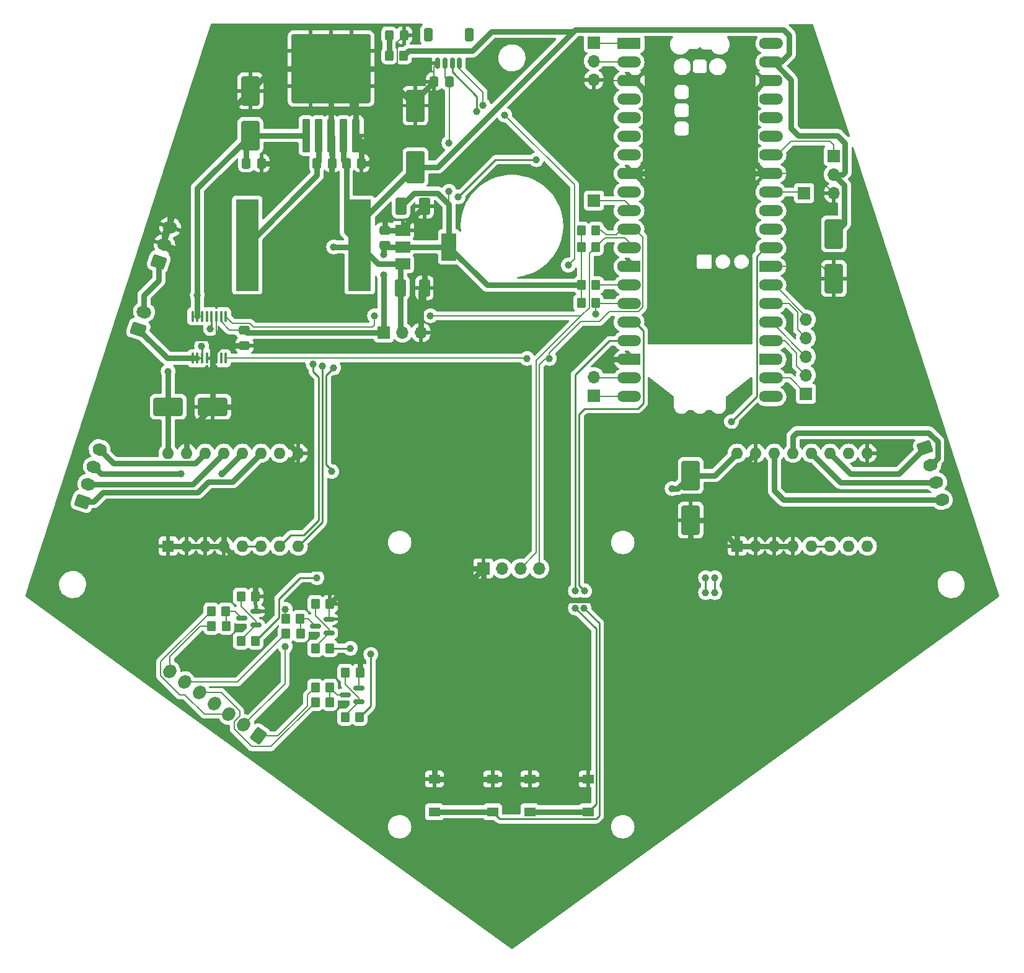
<source format=gtl>
G04 #@! TF.GenerationSoftware,KiCad,Pcbnew,7.0.10-7.0.10~ubuntu23.10.1*
G04 #@! TF.CreationDate,2024-01-06T16:48:24+01:00*
G04 #@! TF.ProjectId,valiant-turtle-2,76616c69-616e-4742-9d74-7572746c652d,rev?*
G04 #@! TF.SameCoordinates,Original*
G04 #@! TF.FileFunction,Copper,L1,Top*
G04 #@! TF.FilePolarity,Positive*
%FSLAX46Y46*%
G04 Gerber Fmt 4.6, Leading zero omitted, Abs format (unit mm)*
G04 Created by KiCad (PCBNEW 7.0.10-7.0.10~ubuntu23.10.1) date 2024-01-06 16:48:24*
%MOMM*%
%LPD*%
G01*
G04 APERTURE LIST*
G04 Aperture macros list*
%AMRoundRect*
0 Rectangle with rounded corners*
0 $1 Rounding radius*
0 $2 $3 $4 $5 $6 $7 $8 $9 X,Y pos of 4 corners*
0 Add a 4 corners polygon primitive as box body*
4,1,4,$2,$3,$4,$5,$6,$7,$8,$9,$2,$3,0*
0 Add four circle primitives for the rounded corners*
1,1,$1+$1,$2,$3*
1,1,$1+$1,$4,$5*
1,1,$1+$1,$6,$7*
1,1,$1+$1,$8,$9*
0 Add four rect primitives between the rounded corners*
20,1,$1+$1,$2,$3,$4,$5,0*
20,1,$1+$1,$4,$5,$6,$7,0*
20,1,$1+$1,$6,$7,$8,$9,0*
20,1,$1+$1,$8,$9,$2,$3,0*%
%AMHorizOval*
0 Thick line with rounded ends*
0 $1 width*
0 $2 $3 position (X,Y) of the first rounded end (center of the circle)*
0 $4 $5 position (X,Y) of the second rounded end (center of the circle)*
0 Add line between two ends*
20,1,$1,$2,$3,$4,$5,0*
0 Add two circle primitives to create the rounded ends*
1,1,$1,$2,$3*
1,1,$1,$4,$5*%
%AMFreePoly0*
4,1,28,0.178017,0.779942,0.347107,0.720775,0.498792,0.625465,0.625465,0.498792,0.720775,0.347107,0.779942,0.178017,0.800000,0.000000,0.779942,-0.178017,0.720775,-0.347107,0.625465,-0.498792,0.498792,-0.625465,0.347107,-0.720775,0.178017,-0.779942,0.000000,-0.800000,-2.200000,-0.800000,-2.205014,-0.794986,-2.244504,-0.794986,-2.324698,-0.756366,-2.380194,-0.686777,-2.400000,-0.600000,
-2.400000,0.600000,-2.380194,0.686777,-2.324698,0.756366,-2.244504,0.794986,-2.205014,0.794986,-2.200000,0.800000,0.000000,0.800000,0.178017,0.779942,0.178017,0.779942,$1*%
%AMFreePoly1*
4,1,28,0.605014,0.794986,0.644504,0.794986,0.724698,0.756366,0.780194,0.686777,0.800000,0.600000,0.800000,-0.600000,0.780194,-0.686777,0.724698,-0.756366,0.644504,-0.794986,0.605014,-0.794986,0.600000,-0.800000,0.000000,-0.800000,-0.178017,-0.779942,-0.347107,-0.720775,-0.498792,-0.625465,-0.625465,-0.498792,-0.720775,-0.347107,-0.779942,-0.178017,-0.800000,0.000000,-0.779942,0.178017,
-0.720775,0.347107,-0.625465,0.498792,-0.498792,0.625465,-0.347107,0.720775,-0.178017,0.779942,0.000000,0.800000,0.600000,0.800000,0.605014,0.794986,0.605014,0.794986,$1*%
%AMFreePoly2*
4,1,29,0.605014,0.794986,0.644504,0.794986,0.724698,0.756366,0.780194,0.686777,0.800000,0.600000,0.800000,-0.600000,0.780194,-0.686777,0.724698,-0.756366,0.644504,-0.794986,0.605014,-0.794986,0.600000,-0.800000,0.000000,-0.800000,-1.600000,-0.800000,-1.778017,-0.779942,-1.947107,-0.720775,-2.098792,-0.625465,-2.225465,-0.498792,-2.320775,-0.347107,-2.379942,-0.178017,-2.400000,0.000000,
-2.379942,0.178017,-2.320775,0.347107,-2.225465,0.498792,-2.098792,0.625465,-1.947107,0.720775,-1.778017,0.779942,-1.600000,0.800000,0.600000,0.800000,0.605014,0.794986,0.605014,0.794986,$1*%
%AMFreePoly3*
4,1,28,0.178017,0.779942,0.347107,0.720775,0.498792,0.625465,0.625465,0.498792,0.720775,0.347107,0.779942,0.178017,0.800000,0.000000,0.779942,-0.178017,0.720775,-0.347107,0.625465,-0.498792,0.498792,-0.625465,0.347107,-0.720775,0.178017,-0.779942,0.000000,-0.800000,-0.600000,-0.800000,-0.605014,-0.794986,-0.644504,-0.794986,-0.724698,-0.756366,-0.780194,-0.686777,-0.800000,-0.600000,
-0.800000,0.600000,-0.780194,0.686777,-0.724698,0.756366,-0.644504,0.794986,-0.605014,0.794986,-0.600000,0.800000,0.000000,0.800000,0.178017,0.779942,0.178017,0.779942,$1*%
%AMFreePoly4*
4,1,29,1.778017,0.779942,1.947107,0.720775,2.098792,0.625465,2.225465,0.498792,2.320775,0.347107,2.379942,0.178017,2.400000,0.000000,2.379942,-0.178017,2.320775,-0.347107,2.225465,-0.498792,2.098792,-0.625465,1.947107,-0.720775,1.778017,-0.779942,1.600000,-0.800000,0.000000,-0.800000,-0.600000,-0.800000,-0.605014,-0.794986,-0.644504,-0.794986,-0.724698,-0.756366,-0.780194,-0.686777,
-0.800000,-0.600000,-0.800000,0.600000,-0.780194,0.686777,-0.724698,0.756366,-0.644504,0.794986,-0.605014,0.794986,-0.600000,0.800000,1.600000,0.800000,1.778017,0.779942,1.778017,0.779942,$1*%
G04 Aperture macros list end*
G04 #@! TA.AperFunction,SMDPad,CuDef*
%ADD10RoundRect,0.250000X0.337500X0.475000X-0.337500X0.475000X-0.337500X-0.475000X0.337500X-0.475000X0*%
G04 #@! TD*
G04 #@! TA.AperFunction,SMDPad,CuDef*
%ADD11RoundRect,0.250000X-1.750000X-1.000000X1.750000X-1.000000X1.750000X1.000000X-1.750000X1.000000X0*%
G04 #@! TD*
G04 #@! TA.AperFunction,SMDPad,CuDef*
%ADD12RoundRect,0.250000X-0.337500X-0.475000X0.337500X-0.475000X0.337500X0.475000X-0.337500X0.475000X0*%
G04 #@! TD*
G04 #@! TA.AperFunction,SMDPad,CuDef*
%ADD13RoundRect,0.250000X-0.350000X-0.450000X0.350000X-0.450000X0.350000X0.450000X-0.350000X0.450000X0*%
G04 #@! TD*
G04 #@! TA.AperFunction,ComponentPad*
%ADD14RoundRect,0.250000X0.527882X-0.802397X0.898703X0.338871X-0.527882X0.802397X-0.898703X-0.338871X0*%
G04 #@! TD*
G04 #@! TA.AperFunction,ComponentPad*
%ADD15HorizOval,1.700000X-0.142658X0.046353X0.142658X-0.046353X0*%
G04 #@! TD*
G04 #@! TA.AperFunction,SMDPad,CuDef*
%ADD16RoundRect,0.250000X0.350000X0.450000X-0.350000X0.450000X-0.350000X-0.450000X0.350000X-0.450000X0*%
G04 #@! TD*
G04 #@! TA.AperFunction,SMDPad,CuDef*
%ADD17RoundRect,0.250000X-1.000000X1.750000X-1.000000X-1.750000X1.000000X-1.750000X1.000000X1.750000X0*%
G04 #@! TD*
G04 #@! TA.AperFunction,ComponentPad*
%ADD18R,1.700000X1.700000*%
G04 #@! TD*
G04 #@! TA.AperFunction,ComponentPad*
%ADD19O,1.700000X1.700000*%
G04 #@! TD*
G04 #@! TA.AperFunction,ComponentPad*
%ADD20R,1.600000X1.600000*%
G04 #@! TD*
G04 #@! TA.AperFunction,ComponentPad*
%ADD21O,1.600000X1.600000*%
G04 #@! TD*
G04 #@! TA.AperFunction,SMDPad,CuDef*
%ADD22RoundRect,0.250000X0.300000X-2.050000X0.300000X2.050000X-0.300000X2.050000X-0.300000X-2.050000X0*%
G04 #@! TD*
G04 #@! TA.AperFunction,SMDPad,CuDef*
%ADD23RoundRect,0.250000X2.375000X-2.025000X2.375000X2.025000X-2.375000X2.025000X-2.375000X-2.025000X0*%
G04 #@! TD*
G04 #@! TA.AperFunction,SMDPad,CuDef*
%ADD24RoundRect,0.250002X5.149998X-4.449998X5.149998X4.449998X-5.149998X4.449998X-5.149998X-4.449998X0*%
G04 #@! TD*
G04 #@! TA.AperFunction,SMDPad,CuDef*
%ADD25R,3.150000X12.500000*%
G04 #@! TD*
G04 #@! TA.AperFunction,SMDPad,CuDef*
%ADD26RoundRect,0.150000X0.150000X0.625000X-0.150000X0.625000X-0.150000X-0.625000X0.150000X-0.625000X0*%
G04 #@! TD*
G04 #@! TA.AperFunction,SMDPad,CuDef*
%ADD27RoundRect,0.250000X0.350000X0.650000X-0.350000X0.650000X-0.350000X-0.650000X0.350000X-0.650000X0*%
G04 #@! TD*
G04 #@! TA.AperFunction,SMDPad,CuDef*
%ADD28RoundRect,0.150000X0.587500X0.150000X-0.587500X0.150000X-0.587500X-0.150000X0.587500X-0.150000X0*%
G04 #@! TD*
G04 #@! TA.AperFunction,SMDPad,CuDef*
%ADD29R,2.000000X1.500000*%
G04 #@! TD*
G04 #@! TA.AperFunction,SMDPad,CuDef*
%ADD30R,2.000000X3.800000*%
G04 #@! TD*
G04 #@! TA.AperFunction,SMDPad,CuDef*
%ADD31RoundRect,0.250001X-0.499999X-0.924999X0.499999X-0.924999X0.499999X0.924999X-0.499999X0.924999X0*%
G04 #@! TD*
G04 #@! TA.AperFunction,ComponentPad*
%ADD32RoundRect,0.250000X0.911555X0.233866X-0.059266X0.939208X-0.911555X-0.233866X0.059266X-0.939208X0*%
G04 #@! TD*
G04 #@! TA.AperFunction,ComponentPad*
%ADD33HorizOval,1.700000X0.073473X0.101127X-0.073473X-0.101127X0*%
G04 #@! TD*
G04 #@! TA.AperFunction,SMDPad,CuDef*
%ADD34RoundRect,0.250000X1.000000X-1.950000X1.000000X1.950000X-1.000000X1.950000X-1.000000X-1.950000X0*%
G04 #@! TD*
G04 #@! TA.AperFunction,ComponentPad*
%ADD35RoundRect,0.250000X0.504106X-0.794671X0.874926X0.346597X-0.504106X0.794671X-0.874926X-0.346597X0*%
G04 #@! TD*
G04 #@! TA.AperFunction,ComponentPad*
%ADD36HorizOval,1.700000X-0.118882X0.038627X0.118882X-0.038627X0*%
G04 #@! TD*
G04 #@! TA.AperFunction,ComponentPad*
%ADD37RoundRect,0.250000X-0.874926X0.346597X-0.504106X-0.794671X0.874926X-0.346597X0.504106X0.794671X0*%
G04 #@! TD*
G04 #@! TA.AperFunction,ComponentPad*
%ADD38HorizOval,1.700000X-0.118882X-0.038627X0.118882X0.038627X0*%
G04 #@! TD*
G04 #@! TA.AperFunction,ComponentPad*
%ADD39RoundRect,0.200000X-0.600000X-0.600000X0.600000X-0.600000X0.600000X0.600000X-0.600000X0.600000X0*%
G04 #@! TD*
G04 #@! TA.AperFunction,SMDPad,CuDef*
%ADD40FreePoly0,0.000000*%
G04 #@! TD*
G04 #@! TA.AperFunction,ComponentPad*
%ADD41C,1.600000*%
G04 #@! TD*
G04 #@! TA.AperFunction,SMDPad,CuDef*
%ADD42RoundRect,0.800000X-0.800000X0.000000X0.800000X0.000000X0.800000X0.000000X-0.800000X0.000000X0*%
G04 #@! TD*
G04 #@! TA.AperFunction,ComponentPad*
%ADD43FreePoly1,0.000000*%
G04 #@! TD*
G04 #@! TA.AperFunction,SMDPad,CuDef*
%ADD44FreePoly2,0.000000*%
G04 #@! TD*
G04 #@! TA.AperFunction,ComponentPad*
%ADD45FreePoly3,0.000000*%
G04 #@! TD*
G04 #@! TA.AperFunction,SMDPad,CuDef*
%ADD46FreePoly4,0.000000*%
G04 #@! TD*
G04 #@! TA.AperFunction,SMDPad,CuDef*
%ADD47RoundRect,0.250000X1.000000X-1.750000X1.000000X1.750000X-1.000000X1.750000X-1.000000X-1.750000X0*%
G04 #@! TD*
G04 #@! TA.AperFunction,SMDPad,CuDef*
%ADD48RoundRect,0.250000X-0.475000X0.337500X-0.475000X-0.337500X0.475000X-0.337500X0.475000X0.337500X0*%
G04 #@! TD*
G04 #@! TA.AperFunction,SMDPad,CuDef*
%ADD49RoundRect,0.250000X0.325000X0.450000X-0.325000X0.450000X-0.325000X-0.450000X0.325000X-0.450000X0*%
G04 #@! TD*
G04 #@! TA.AperFunction,SMDPad,CuDef*
%ADD50RoundRect,0.250000X0.475000X-0.337500X0.475000X0.337500X-0.475000X0.337500X-0.475000X-0.337500X0*%
G04 #@! TD*
G04 #@! TA.AperFunction,SMDPad,CuDef*
%ADD51R,1.550000X1.300000*%
G04 #@! TD*
G04 #@! TA.AperFunction,SMDPad,CuDef*
%ADD52RoundRect,0.100000X0.100000X-0.637500X0.100000X0.637500X-0.100000X0.637500X-0.100000X-0.637500X0*%
G04 #@! TD*
G04 #@! TA.AperFunction,ViaPad*
%ADD53C,1.000000*%
G04 #@! TD*
G04 #@! TA.AperFunction,ViaPad*
%ADD54C,0.800000*%
G04 #@! TD*
G04 #@! TA.AperFunction,Conductor*
%ADD55C,0.800000*%
G04 #@! TD*
G04 #@! TA.AperFunction,Conductor*
%ADD56C,0.200000*%
G04 #@! TD*
G04 #@! TA.AperFunction,Conductor*
%ADD57C,0.250000*%
G04 #@! TD*
G04 APERTURE END LIST*
D10*
X87419000Y-51562000D03*
X85344000Y-51562000D03*
D11*
X49020000Y-96012000D03*
X55120000Y-96012000D03*
D12*
X59690000Y-62738000D03*
X61765000Y-62738000D03*
D13*
X54912000Y-123952000D03*
X56912000Y-123952000D03*
D14*
X44947458Y-85435641D03*
D15*
X45720000Y-83058000D03*
D16*
X75184000Y-138430000D03*
X73184000Y-138430000D03*
D17*
X120396000Y-105416000D03*
X120396000Y-111516000D03*
D13*
X65088000Y-127000000D03*
X67088000Y-127000000D03*
D18*
X139954000Y-61722000D03*
D19*
X139954000Y-64262000D03*
X139954000Y-66802000D03*
D13*
X73216000Y-132334000D03*
X75216000Y-132334000D03*
D20*
X126746000Y-115062000D03*
D21*
X129286000Y-115062000D03*
X131826000Y-115062000D03*
X134366000Y-115062000D03*
X136906000Y-115062000D03*
X139446000Y-115062000D03*
X141986000Y-115062000D03*
X144526000Y-115062000D03*
X144526000Y-102362000D03*
X141986000Y-102362000D03*
X139446000Y-102362000D03*
X136906000Y-102362000D03*
X134366000Y-102362000D03*
X131826000Y-102362000D03*
X129286000Y-102362000D03*
X126746000Y-102362000D03*
D13*
X58960000Y-121920000D03*
X60960000Y-121920000D03*
D22*
X67876000Y-58928000D03*
X69576000Y-58928000D03*
X71276000Y-58928000D03*
D23*
X68501000Y-52203000D03*
X74051000Y-52203000D03*
D24*
X71276000Y-49778000D03*
D23*
X68501000Y-47353000D03*
X74051000Y-47353000D03*
D22*
X72976000Y-58928000D03*
X74676000Y-58928000D03*
D25*
X59834000Y-73914000D03*
X75184000Y-73914000D03*
D26*
X88833000Y-49022000D03*
X87833000Y-49022000D03*
X86833000Y-49022000D03*
X85833000Y-49022000D03*
D27*
X90133000Y-45147000D03*
X84533000Y-45147000D03*
D28*
X60992000Y-125852000D03*
X60992000Y-123952000D03*
X59117000Y-124902000D03*
D16*
X71120000Y-129032000D03*
X69120000Y-129032000D03*
D18*
X135890000Y-66802000D03*
D12*
X69357000Y-62738000D03*
X71432000Y-62738000D03*
D18*
X78486000Y-85852000D03*
D19*
X81026000Y-85852000D03*
X83566000Y-85852000D03*
D29*
X81077000Y-71868000D03*
X81077000Y-74168000D03*
D30*
X87377000Y-74168000D03*
D29*
X81077000Y-76468000D03*
D31*
X80824000Y-68580000D03*
X84074000Y-68580000D03*
D32*
X61385040Y-140977123D03*
D33*
X59362498Y-139507660D03*
X57339955Y-138038197D03*
X55317413Y-136568734D03*
X53294870Y-135099270D03*
X51272328Y-133629807D03*
X49249785Y-132160344D03*
D28*
X75059000Y-136332000D03*
X75059000Y-134432000D03*
X73184000Y-135382000D03*
D34*
X82804000Y-63246000D03*
X82804000Y-54846000D03*
D18*
X92075000Y-118110000D03*
D19*
X94615000Y-118110000D03*
X97155000Y-118110000D03*
X99695000Y-118110000D03*
D35*
X47752000Y-76200000D03*
D36*
X48524542Y-73822359D03*
X49297085Y-71444717D03*
D12*
X73363000Y-62738000D03*
X75438000Y-62738000D03*
D16*
X107442000Y-74168000D03*
X105442000Y-74168000D03*
D37*
X152400000Y-101600000D03*
D38*
X153172542Y-103977641D03*
X153945085Y-106355283D03*
X154717627Y-108732924D03*
D18*
X136144000Y-94234000D03*
D19*
X136144000Y-91694000D03*
X136144000Y-89154000D03*
X136144000Y-86614000D03*
X136144000Y-84074000D03*
D39*
X112776000Y-46355000D03*
D40*
X112776000Y-46355000D03*
D41*
X112776000Y-48895000D03*
D42*
X111976000Y-48895000D03*
D43*
X112776000Y-51435000D03*
D44*
X112776000Y-51435000D03*
D41*
X112776000Y-53975000D03*
D42*
X111976000Y-53975000D03*
D41*
X112776000Y-56515000D03*
D42*
X111976000Y-56515000D03*
D41*
X112776000Y-59055000D03*
D42*
X111976000Y-59055000D03*
D41*
X112776000Y-61595000D03*
D42*
X111976000Y-61595000D03*
D43*
X112776000Y-64135000D03*
D44*
X112776000Y-64135000D03*
D41*
X112776000Y-66675000D03*
D42*
X111976000Y-66675000D03*
D41*
X112776000Y-69215000D03*
D42*
X111976000Y-69215000D03*
D41*
X112776000Y-71755000D03*
D42*
X111976000Y-71755000D03*
D41*
X112776000Y-74295000D03*
D42*
X111976000Y-74295000D03*
D43*
X112776000Y-76835000D03*
D44*
X112776000Y-76835000D03*
D41*
X112776000Y-79375000D03*
D42*
X111976000Y-79375000D03*
D41*
X112776000Y-81915000D03*
D42*
X111976000Y-81915000D03*
D41*
X112776000Y-84455000D03*
D42*
X111976000Y-84455000D03*
D41*
X112776000Y-86995000D03*
D42*
X111976000Y-86995000D03*
D43*
X112776000Y-89535000D03*
D44*
X112776000Y-89535000D03*
D41*
X112776000Y-92075000D03*
D42*
X111976000Y-92075000D03*
D41*
X112776000Y-94615000D03*
D42*
X111976000Y-94615000D03*
D41*
X130556000Y-94615000D03*
D42*
X131356000Y-94615000D03*
D41*
X130556000Y-92075000D03*
D42*
X131356000Y-92075000D03*
D45*
X130556000Y-89535000D03*
D46*
X130556000Y-89535000D03*
D41*
X130556000Y-86995000D03*
D42*
X131356000Y-86995000D03*
D41*
X130556000Y-84455000D03*
D42*
X131356000Y-84455000D03*
D41*
X130556000Y-81915000D03*
D42*
X131356000Y-81915000D03*
D41*
X130556000Y-79375000D03*
D42*
X131356000Y-79375000D03*
D45*
X130556000Y-76835000D03*
D46*
X130556000Y-76835000D03*
D41*
X130556000Y-74295000D03*
D42*
X131356000Y-74295000D03*
D41*
X130556000Y-71755000D03*
D42*
X131356000Y-71755000D03*
D41*
X130556000Y-69215000D03*
D42*
X131356000Y-69215000D03*
D41*
X130556000Y-66675000D03*
D42*
X131356000Y-66675000D03*
D45*
X130556000Y-64135000D03*
D46*
X130556000Y-64135000D03*
D41*
X130556000Y-61595000D03*
D42*
X131356000Y-61595000D03*
D41*
X130556000Y-59055000D03*
D42*
X131356000Y-59055000D03*
D41*
X130556000Y-56515000D03*
D42*
X131356000Y-56515000D03*
D41*
X130556000Y-53975000D03*
D42*
X131356000Y-53975000D03*
D45*
X130556000Y-51435000D03*
D46*
X130556000Y-51435000D03*
D41*
X130556000Y-48895000D03*
D42*
X131356000Y-48895000D03*
D41*
X130556000Y-46355000D03*
D42*
X131356000Y-46355000D03*
D16*
X81205000Y-48006000D03*
X79205000Y-48006000D03*
D13*
X105458000Y-79375000D03*
X107458000Y-79375000D03*
D47*
X60256000Y-58928000D03*
X60256000Y-52828000D03*
D13*
X69120000Y-136398000D03*
X71120000Y-136398000D03*
D18*
X107188000Y-46228000D03*
D19*
X107188000Y-48768000D03*
X107188000Y-51308000D03*
D48*
X59436000Y-85555000D03*
X59436000Y-87630000D03*
D49*
X81255000Y-45212000D03*
X79205000Y-45212000D03*
D13*
X69136000Y-122936000D03*
X71136000Y-122936000D03*
X54928000Y-125984000D03*
X56928000Y-125984000D03*
X69120000Y-134366000D03*
X71120000Y-134366000D03*
D28*
X70995000Y-126934000D03*
X70995000Y-125034000D03*
X69120000Y-125984000D03*
D18*
X107188000Y-67818000D03*
D20*
X49022000Y-115062000D03*
D21*
X51562000Y-115062000D03*
X54102000Y-115062000D03*
X56642000Y-115062000D03*
X59182000Y-115062000D03*
X61722000Y-115062000D03*
X64262000Y-115062000D03*
X66802000Y-115062000D03*
X66802000Y-102362000D03*
X64262000Y-102362000D03*
X61722000Y-102362000D03*
X59182000Y-102362000D03*
X56642000Y-102362000D03*
X54102000Y-102362000D03*
X51562000Y-102362000D03*
X49022000Y-102362000D03*
D35*
X37338000Y-108966000D03*
D36*
X38110542Y-106588359D03*
X38883085Y-104210717D03*
X39655627Y-101833076D03*
D50*
X78639000Y-73957000D03*
X78639000Y-71882000D03*
D31*
X80772000Y-79756000D03*
X84022000Y-79756000D03*
D16*
X107442000Y-71882000D03*
X105442000Y-71882000D03*
D18*
X107188000Y-94488000D03*
D19*
X107188000Y-91948000D03*
D17*
X139954000Y-72390000D03*
X139954000Y-78490000D03*
D16*
X60960000Y-128016000D03*
X58960000Y-128016000D03*
D51*
X98425000Y-146884000D03*
X106375000Y-146884000D03*
X98425000Y-151384000D03*
X106375000Y-151384000D03*
X85395000Y-146884000D03*
X93345000Y-146884000D03*
X85395000Y-151384000D03*
X93345000Y-151384000D03*
D52*
X52346000Y-89365000D03*
X52996000Y-89365000D03*
X53646000Y-89365000D03*
X54296000Y-89365000D03*
X54946000Y-89365000D03*
X55596000Y-89365000D03*
X56246000Y-89365000D03*
X56896000Y-89365000D03*
X56896000Y-83640000D03*
X56246000Y-83640000D03*
X55596000Y-83640000D03*
X54946000Y-83640000D03*
X54296000Y-83640000D03*
X53646000Y-83640000D03*
X52996000Y-83640000D03*
X52346000Y-83640000D03*
D13*
X105442000Y-81788000D03*
X107442000Y-81788000D03*
X65072000Y-124968000D03*
X67072000Y-124968000D03*
D53*
X83820000Y-75692000D03*
D54*
X136906000Y-52324000D03*
X108712000Y-89408000D03*
D53*
X117348000Y-76835000D03*
D54*
X52578000Y-131064000D03*
X109220000Y-76200000D03*
D53*
X76708000Y-62738000D03*
D54*
X133858000Y-84582000D03*
X77216000Y-108712000D03*
X109220000Y-80772000D03*
D53*
X71374000Y-64516000D03*
X67056000Y-64516000D03*
D54*
X101600000Y-64262000D03*
X91440000Y-61468000D03*
X91948000Y-50800000D03*
X135636000Y-106172000D03*
X61976000Y-133350000D03*
X133858000Y-90678000D03*
X104394000Y-87376000D03*
D53*
X78740000Y-69342000D03*
D54*
X58166000Y-130810000D03*
D53*
X68834000Y-90170000D03*
X70104000Y-90424000D03*
X56388000Y-105156000D03*
X50800000Y-105156000D03*
X49022000Y-91186000D03*
X117856000Y-107188000D03*
X52996000Y-80772000D03*
X87376000Y-59944000D03*
X78486000Y-77978000D03*
X87376000Y-66548000D03*
X78486000Y-75184000D03*
X71628000Y-74168000D03*
X94996000Y-56134000D03*
X92034530Y-54777470D03*
X107442000Y-83312000D03*
X103683636Y-76656364D03*
X91186000Y-55626000D03*
X77216000Y-83566000D03*
X84836000Y-83566000D03*
X98044000Y-89408000D03*
X101092000Y-89408000D03*
X76708000Y-129857000D03*
X123698000Y-121412000D03*
X123698000Y-119380000D03*
X122428000Y-119380000D03*
X122428000Y-121412000D03*
X73914000Y-129032000D03*
X125972136Y-98032136D03*
X88646000Y-67310000D03*
X99314000Y-62230000D03*
X71374000Y-104862000D03*
X71628000Y-90678000D03*
X69342000Y-119380000D03*
X105847962Y-123537829D03*
X105918000Y-121184000D03*
X104648000Y-121184000D03*
X104648000Y-123528000D03*
X53594000Y-87714000D03*
X54796000Y-85344000D03*
X65024000Y-123698000D03*
X65024000Y-128778000D03*
D55*
X65278000Y-62738000D02*
X67056000Y-64516000D01*
X75216000Y-118856000D02*
X75962000Y-118110000D01*
D56*
X60992000Y-121952000D02*
X60960000Y-121920000D01*
X85344000Y-49511000D02*
X85833000Y-49022000D01*
D55*
X134366000Y-115062000D02*
X126746000Y-115062000D01*
X85395000Y-146884000D02*
X93345000Y-146884000D01*
D56*
X81255000Y-45212000D02*
X80305000Y-46162000D01*
D55*
X112776000Y-89535000D02*
X108839000Y-89535000D01*
X60256000Y-52828000D02*
X63306000Y-49778000D01*
X55120000Y-89539000D02*
X54946000Y-89365000D01*
X78639000Y-71882000D02*
X81063000Y-71882000D01*
D56*
X75059000Y-132491000D02*
X75216000Y-132334000D01*
D55*
X112776000Y-64135000D02*
X114176000Y-62735000D01*
D56*
X138299000Y-76835000D02*
X130556000Y-76835000D01*
D55*
X60960000Y-119380000D02*
X60960000Y-121920000D01*
X117348000Y-76835000D02*
X117348000Y-68707000D01*
X112776000Y-64135000D02*
X130556000Y-64135000D01*
D56*
X70995000Y-123077000D02*
X71136000Y-122936000D01*
X75059000Y-134432000D02*
X75059000Y-132491000D01*
D55*
X60452000Y-96012000D02*
X55120000Y-96012000D01*
X50546000Y-86614000D02*
X55234780Y-86614000D01*
D56*
X107315000Y-51435000D02*
X107188000Y-51308000D01*
D55*
X78639000Y-71882000D02*
X78639000Y-69443000D01*
X92075000Y-118110000D02*
X62230000Y-118110000D01*
X85395000Y-146884000D02*
X85395000Y-124790000D01*
X83566000Y-85852000D02*
X83566000Y-80212000D01*
X75962000Y-118110000D02*
X71136000Y-122936000D01*
X50546000Y-75843817D02*
X50546000Y-86614000D01*
D56*
X54296000Y-89365000D02*
X54946000Y-89365000D01*
D55*
X93345000Y-146884000D02*
X98425000Y-146884000D01*
X71432000Y-59084000D02*
X71276000Y-58928000D01*
X130556000Y-51435000D02*
X129156000Y-52835000D01*
X118110000Y-122428000D02*
X120396000Y-120142000D01*
X81077000Y-71577000D02*
X84074000Y-68580000D01*
X83566000Y-80212000D02*
X84022000Y-79756000D01*
X56250780Y-87630000D02*
X55684390Y-88196390D01*
X84022000Y-75894000D02*
X83820000Y-75692000D01*
X81077000Y-71868000D02*
X81077000Y-71577000D01*
X114176000Y-52835000D02*
X112776000Y-51435000D01*
X120396000Y-111516000D02*
X123200000Y-111516000D01*
X71432000Y-62738000D02*
X71432000Y-59084000D01*
X48524542Y-73822359D02*
X50546000Y-75843817D01*
X48524542Y-72217260D02*
X49297085Y-71444717D01*
X49297085Y-71444717D02*
X49297085Y-66780915D01*
X51562000Y-102362000D02*
X51562000Y-99570000D01*
X81063000Y-71882000D02*
X81077000Y-71868000D01*
D56*
X55596000Y-86975220D02*
X56250780Y-87630000D01*
D55*
X82804000Y-54846000D02*
X80273000Y-52315000D01*
D56*
X60992000Y-123952000D02*
X60992000Y-121952000D01*
D55*
X74676000Y-53178000D02*
X71276000Y-49778000D01*
D56*
X130556000Y-64135000D02*
X137287000Y-64135000D01*
D55*
X75438000Y-62738000D02*
X75438000Y-59690000D01*
X126746000Y-104902000D02*
X129286000Y-102362000D01*
X80273000Y-52315000D02*
X77736000Y-49778000D01*
X71374000Y-62796000D02*
X71432000Y-62738000D01*
X56642000Y-112522000D02*
X66802000Y-102362000D01*
X117348000Y-68707000D02*
X112776000Y-64135000D01*
X51562000Y-99570000D02*
X55120000Y-96012000D01*
X55120000Y-91186000D02*
X55120000Y-89539000D01*
X76708000Y-62738000D02*
X75438000Y-62738000D01*
X126746000Y-115062000D02*
X126746000Y-104902000D01*
X55120000Y-88760780D02*
X55120000Y-91186000D01*
D57*
X55596000Y-88284780D02*
X55684390Y-88196390D01*
D55*
X61765000Y-62738000D02*
X65278000Y-62738000D01*
X55120000Y-96012000D02*
X55120000Y-91186000D01*
X71374000Y-64516000D02*
X71374000Y-62796000D01*
X74676000Y-58928000D02*
X74676000Y-53178000D01*
D56*
X139954000Y-78490000D02*
X138299000Y-76835000D01*
X112776000Y-51435000D02*
X107315000Y-51435000D01*
D55*
X56642000Y-115062000D02*
X56642000Y-112522000D01*
X84022000Y-79756000D02*
X84022000Y-75894000D01*
X129156000Y-62735000D02*
X130556000Y-64135000D01*
X56642000Y-115062000D02*
X60960000Y-119380000D01*
X77736000Y-49778000D02*
X71276000Y-49778000D01*
X92075000Y-118110000D02*
X75962000Y-118110000D01*
X106375000Y-146884000D02*
X98425000Y-146884000D01*
D56*
X80305000Y-52283000D02*
X80273000Y-52315000D01*
D55*
X93472000Y-122428000D02*
X118110000Y-122428000D01*
X55234780Y-86614000D02*
X56250780Y-87630000D01*
X92075000Y-121031000D02*
X93472000Y-122428000D01*
D57*
X55596000Y-89365000D02*
X55596000Y-88284780D01*
D55*
X108839000Y-89535000D02*
X108712000Y-89408000D01*
X75216000Y-132334000D02*
X75216000Y-118856000D01*
X75438000Y-59690000D02*
X74676000Y-58928000D01*
D56*
X70995000Y-125034000D02*
X70995000Y-123077000D01*
D55*
X71276000Y-58928000D02*
X71276000Y-49778000D01*
X63306000Y-49778000D02*
X71276000Y-49778000D01*
D56*
X80305000Y-46162000D02*
X80305000Y-52283000D01*
X55596000Y-83640000D02*
X55596000Y-86975220D01*
D55*
X49022000Y-115062000D02*
X56642000Y-115062000D01*
X57939000Y-58139000D02*
X57939000Y-55145000D01*
X49297085Y-66780915D02*
X57939000Y-58139000D01*
X48524542Y-73822359D02*
X48524542Y-72217260D01*
X85395000Y-124790000D02*
X92075000Y-118110000D01*
X66802000Y-102362000D02*
X60452000Y-96012000D01*
X120396000Y-120142000D02*
X120396000Y-111516000D01*
X57939000Y-55145000D02*
X60256000Y-52828000D01*
X92075000Y-118110000D02*
X92075000Y-121031000D01*
X82804000Y-54846000D02*
X82804000Y-54102000D01*
D56*
X85344000Y-51562000D02*
X85344000Y-49511000D01*
D55*
X114176000Y-62735000D02*
X114176000Y-52835000D01*
X62230000Y-118110000D02*
X60960000Y-119380000D01*
X59436000Y-87630000D02*
X56250780Y-87630000D01*
X55684390Y-88196390D02*
X55120000Y-88760780D01*
X78639000Y-69443000D02*
X78740000Y-69342000D01*
X129156000Y-52835000D02*
X129156000Y-62735000D01*
D56*
X137287000Y-64135000D02*
X139954000Y-66802000D01*
D55*
X123200000Y-111516000D02*
X126746000Y-115062000D01*
X82804000Y-54102000D02*
X85344000Y-51562000D01*
D57*
X59182000Y-115062000D02*
X61722000Y-115062000D01*
X136906000Y-115062000D02*
X139446000Y-115062000D01*
X67564000Y-113538000D02*
X69596000Y-111506000D01*
X65786000Y-113538000D02*
X67564000Y-113538000D01*
X64262000Y-115062000D02*
X65786000Y-113538000D01*
X68834000Y-91186000D02*
X68834000Y-90170000D01*
X69596000Y-91948000D02*
X68834000Y-91186000D01*
X69596000Y-111506000D02*
X69596000Y-91948000D01*
X66802000Y-115062000D02*
X70104000Y-111760000D01*
X70104000Y-111760000D02*
X70104000Y-90424000D01*
D55*
X57828000Y-106256000D02*
X54526000Y-106256000D01*
X38862000Y-108966000D02*
X37338000Y-108966000D01*
X40132000Y-107696000D02*
X38862000Y-108966000D01*
X53086000Y-107696000D02*
X40132000Y-107696000D01*
X54526000Y-106256000D02*
X53086000Y-107696000D01*
X61722000Y-102362000D02*
X57828000Y-106256000D01*
X39828368Y-105156000D02*
X38883085Y-104210717D01*
X59182000Y-102362000D02*
X56388000Y-105156000D01*
X50800000Y-105156000D02*
X39828368Y-105156000D01*
X56642000Y-102362000D02*
X52415641Y-106588359D01*
X52415641Y-106588359D02*
X38110542Y-106588359D01*
X52702000Y-103762000D02*
X41584551Y-103762000D01*
X41584551Y-103762000D02*
X39655627Y-101833076D01*
X54102000Y-102362000D02*
X52702000Y-103762000D01*
X60256000Y-58928000D02*
X52996000Y-66188000D01*
X118624000Y-107188000D02*
X120396000Y-105416000D01*
X59690000Y-62738000D02*
X59690000Y-59494000D01*
X52996000Y-80772000D02*
X52996000Y-83640000D01*
X123692000Y-105416000D02*
X126746000Y-102362000D01*
X49020000Y-91188000D02*
X49022000Y-91186000D01*
X117856000Y-107188000D02*
X118624000Y-107188000D01*
X49020000Y-96012000D02*
X49020000Y-91188000D01*
X120396000Y-105416000D02*
X123692000Y-105416000D01*
D56*
X53646000Y-83640000D02*
X52996000Y-83640000D01*
D55*
X49022000Y-96014000D02*
X49020000Y-96012000D01*
X49022000Y-102362000D02*
X49022000Y-96014000D01*
X67876000Y-58928000D02*
X60256000Y-58928000D01*
X52996000Y-66188000D02*
X52996000Y-80772000D01*
X59690000Y-59494000D02*
X60256000Y-58928000D01*
D56*
X52346000Y-83640000D02*
X52996000Y-83640000D01*
D55*
X142240000Y-105156000D02*
X148844000Y-105156000D01*
X139446000Y-102362000D02*
X142240000Y-105156000D01*
X148844000Y-105156000D02*
X152400000Y-101600000D01*
X136906000Y-102362000D02*
X140899283Y-106355283D01*
X140899283Y-106355283D02*
X153945085Y-106355283D01*
X154129038Y-103021145D02*
X154129038Y-100789038D01*
X134366000Y-100076000D02*
X134366000Y-102362000D01*
X152908000Y-99568000D02*
X134874000Y-99568000D01*
X153172542Y-103977641D02*
X154129038Y-103021145D01*
X154129038Y-100789038D02*
X152908000Y-99568000D01*
X134874000Y-99568000D02*
X134366000Y-100076000D01*
X131826000Y-107442000D02*
X131826000Y-102362000D01*
X154717627Y-108732924D02*
X133116924Y-108732924D01*
X133116924Y-108732924D02*
X131826000Y-107442000D01*
X81077000Y-74168000D02*
X87377000Y-74168000D01*
D56*
X56246000Y-83640000D02*
X56246000Y-84377499D01*
D55*
X87377000Y-74168000D02*
X92584000Y-79375000D01*
D56*
X105442000Y-81788000D02*
X105442000Y-79391000D01*
D55*
X82599000Y-66805000D02*
X85855000Y-66805000D01*
D56*
X87419000Y-51562000D02*
X87419000Y-59901000D01*
X105442000Y-79359000D02*
X105458000Y-79375000D01*
D55*
X78486000Y-85852000D02*
X78486000Y-77978000D01*
D56*
X87376000Y-66548000D02*
X87377000Y-66549000D01*
X87419000Y-59901000D02*
X87376000Y-59944000D01*
D55*
X78486000Y-85852000D02*
X59733000Y-85852000D01*
X78850000Y-74168000D02*
X78639000Y-73957000D01*
X92584000Y-79375000D02*
X105458000Y-79375000D01*
D56*
X105442000Y-74168000D02*
X105442000Y-79359000D01*
D55*
X80824000Y-68580000D02*
X82599000Y-66805000D01*
X85855000Y-66805000D02*
X87377000Y-68327000D01*
D56*
X87377000Y-66549000D02*
X87377000Y-68327000D01*
D55*
X59733000Y-85852000D02*
X59436000Y-85555000D01*
D56*
X105442000Y-79391000D02*
X105458000Y-79375000D01*
D55*
X87377000Y-68327000D02*
X87377000Y-74168000D01*
X78486000Y-75184000D02*
X78486000Y-74110000D01*
X81077000Y-74168000D02*
X78850000Y-74168000D01*
D56*
X86833000Y-50976000D02*
X87419000Y-51562000D01*
X57423501Y-85555000D02*
X59436000Y-85555000D01*
X105442000Y-74168000D02*
X105442000Y-71882000D01*
X86833000Y-49022000D02*
X86833000Y-50976000D01*
D55*
X78486000Y-74110000D02*
X78639000Y-73957000D01*
D56*
X56246000Y-84377499D02*
X57423501Y-85555000D01*
D55*
X78189000Y-85555000D02*
X78486000Y-85852000D01*
X75184000Y-70866000D02*
X75184000Y-73914000D01*
X133858000Y-45212000D02*
X133858000Y-47752000D01*
X71628000Y-74168000D02*
X74930000Y-74168000D01*
X141404000Y-70940000D02*
X141404000Y-65712000D01*
X81077000Y-76468000D02*
X77738000Y-76468000D01*
X80772000Y-76773000D02*
X81077000Y-76468000D01*
X133858000Y-47752000D02*
X132715000Y-48895000D01*
X135128000Y-58928000D02*
X134112000Y-57912000D01*
X131687370Y-48895000D02*
X130556000Y-48895000D01*
X132715000Y-48895000D02*
X130556000Y-48895000D01*
X104394000Y-44704000D02*
X104648000Y-44450000D01*
D56*
X131445000Y-48895000D02*
X130556000Y-48895000D01*
D55*
X81830981Y-47380019D02*
X90541981Y-47380019D01*
X80772000Y-79756000D02*
X80772000Y-76773000D01*
X93218000Y-44704000D02*
X104394000Y-44704000D01*
X80772000Y-85598000D02*
X81026000Y-85852000D01*
X77738000Y-76468000D02*
X75184000Y-73914000D01*
X104648000Y-44450000D02*
X133096000Y-44450000D01*
X73363000Y-72093000D02*
X75184000Y-73914000D01*
X139954000Y-72390000D02*
X141404000Y-70940000D01*
X90541981Y-47380019D02*
X93218000Y-44704000D01*
X72976000Y-62351000D02*
X73363000Y-62738000D01*
X139954000Y-64262000D02*
X141156081Y-64262000D01*
X141478000Y-63940081D02*
X141478000Y-59944000D01*
X72976000Y-58928000D02*
X72976000Y-62351000D01*
X74930000Y-74168000D02*
X75184000Y-73914000D01*
X73363000Y-62738000D02*
X73363000Y-72093000D01*
X81205000Y-48006000D02*
X81830981Y-47380019D01*
X80772000Y-79756000D02*
X80772000Y-85598000D01*
X140462000Y-58928000D02*
X135128000Y-58928000D01*
X85852000Y-63246000D02*
X104648000Y-44450000D01*
X141156081Y-64262000D02*
X141478000Y-63940081D01*
X134112000Y-57912000D02*
X134112000Y-51319630D01*
X82804000Y-63246000D02*
X75184000Y-70866000D01*
X141404000Y-65712000D02*
X139954000Y-64262000D01*
X134112000Y-51319630D02*
X131687370Y-48895000D01*
X82804000Y-63246000D02*
X85852000Y-63246000D01*
X133096000Y-44450000D02*
X133858000Y-45212000D01*
X141478000Y-59944000D02*
X140462000Y-58928000D01*
X69576000Y-62519000D02*
X69357000Y-62738000D01*
X69357000Y-62738000D02*
X69357000Y-64391000D01*
X69576000Y-58928000D02*
X69576000Y-62519000D01*
X69357000Y-64391000D02*
X59834000Y-73914000D01*
X79205000Y-48006000D02*
X79205000Y-45212000D01*
D56*
X107569000Y-81915000D02*
X107442000Y-81788000D01*
X94996000Y-56134000D02*
X104542000Y-65680000D01*
X92034530Y-52999470D02*
X88833000Y-49797940D01*
X104542000Y-75798000D02*
X103683636Y-76656364D01*
X112776000Y-81915000D02*
X107569000Y-81915000D01*
X92034530Y-54777470D02*
X92034530Y-52999470D01*
X104542000Y-65680000D02*
X104542000Y-75798000D01*
X88833000Y-49797940D02*
X88833000Y-49022000D01*
X107442000Y-81788000D02*
X107442000Y-83312000D01*
D57*
X87833000Y-50241000D02*
X87833000Y-49022000D01*
X91186000Y-53594000D02*
X87833000Y-50241000D01*
D56*
X112776000Y-79375000D02*
X107458000Y-79375000D01*
D57*
X91186000Y-55626000D02*
X91186000Y-53594000D01*
D56*
X112776000Y-94615000D02*
X107315000Y-94615000D01*
X107315000Y-94615000D02*
X107188000Y-94488000D01*
X112776000Y-92075000D02*
X107315000Y-92075000D01*
X107315000Y-92075000D02*
X107188000Y-91948000D01*
X106542000Y-75068000D02*
X107442000Y-74168000D01*
X108712000Y-72898000D02*
X111379000Y-72898000D01*
X97155000Y-118110000D02*
X99295000Y-115970000D01*
X99295000Y-115970000D02*
X99295000Y-89719744D01*
X60706000Y-85090000D02*
X60198000Y-84582000D01*
X105410000Y-83566000D02*
X105429372Y-83585372D01*
X77216000Y-84836000D02*
X76962000Y-85090000D01*
X99295000Y-89719744D02*
X105429372Y-83585372D01*
X111379000Y-72898000D02*
X112776000Y-74295000D01*
X57838000Y-84582000D02*
X56896000Y-83640000D01*
X60198000Y-84582000D02*
X57838000Y-84582000D01*
X84836000Y-83566000D02*
X105410000Y-83566000D01*
X77216000Y-83566000D02*
X77216000Y-84836000D01*
X76962000Y-85090000D02*
X60706000Y-85090000D01*
X106542000Y-82472744D02*
X106542000Y-75068000D01*
X107442000Y-74168000D02*
X108712000Y-72898000D01*
X105429372Y-83585372D02*
X106542000Y-82472744D01*
X113881143Y-82365493D02*
X113881143Y-72860143D01*
X101092000Y-88646000D02*
X105410000Y-84328000D01*
X56896000Y-89365000D02*
X98001000Y-89365000D01*
X113231636Y-83015000D02*
X113881143Y-82365493D01*
X110236000Y-72498000D02*
X110979000Y-71755000D01*
X107950000Y-84328000D02*
X109263000Y-83015000D01*
X99695000Y-90297000D02*
X100584000Y-89408000D01*
X108820000Y-72498000D02*
X110236000Y-72498000D01*
X105410000Y-84328000D02*
X107950000Y-84328000D01*
X110979000Y-71755000D02*
X112776000Y-71755000D01*
X108204000Y-71882000D02*
X108820000Y-72498000D01*
X101092000Y-89408000D02*
X101092000Y-88646000D01*
X107442000Y-71882000D02*
X108204000Y-71882000D01*
X100584000Y-89408000D02*
X101092000Y-89408000D01*
X113881143Y-72860143D02*
X112776000Y-71755000D01*
X109263000Y-83015000D02*
X113231636Y-83015000D01*
X98001000Y-89365000D02*
X98044000Y-89408000D01*
X99695000Y-118110000D02*
X99695000Y-90297000D01*
X134112000Y-59690000D02*
X139446000Y-59690000D01*
X139954000Y-60198000D02*
X139954000Y-61722000D01*
X139446000Y-59690000D02*
X139954000Y-60198000D01*
X132207000Y-61595000D02*
X134112000Y-59690000D01*
X130556000Y-61595000D02*
X132207000Y-61595000D01*
X135763000Y-66675000D02*
X135890000Y-66802000D01*
X130556000Y-66675000D02*
X135763000Y-66675000D01*
X73216000Y-133967052D02*
X75059000Y-135810052D01*
X75059000Y-135810052D02*
X75059000Y-136332000D01*
X73184000Y-138430000D02*
X73184000Y-138207000D01*
X73216000Y-132334000D02*
X73216000Y-133967052D01*
X73184000Y-138207000D02*
X75059000Y-136332000D01*
X71120000Y-136398000D02*
X71120000Y-134366000D01*
X73184000Y-135382000D02*
X72136000Y-135382000D01*
X72136000Y-135382000D02*
X71120000Y-134366000D01*
X69120000Y-129032000D02*
X69120000Y-128809000D01*
X70995000Y-126934000D02*
X70995000Y-126412052D01*
X70995000Y-126412052D02*
X69136000Y-124553052D01*
X69120000Y-128809000D02*
X70995000Y-126934000D01*
X69136000Y-124553052D02*
X69136000Y-122936000D01*
X67072000Y-124968000D02*
X68104000Y-124968000D01*
X67088000Y-124984000D02*
X67072000Y-124968000D01*
X67088000Y-127000000D02*
X67088000Y-124984000D01*
X68104000Y-124968000D02*
X69120000Y-125984000D01*
X58960000Y-127884000D02*
X60992000Y-125852000D01*
X60992000Y-125330052D02*
X58960000Y-123298052D01*
X60992000Y-125852000D02*
X60992000Y-125330052D01*
X58960000Y-123298052D02*
X58960000Y-121920000D01*
X58960000Y-128016000D02*
X58960000Y-127884000D01*
X56912000Y-123952000D02*
X58167000Y-123952000D01*
X56928000Y-123968000D02*
X56912000Y-123952000D01*
X58167000Y-123952000D02*
X59117000Y-124902000D01*
X56928000Y-125984000D02*
X56928000Y-123968000D01*
D57*
X76708000Y-136906000D02*
X76708000Y-129857000D01*
X75184000Y-138430000D02*
X76708000Y-136906000D01*
X123698000Y-121412000D02*
X123698000Y-119380000D01*
X71120000Y-129032000D02*
X73914000Y-129032000D01*
X129425857Y-75425143D02*
X130556000Y-74295000D01*
X129425857Y-94578415D02*
X129425857Y-75425143D01*
X122428000Y-121412000D02*
X122428000Y-119380000D01*
X125972136Y-98032136D02*
X129425857Y-94578415D01*
X64147000Y-124829000D02*
X64147000Y-122289000D01*
X93726000Y-62230000D02*
X88646000Y-67310000D01*
X70612000Y-91694000D02*
X71628000Y-90678000D01*
X71374000Y-104648000D02*
X70612000Y-103886000D01*
X67056000Y-119380000D02*
X69342000Y-119380000D01*
X70612000Y-103886000D02*
X70612000Y-91694000D01*
X64147000Y-122289000D02*
X67056000Y-119380000D01*
X99314000Y-62230000D02*
X93726000Y-62230000D01*
X60960000Y-128016000D02*
X64147000Y-124829000D01*
X71374000Y-104862000D02*
X71374000Y-104648000D01*
X94320000Y-152359000D02*
X93345000Y-151384000D01*
X107475000Y-152359000D02*
X105918000Y-152359000D01*
X112776000Y-84455000D02*
X113906143Y-85585143D01*
X113906143Y-85585143D02*
X113906143Y-95504000D01*
X107925000Y-125614867D02*
X105847962Y-123537829D01*
X107475000Y-152359000D02*
X107925000Y-151909000D01*
X105918000Y-152359000D02*
X94320000Y-152359000D01*
X113906143Y-95504000D02*
X113144143Y-96266000D01*
D55*
X85395000Y-151384000D02*
X93345000Y-151384000D01*
D57*
X105918000Y-96266000D02*
X105156000Y-97028000D01*
X107925000Y-151909000D02*
X107925000Y-125614867D01*
X113144143Y-96266000D02*
X105918000Y-96266000D01*
X105156000Y-97028000D02*
X105156000Y-120422000D01*
X105156000Y-120422000D02*
X105918000Y-121184000D01*
X112776000Y-86995000D02*
X109295010Y-86995000D01*
X109295010Y-86995000D02*
X104648000Y-91642010D01*
X104648000Y-91642010D02*
X104648000Y-121184000D01*
X104648000Y-123528000D02*
X107475000Y-126355000D01*
X107475000Y-150284000D02*
X106375000Y-151384000D01*
X107475000Y-126355000D02*
X107475000Y-150284000D01*
D55*
X98425000Y-151384000D02*
X106375000Y-151384000D01*
D56*
X111379000Y-67818000D02*
X107188000Y-67818000D01*
X112776000Y-69215000D02*
X111379000Y-67818000D01*
X107315000Y-46355000D02*
X107188000Y-46228000D01*
X112776000Y-46355000D02*
X107315000Y-46355000D01*
X112776000Y-48895000D02*
X107315000Y-48895000D01*
X107315000Y-48895000D02*
X107188000Y-48768000D01*
X133985000Y-92075000D02*
X130556000Y-92075000D01*
X136144000Y-94234000D02*
X133985000Y-92075000D01*
X133223000Y-86995000D02*
X134874000Y-88646000D01*
X134874000Y-88646000D02*
X134874000Y-90424000D01*
X134874000Y-90424000D02*
X136144000Y-91694000D01*
X130556000Y-86995000D02*
X133223000Y-86995000D01*
X131445000Y-84455000D02*
X130556000Y-84455000D01*
X136144000Y-89154000D02*
X131445000Y-84455000D01*
X134994000Y-85464000D02*
X134994000Y-83051000D01*
X133858000Y-81915000D02*
X130556000Y-81915000D01*
X136144000Y-86614000D02*
X134994000Y-85464000D01*
X134994000Y-83051000D02*
X133858000Y-81915000D01*
X131883686Y-79375000D02*
X136144000Y-83635314D01*
X136144000Y-83635314D02*
X136144000Y-84074000D01*
X130556000Y-79375000D02*
X131883686Y-79375000D01*
D55*
X45720000Y-80772000D02*
X47752000Y-78740000D01*
X47752000Y-78740000D02*
X47752000Y-76200000D01*
X45720000Y-83058000D02*
X45720000Y-80772000D01*
D57*
X53646000Y-89365000D02*
X53646000Y-87766000D01*
D55*
X44947458Y-85435641D02*
X48876817Y-89365000D01*
D57*
X54946000Y-85194000D02*
X54946000Y-83640000D01*
X54796000Y-85344000D02*
X54946000Y-85194000D01*
D55*
X52346000Y-89365000D02*
X52996000Y-89365000D01*
D57*
X53646000Y-87766000D02*
X53594000Y-87714000D01*
D55*
X48876817Y-89365000D02*
X52346000Y-89365000D01*
D57*
X53646000Y-89365000D02*
X52996000Y-89365000D01*
D56*
X68059157Y-135426843D02*
X69120000Y-134366000D01*
X68059157Y-136893157D02*
X68059157Y-135426843D01*
X63975191Y-140977123D02*
X68059157Y-136893157D01*
X61385040Y-140977123D02*
X63975191Y-140977123D01*
X65024000Y-123698000D02*
X65024000Y-124920000D01*
X59362498Y-139507660D02*
X65024000Y-133846158D01*
X65024000Y-124920000D02*
X65072000Y-124968000D01*
X65024000Y-133846158D02*
X65024000Y-128778000D01*
X48006000Y-130858000D02*
X54912000Y-123952000D01*
X50585134Y-135382000D02*
X48006000Y-132802865D01*
X53964197Y-138038197D02*
X51308000Y-135382000D01*
X48006000Y-132802865D02*
X48006000Y-130858000D01*
X57339955Y-138038197D02*
X53964197Y-138038197D01*
X51308000Y-135382000D02*
X50585134Y-135382000D01*
X63049909Y-142468091D02*
X60436623Y-142468091D01*
X58040080Y-139031055D02*
X58784568Y-138286568D01*
X60436623Y-142468091D02*
X58040080Y-140071548D01*
X58040080Y-140071548D02*
X58040080Y-139031055D01*
X56287334Y-135099270D02*
X58784568Y-137596504D01*
X69120000Y-136398000D02*
X63049909Y-142468091D01*
X58784568Y-137596504D02*
X58784568Y-138286568D01*
X53294870Y-135099270D02*
X56287334Y-135099270D01*
X58458193Y-133629807D02*
X65088000Y-127000000D01*
X51272328Y-133629807D02*
X58458193Y-133629807D01*
X54928000Y-125984000D02*
X53445686Y-125984000D01*
X49249785Y-130179901D02*
X49249785Y-132160344D01*
X53445686Y-125984000D02*
X49249785Y-130179901D01*
G04 #@! TA.AperFunction,Conductor*
G36*
X64005277Y-129034470D02*
G01*
X64061210Y-129076342D01*
X64080603Y-129114655D01*
X64095186Y-129162729D01*
X64188086Y-129336532D01*
X64188090Y-129336539D01*
X64313115Y-129488882D01*
X64344194Y-129514387D01*
X64378165Y-129542266D01*
X64417499Y-129600010D01*
X64423500Y-129638119D01*
X64423500Y-133546060D01*
X64403815Y-133613099D01*
X64387181Y-133633741D01*
X59944546Y-138076375D01*
X59883223Y-138109860D01*
X59813531Y-138104876D01*
X59812434Y-138104460D01*
X59809653Y-138103392D01*
X59809637Y-138103388D01*
X59577678Y-138058300D01*
X59577668Y-138058299D01*
X59506904Y-138057064D01*
X59440218Y-138036212D01*
X59395392Y-137982618D01*
X59385068Y-137933083D01*
X59385068Y-137643991D01*
X59386129Y-137627805D01*
X59390250Y-137596503D01*
X59390250Y-137596502D01*
X59369612Y-137439743D01*
X59369610Y-137439738D01*
X59309106Y-137293667D01*
X59309105Y-137293666D01*
X59309104Y-137293663D01*
X59295997Y-137276582D01*
X59212850Y-137168222D01*
X59212849Y-137168221D01*
X59187796Y-137148997D01*
X59175602Y-137138303D01*
X56745533Y-134708234D01*
X56734838Y-134696039D01*
X56715617Y-134670989D01*
X56715616Y-134670988D01*
X56590175Y-134574734D01*
X56444096Y-134514226D01*
X56444094Y-134514225D01*
X56287335Y-134493588D01*
X56287334Y-134493588D01*
X56256031Y-134497709D01*
X56239847Y-134498770D01*
X54708678Y-134498770D01*
X54641639Y-134479085D01*
X54600223Y-134434883D01*
X54588881Y-134414420D01*
X54573599Y-134346242D01*
X54597602Y-134280625D01*
X54653270Y-134238401D01*
X54697336Y-134230307D01*
X58410706Y-134230307D01*
X58426890Y-134231367D01*
X58458193Y-134235489D01*
X58458194Y-134235489D01*
X58510447Y-134228609D01*
X58614955Y-134214851D01*
X58761034Y-134154343D01*
X58800820Y-134123814D01*
X58886475Y-134058089D01*
X58905702Y-134033030D01*
X58916383Y-134020850D01*
X63874264Y-129062969D01*
X63935585Y-129029486D01*
X64005277Y-129034470D01*
G37*
G04 #@! TD.AperFunction*
G04 #@! TA.AperFunction,Conductor*
G36*
X58215620Y-125622115D02*
G01*
X58269102Y-125653744D01*
X58296858Y-125661808D01*
X58426926Y-125699597D01*
X58426929Y-125699597D01*
X58426931Y-125699598D01*
X58463806Y-125702500D01*
X59630000Y-125702500D01*
X59697039Y-125722185D01*
X59742794Y-125774989D01*
X59754000Y-125826500D01*
X59754000Y-126067701D01*
X59756901Y-126104563D01*
X59756903Y-126104572D01*
X59766450Y-126137435D01*
X59766249Y-126207305D01*
X59735054Y-126259709D01*
X59215582Y-126779181D01*
X59154259Y-126812666D01*
X59127901Y-126815500D01*
X58559998Y-126815500D01*
X58559980Y-126815501D01*
X58457203Y-126826000D01*
X58457200Y-126826001D01*
X58290668Y-126881185D01*
X58290663Y-126881187D01*
X58141345Y-126973287D01*
X58071550Y-127043082D01*
X58020109Y-127071169D01*
X58012963Y-127104025D01*
X58009669Y-127109695D01*
X57925189Y-127246659D01*
X57925185Y-127246668D01*
X57897349Y-127330670D01*
X57870001Y-127413203D01*
X57870001Y-127413204D01*
X57870000Y-127413204D01*
X57859500Y-127515983D01*
X57859500Y-128516001D01*
X57859501Y-128516019D01*
X57870000Y-128618796D01*
X57870001Y-128618799D01*
X57922756Y-128778000D01*
X57925186Y-128785334D01*
X58017288Y-128934656D01*
X58141344Y-129058712D01*
X58290666Y-129150814D01*
X58457203Y-129205999D01*
X58559991Y-129216500D01*
X59360008Y-129216499D01*
X59360016Y-129216498D01*
X59360019Y-129216498D01*
X59416302Y-129210748D01*
X59462797Y-129205999D01*
X59629334Y-129150814D01*
X59778656Y-129058712D01*
X59872319Y-128965049D01*
X59933642Y-128931564D01*
X60003334Y-128936548D01*
X60047681Y-128965049D01*
X60141344Y-129058712D01*
X60290666Y-129150814D01*
X60457203Y-129205999D01*
X60559991Y-129216500D01*
X61360008Y-129216499D01*
X61360016Y-129216498D01*
X61360019Y-129216498D01*
X61416302Y-129210748D01*
X61462797Y-129205999D01*
X61629334Y-129150814D01*
X61778656Y-129058712D01*
X61902712Y-128934656D01*
X61994814Y-128785334D01*
X62049999Y-128618797D01*
X62060500Y-128516009D01*
X62060499Y-127851450D01*
X62080183Y-127784412D01*
X62096813Y-127763775D01*
X63963931Y-125896657D01*
X64025252Y-125863174D01*
X64094944Y-125868158D01*
X64139291Y-125896659D01*
X64146951Y-125904319D01*
X64180436Y-125965642D01*
X64175452Y-126035334D01*
X64149604Y-126075552D01*
X64149766Y-126075681D01*
X64148461Y-126077330D01*
X64146951Y-126079681D01*
X64145289Y-126081342D01*
X64053187Y-126230663D01*
X64053186Y-126230666D01*
X63998001Y-126397203D01*
X63998001Y-126397204D01*
X63998000Y-126397204D01*
X63987500Y-126499983D01*
X63987500Y-127199902D01*
X63967815Y-127266941D01*
X63951181Y-127287583D01*
X58245777Y-132992988D01*
X58184454Y-133026473D01*
X58158096Y-133029307D01*
X52686136Y-133029307D01*
X52619097Y-133009622D01*
X52577683Y-132965423D01*
X52469694Y-132770604D01*
X52469690Y-132770599D01*
X52320984Y-132586964D01*
X52320981Y-132586961D01*
X52320980Y-132586960D01*
X52142637Y-132431928D01*
X51940082Y-132310221D01*
X51940081Y-132310220D01*
X51940080Y-132310220D01*
X51940077Y-132310219D01*
X51719468Y-132225535D01*
X51487508Y-132180447D01*
X51487498Y-132180446D01*
X51251236Y-132176322D01*
X51017841Y-132213289D01*
X51017827Y-132213292D01*
X50836620Y-132275687D01*
X50766824Y-132278901D01*
X50706371Y-132243870D01*
X50674454Y-132181717D01*
X50672269Y-132156278D01*
X50675615Y-131964652D01*
X50654919Y-131833983D01*
X50638648Y-131731253D01*
X50638645Y-131731243D01*
X50561715Y-131507821D01*
X50447151Y-131301141D01*
X50447147Y-131301136D01*
X50298441Y-131117501D01*
X50298438Y-131117498D01*
X50298437Y-131117497D01*
X50120094Y-130962465D01*
X49917539Y-130840758D01*
X49917536Y-130840756D01*
X49912898Y-130837970D01*
X49913850Y-130836385D01*
X49868293Y-130794828D01*
X49850285Y-130730472D01*
X49850285Y-130479998D01*
X49869970Y-130412959D01*
X49886604Y-130392317D01*
X53658102Y-126620819D01*
X53719425Y-126587334D01*
X53745783Y-126584500D01*
X53747699Y-126584500D01*
X53814738Y-126604185D01*
X53860493Y-126656989D01*
X53865403Y-126669492D01*
X53881576Y-126718298D01*
X53893185Y-126753331D01*
X53893187Y-126753336D01*
X53895775Y-126757532D01*
X53985288Y-126902656D01*
X54109344Y-127026712D01*
X54258666Y-127118814D01*
X54425203Y-127173999D01*
X54527991Y-127184500D01*
X55328008Y-127184499D01*
X55328016Y-127184498D01*
X55328019Y-127184498D01*
X55384302Y-127178748D01*
X55430797Y-127173999D01*
X55597334Y-127118814D01*
X55746656Y-127026712D01*
X55840319Y-126933049D01*
X55901642Y-126899564D01*
X55971334Y-126904548D01*
X56015681Y-126933049D01*
X56109344Y-127026712D01*
X56258666Y-127118814D01*
X56425203Y-127173999D01*
X56527991Y-127184500D01*
X57328008Y-127184499D01*
X57328016Y-127184498D01*
X57328019Y-127184498D01*
X57384302Y-127178748D01*
X57430797Y-127173999D01*
X57597334Y-127118814D01*
X57746656Y-127026712D01*
X57816452Y-126956915D01*
X57867889Y-126928828D01*
X57875037Y-126895972D01*
X57878308Y-126890340D01*
X57962814Y-126753334D01*
X58017999Y-126586797D01*
X58028500Y-126484009D01*
X58028499Y-125728846D01*
X58048183Y-125661808D01*
X58100987Y-125616053D01*
X58170146Y-125606109D01*
X58215620Y-125622115D01*
G37*
G04 #@! TD.AperFunction*
G04 #@! TA.AperFunction,Conductor*
G36*
X128958359Y-114823955D02*
G01*
X128900835Y-114936852D01*
X128881014Y-115062000D01*
X128900835Y-115187148D01*
X128958359Y-115300045D01*
X128970314Y-115312000D01*
X127061686Y-115312000D01*
X127073641Y-115300045D01*
X127131165Y-115187148D01*
X127150986Y-115062000D01*
X127131165Y-114936852D01*
X127073641Y-114823955D01*
X127061686Y-114812000D01*
X128970314Y-114812000D01*
X128958359Y-114823955D01*
G37*
G04 #@! TD.AperFunction*
G04 #@! TA.AperFunction,Conductor*
G36*
X131498359Y-114823955D02*
G01*
X131440835Y-114936852D01*
X131421014Y-115062000D01*
X131440835Y-115187148D01*
X131498359Y-115300045D01*
X131510314Y-115312000D01*
X129601686Y-115312000D01*
X129613641Y-115300045D01*
X129671165Y-115187148D01*
X129690986Y-115062000D01*
X129671165Y-114936852D01*
X129613641Y-114823955D01*
X129601686Y-114812000D01*
X131510314Y-114812000D01*
X131498359Y-114823955D01*
G37*
G04 #@! TD.AperFunction*
G04 #@! TA.AperFunction,Conductor*
G36*
X134038359Y-114823955D02*
G01*
X133980835Y-114936852D01*
X133961014Y-115062000D01*
X133980835Y-115187148D01*
X134038359Y-115300045D01*
X134050314Y-115312000D01*
X132141686Y-115312000D01*
X132153641Y-115300045D01*
X132211165Y-115187148D01*
X132230986Y-115062000D01*
X132211165Y-114936852D01*
X132153641Y-114823955D01*
X132141686Y-114812000D01*
X134050314Y-114812000D01*
X134038359Y-114823955D01*
G37*
G04 #@! TD.AperFunction*
G04 #@! TA.AperFunction,Conductor*
G36*
X48934412Y-71758975D02*
G01*
X49037640Y-71848422D01*
X49161886Y-71905163D01*
X49263110Y-71919717D01*
X49331060Y-71919717D01*
X49409266Y-71908472D01*
X49107237Y-72838024D01*
X49107236Y-72838026D01*
X48888742Y-73510477D01*
X48887215Y-73508101D01*
X48783987Y-73418654D01*
X48659741Y-73361913D01*
X48558517Y-73347359D01*
X48490567Y-73347359D01*
X48412358Y-73358603D01*
X48714389Y-72429051D01*
X48714392Y-72429046D01*
X48932883Y-71756596D01*
X48934412Y-71758975D01*
G37*
G04 #@! TD.AperFunction*
G04 #@! TA.AperFunction,Conductor*
G36*
X135703865Y-102905348D02*
G01*
X135748382Y-102956725D01*
X135775429Y-103014728D01*
X135775432Y-103014734D01*
X135905954Y-103201141D01*
X136066858Y-103362045D01*
X136066861Y-103362047D01*
X136253266Y-103492568D01*
X136459504Y-103588739D01*
X136679308Y-103647635D01*
X136896074Y-103666599D01*
X136961142Y-103692051D01*
X136972947Y-103702446D01*
X140205518Y-106935017D01*
X140218155Y-106949812D01*
X140226396Y-106961155D01*
X140276798Y-107006537D01*
X140281490Y-107010989D01*
X140295903Y-107025402D01*
X140311724Y-107038214D01*
X140316659Y-107042429D01*
X140367064Y-107087814D01*
X140367065Y-107087814D01*
X140367067Y-107087816D01*
X140379201Y-107094821D01*
X140395238Y-107105843D01*
X140406132Y-107114665D01*
X140406134Y-107114666D01*
X140466575Y-107145461D01*
X140472258Y-107148548D01*
X140530990Y-107182457D01*
X140530995Y-107182460D01*
X140530996Y-107182460D01*
X140530999Y-107182462D01*
X140544333Y-107186794D01*
X140562305Y-107194239D01*
X140574795Y-107200603D01*
X140574797Y-107200603D01*
X140574798Y-107200604D01*
X140597239Y-107206616D01*
X140640311Y-107218157D01*
X140646510Y-107219993D01*
X140711027Y-107240957D01*
X140724971Y-107242422D01*
X140744097Y-107245968D01*
X140753724Y-107248547D01*
X140757638Y-107249596D01*
X140825381Y-107253145D01*
X140831835Y-107253654D01*
X140840662Y-107254581D01*
X140852091Y-107255783D01*
X140872458Y-107255783D01*
X140878947Y-107255953D01*
X140946671Y-107259502D01*
X140960511Y-107257310D01*
X140979910Y-107255783D01*
X152729419Y-107255783D01*
X152796458Y-107275468D01*
X152820103Y-107295212D01*
X152919089Y-107401360D01*
X153030528Y-107485336D01*
X153107806Y-107543570D01*
X153107812Y-107543574D01*
X153214509Y-107597939D01*
X153265305Y-107645914D01*
X153282100Y-107713735D01*
X153259563Y-107779870D01*
X153204847Y-107823321D01*
X153158214Y-107832424D01*
X133541285Y-107832424D01*
X133474246Y-107812739D01*
X133453604Y-107796105D01*
X132762819Y-107105320D01*
X132729334Y-107043997D01*
X132726500Y-107017639D01*
X132726500Y-103352048D01*
X132746185Y-103285009D01*
X132762814Y-103264371D01*
X132826047Y-103201139D01*
X132956568Y-103014734D01*
X132983618Y-102956724D01*
X133029790Y-102904285D01*
X133096983Y-102885133D01*
X133163865Y-102905348D01*
X133208382Y-102956725D01*
X133235429Y-103014728D01*
X133235432Y-103014734D01*
X133365954Y-103201141D01*
X133526858Y-103362045D01*
X133526861Y-103362047D01*
X133713266Y-103492568D01*
X133919504Y-103588739D01*
X134139308Y-103647635D01*
X134301230Y-103661801D01*
X134365998Y-103667468D01*
X134366000Y-103667468D01*
X134366002Y-103667468D01*
X134422673Y-103662509D01*
X134592692Y-103647635D01*
X134812496Y-103588739D01*
X135018734Y-103492568D01*
X135205139Y-103362047D01*
X135366047Y-103201139D01*
X135496568Y-103014734D01*
X135523618Y-102956724D01*
X135569790Y-102904285D01*
X135636983Y-102885133D01*
X135703865Y-102905348D01*
G37*
G04 #@! TD.AperFunction*
G04 #@! TA.AperFunction,Conductor*
G36*
X151014734Y-100488185D02*
G01*
X151060489Y-100540989D01*
X151070433Y-100610147D01*
X151041408Y-100673703D01*
X151021163Y-100692392D01*
X151009752Y-100700783D01*
X151009751Y-100700784D01*
X150896194Y-100834526D01*
X150816548Y-100990842D01*
X150775097Y-101161315D01*
X150775096Y-101161316D01*
X150774686Y-101231865D01*
X150774076Y-101336757D01*
X150795852Y-101437759D01*
X150795854Y-101437765D01*
X150893245Y-101737505D01*
X150895240Y-101807346D01*
X150862995Y-101863504D01*
X148507320Y-104219181D01*
X148445997Y-104252666D01*
X148419639Y-104255500D01*
X142664362Y-104255500D01*
X142597323Y-104235815D01*
X142576681Y-104219181D01*
X142508616Y-104151116D01*
X142200863Y-103843364D01*
X142167379Y-103782042D01*
X142172363Y-103712351D01*
X142214234Y-103656417D01*
X142256449Y-103635910D01*
X142432496Y-103588739D01*
X142638734Y-103492568D01*
X142825139Y-103362047D01*
X142986047Y-103201139D01*
X143116568Y-103014734D01*
X143143895Y-102956129D01*
X143190064Y-102903695D01*
X143257257Y-102884542D01*
X143324139Y-102904757D01*
X143368657Y-102956133D01*
X143395865Y-103014482D01*
X143526342Y-103200820D01*
X143687179Y-103361657D01*
X143873517Y-103492134D01*
X144079673Y-103588265D01*
X144079682Y-103588269D01*
X144275999Y-103640872D01*
X144276000Y-103640871D01*
X144276000Y-102677686D01*
X144287955Y-102689641D01*
X144400852Y-102747165D01*
X144494519Y-102762000D01*
X144557481Y-102762000D01*
X144651148Y-102747165D01*
X144764045Y-102689641D01*
X144776000Y-102677686D01*
X144776000Y-103640872D01*
X144972317Y-103588269D01*
X144972326Y-103588265D01*
X145178482Y-103492134D01*
X145364820Y-103361657D01*
X145525657Y-103200820D01*
X145656134Y-103014482D01*
X145752265Y-102808326D01*
X145752269Y-102808317D01*
X145804872Y-102612000D01*
X144841686Y-102612000D01*
X144853641Y-102600045D01*
X144911165Y-102487148D01*
X144930986Y-102362000D01*
X144911165Y-102236852D01*
X144853641Y-102123955D01*
X144841686Y-102112000D01*
X145804872Y-102112000D01*
X145804872Y-102111999D01*
X145752269Y-101915682D01*
X145752265Y-101915673D01*
X145656134Y-101709517D01*
X145525657Y-101523179D01*
X145364820Y-101362342D01*
X145178482Y-101231865D01*
X144972328Y-101135734D01*
X144776000Y-101083127D01*
X144776000Y-102046314D01*
X144764045Y-102034359D01*
X144651148Y-101976835D01*
X144557481Y-101962000D01*
X144494519Y-101962000D01*
X144400852Y-101976835D01*
X144287955Y-102034359D01*
X144276000Y-102046314D01*
X144276000Y-101083127D01*
X144079671Y-101135734D01*
X143873517Y-101231865D01*
X143687179Y-101362342D01*
X143526342Y-101523179D01*
X143395867Y-101709515D01*
X143368657Y-101767867D01*
X143322484Y-101820306D01*
X143255290Y-101839457D01*
X143188409Y-101819241D01*
X143143893Y-101767865D01*
X143116685Y-101709518D01*
X143116568Y-101709266D01*
X142986047Y-101522861D01*
X142986045Y-101522858D01*
X142825141Y-101361954D01*
X142638734Y-101231432D01*
X142638732Y-101231431D01*
X142432497Y-101135261D01*
X142432488Y-101135258D01*
X142212697Y-101076366D01*
X142212693Y-101076365D01*
X142212692Y-101076365D01*
X142212691Y-101076364D01*
X142212686Y-101076364D01*
X141986002Y-101056532D01*
X141985998Y-101056532D01*
X141759313Y-101076364D01*
X141759302Y-101076366D01*
X141539511Y-101135258D01*
X141539502Y-101135261D01*
X141333267Y-101231431D01*
X141333265Y-101231432D01*
X141146858Y-101361954D01*
X140985954Y-101522858D01*
X140855432Y-101709265D01*
X140855431Y-101709267D01*
X140828382Y-101767275D01*
X140782209Y-101819714D01*
X140715016Y-101838866D01*
X140648135Y-101818650D01*
X140603618Y-101767275D01*
X140576686Y-101709520D01*
X140576568Y-101709266D01*
X140446047Y-101522861D01*
X140446045Y-101522858D01*
X140285141Y-101361954D01*
X140098734Y-101231432D01*
X140098732Y-101231431D01*
X139892497Y-101135261D01*
X139892488Y-101135258D01*
X139672697Y-101076366D01*
X139672693Y-101076365D01*
X139672692Y-101076365D01*
X139672691Y-101076364D01*
X139672686Y-101076364D01*
X139446002Y-101056532D01*
X139445998Y-101056532D01*
X139219313Y-101076364D01*
X139219302Y-101076366D01*
X138999511Y-101135258D01*
X138999502Y-101135261D01*
X138793267Y-101231431D01*
X138793265Y-101231432D01*
X138606858Y-101361954D01*
X138445954Y-101522858D01*
X138315432Y-101709265D01*
X138315431Y-101709267D01*
X138288382Y-101767275D01*
X138242209Y-101819714D01*
X138175016Y-101838866D01*
X138108135Y-101818650D01*
X138063618Y-101767275D01*
X138036686Y-101709520D01*
X138036568Y-101709266D01*
X137906047Y-101522861D01*
X137906045Y-101522858D01*
X137745141Y-101361954D01*
X137558734Y-101231432D01*
X137558732Y-101231431D01*
X137352497Y-101135261D01*
X137352488Y-101135258D01*
X137132697Y-101076366D01*
X137132693Y-101076365D01*
X137132692Y-101076365D01*
X137132691Y-101076364D01*
X137132686Y-101076364D01*
X136906002Y-101056532D01*
X136905998Y-101056532D01*
X136679313Y-101076364D01*
X136679302Y-101076366D01*
X136459511Y-101135258D01*
X136459502Y-101135261D01*
X136253267Y-101231431D01*
X136253265Y-101231432D01*
X136066858Y-101361954D01*
X135905954Y-101522858D01*
X135775432Y-101709265D01*
X135775431Y-101709267D01*
X135748382Y-101767275D01*
X135702209Y-101819714D01*
X135635016Y-101838866D01*
X135568135Y-101818650D01*
X135523618Y-101767275D01*
X135496686Y-101709520D01*
X135496568Y-101709266D01*
X135366047Y-101522861D01*
X135366045Y-101522858D01*
X135302819Y-101459632D01*
X135269334Y-101398309D01*
X135266500Y-101371951D01*
X135266500Y-100592500D01*
X135286185Y-100525461D01*
X135338989Y-100479706D01*
X135390500Y-100468500D01*
X150947695Y-100468500D01*
X151014734Y-100488185D01*
G37*
G04 #@! TD.AperFunction*
G04 #@! TA.AperFunction,Conductor*
G36*
X83743279Y-43677785D02*
G01*
X83789034Y-43730589D01*
X83798978Y-43799747D01*
X83769953Y-43863303D01*
X83741338Y-43887637D01*
X83725798Y-43897222D01*
X83714342Y-43904289D01*
X83590289Y-44028342D01*
X83498187Y-44177663D01*
X83498186Y-44177666D01*
X83443001Y-44344203D01*
X83443001Y-44344204D01*
X83443000Y-44344204D01*
X83432500Y-44446983D01*
X83432500Y-45847001D01*
X83432501Y-45847018D01*
X83443000Y-45949796D01*
X83443001Y-45949799D01*
X83498185Y-46116331D01*
X83498187Y-46116336D01*
X83506827Y-46130344D01*
X83585721Y-46258252D01*
X83590289Y-46265657D01*
X83592470Y-46267838D01*
X83593488Y-46269703D01*
X83594766Y-46271319D01*
X83594489Y-46271537D01*
X83625955Y-46329161D01*
X83620971Y-46398853D01*
X83579099Y-46454786D01*
X83513635Y-46479203D01*
X83504789Y-46479519D01*
X82120277Y-46479519D01*
X82053238Y-46459834D01*
X82007483Y-46407030D01*
X81997539Y-46337872D01*
X82026564Y-46274316D01*
X82043367Y-46258252D01*
X82048345Y-46254315D01*
X82172315Y-46130345D01*
X82264356Y-45981124D01*
X82264358Y-45981119D01*
X82319505Y-45814697D01*
X82319506Y-45814690D01*
X82329999Y-45711986D01*
X82330000Y-45711973D01*
X82330000Y-45462000D01*
X81505000Y-45462000D01*
X81505000Y-46456824D01*
X81485315Y-46523863D01*
X81442999Y-46564212D01*
X81403977Y-46586741D01*
X81398276Y-46589836D01*
X81337831Y-46620636D01*
X81326932Y-46629461D01*
X81310912Y-46640471D01*
X81298768Y-46647483D01*
X81298764Y-46647486D01*
X81248376Y-46692855D01*
X81243447Y-46697065D01*
X81227602Y-46709897D01*
X81213184Y-46724315D01*
X81208477Y-46728781D01*
X81158645Y-46773650D01*
X81095654Y-46803880D01*
X81075673Y-46805500D01*
X80804999Y-46805500D01*
X80804980Y-46805501D01*
X80702203Y-46816000D01*
X80702200Y-46816001D01*
X80535668Y-46871185D01*
X80535663Y-46871187D01*
X80386342Y-46963289D01*
X80317181Y-47032451D01*
X80255858Y-47065936D01*
X80186166Y-47060952D01*
X80130233Y-47019080D01*
X80105816Y-46953616D01*
X80105500Y-46944770D01*
X80105500Y-46193727D01*
X80123931Y-46128679D01*
X80124726Y-46127389D01*
X80176650Y-46080644D01*
X80245607Y-46069389D01*
X80309703Y-46097203D01*
X80335829Y-46127339D01*
X80337681Y-46130341D01*
X80337683Y-46130344D01*
X80461654Y-46254315D01*
X80610875Y-46346356D01*
X80610880Y-46346358D01*
X80777302Y-46401505D01*
X80777309Y-46401506D01*
X80880019Y-46411999D01*
X81004999Y-46411999D01*
X81005000Y-46411998D01*
X81005000Y-44012000D01*
X81505000Y-44012000D01*
X81505000Y-44962000D01*
X82329999Y-44962000D01*
X82329999Y-44712028D01*
X82329998Y-44712013D01*
X82319505Y-44609302D01*
X82264358Y-44442880D01*
X82264356Y-44442875D01*
X82172315Y-44293654D01*
X82048345Y-44169684D01*
X81899124Y-44077643D01*
X81899119Y-44077641D01*
X81732697Y-44022494D01*
X81732690Y-44022493D01*
X81629986Y-44012000D01*
X81505000Y-44012000D01*
X81005000Y-44012000D01*
X80880027Y-44012000D01*
X80880012Y-44012001D01*
X80777302Y-44022494D01*
X80610880Y-44077641D01*
X80610875Y-44077643D01*
X80461654Y-44169684D01*
X80337683Y-44293655D01*
X80337679Y-44293660D01*
X80335826Y-44296665D01*
X80334018Y-44298290D01*
X80333202Y-44299323D01*
X80333025Y-44299183D01*
X80283874Y-44343385D01*
X80214911Y-44354601D01*
X80150831Y-44326752D01*
X80124753Y-44296653D01*
X80124737Y-44296628D01*
X80122712Y-44293344D01*
X79998656Y-44169288D01*
X79905888Y-44112069D01*
X79849336Y-44077187D01*
X79849331Y-44077185D01*
X79847862Y-44076698D01*
X79682797Y-44022001D01*
X79682795Y-44022000D01*
X79580010Y-44011500D01*
X78829998Y-44011500D01*
X78829980Y-44011501D01*
X78727203Y-44022000D01*
X78727200Y-44022001D01*
X78560668Y-44077185D01*
X78560663Y-44077187D01*
X78411342Y-44169289D01*
X78287289Y-44293342D01*
X78195187Y-44442663D01*
X78195185Y-44442668D01*
X78170145Y-44518236D01*
X78140001Y-44609203D01*
X78140001Y-44609204D01*
X78140000Y-44609204D01*
X78129500Y-44711983D01*
X78129500Y-45712001D01*
X78129501Y-45712019D01*
X78140000Y-45814796D01*
X78140001Y-45814799D01*
X78171052Y-45908502D01*
X78195186Y-45981334D01*
X78286039Y-46128631D01*
X78304500Y-46193727D01*
X78304500Y-46993770D01*
X78284815Y-47060809D01*
X78268181Y-47081451D01*
X78262289Y-47087342D01*
X78170187Y-47236663D01*
X78170186Y-47236666D01*
X78115001Y-47403203D01*
X78115001Y-47403204D01*
X78115000Y-47403204D01*
X78104500Y-47505983D01*
X78104500Y-48506001D01*
X78104501Y-48506019D01*
X78115000Y-48608796D01*
X78115001Y-48608799D01*
X78170185Y-48775331D01*
X78170187Y-48775336D01*
X78187601Y-48803568D01*
X78262288Y-48924656D01*
X78386344Y-49048712D01*
X78535666Y-49140814D01*
X78702203Y-49195999D01*
X78804991Y-49206500D01*
X79605008Y-49206499D01*
X79605016Y-49206498D01*
X79605019Y-49206498D01*
X79661302Y-49200748D01*
X79707797Y-49195999D01*
X79874334Y-49140814D01*
X80023656Y-49048712D01*
X80117319Y-48955049D01*
X80178642Y-48921564D01*
X80248334Y-48926548D01*
X80292681Y-48955049D01*
X80386344Y-49048712D01*
X80535666Y-49140814D01*
X80702203Y-49195999D01*
X80804991Y-49206500D01*
X81605008Y-49206499D01*
X81605016Y-49206498D01*
X81605019Y-49206498D01*
X81661302Y-49200748D01*
X81707797Y-49195999D01*
X81874334Y-49140814D01*
X82023656Y-49048712D01*
X82147712Y-48924656D01*
X82239814Y-48775334D01*
X82294999Y-48608797D01*
X82305500Y-48506009D01*
X82305500Y-48404519D01*
X82325185Y-48337480D01*
X82377989Y-48291725D01*
X82429500Y-48280519D01*
X84909000Y-48280519D01*
X84976039Y-48300204D01*
X85021794Y-48353008D01*
X85033000Y-48404519D01*
X85033000Y-48772000D01*
X85908500Y-48772000D01*
X85975539Y-48791685D01*
X86021294Y-48844489D01*
X86032500Y-48896000D01*
X86032500Y-49148000D01*
X86012815Y-49215039D01*
X85960011Y-49260794D01*
X85908500Y-49272000D01*
X85033000Y-49272000D01*
X85033000Y-49712649D01*
X85035899Y-49749489D01*
X85035900Y-49749495D01*
X85081716Y-49907193D01*
X85081717Y-49907196D01*
X85165314Y-50048552D01*
X85165321Y-50048561D01*
X85242079Y-50125319D01*
X85275564Y-50186642D01*
X85270580Y-50256334D01*
X85228708Y-50312267D01*
X85163244Y-50336684D01*
X85154399Y-50337000D01*
X84956529Y-50337000D01*
X84956512Y-50337001D01*
X84853802Y-50347494D01*
X84687380Y-50402641D01*
X84687375Y-50402643D01*
X84538154Y-50494684D01*
X84414184Y-50618654D01*
X84322143Y-50767875D01*
X84322141Y-50767880D01*
X84266994Y-50934302D01*
X84266993Y-50934309D01*
X84256500Y-51037013D01*
X84256500Y-51312000D01*
X85470000Y-51312000D01*
X85537039Y-51331685D01*
X85582794Y-51384489D01*
X85594000Y-51436000D01*
X85594000Y-52786999D01*
X85731472Y-52786999D01*
X85731486Y-52786998D01*
X85834197Y-52776505D01*
X86000619Y-52721358D01*
X86000624Y-52721356D01*
X86149845Y-52629315D01*
X86273818Y-52505342D01*
X86275665Y-52502348D01*
X86277469Y-52500724D01*
X86278298Y-52499677D01*
X86278476Y-52499818D01*
X86327610Y-52455621D01*
X86396573Y-52444396D01*
X86460656Y-52472236D01*
X86486743Y-52502341D01*
X86488788Y-52505656D01*
X86612844Y-52629712D01*
X86759597Y-52720229D01*
X86806321Y-52772175D01*
X86818500Y-52825767D01*
X86818500Y-59048590D01*
X86798815Y-59115629D01*
X86773165Y-59144443D01*
X86665116Y-59233116D01*
X86540090Y-59385460D01*
X86540086Y-59385467D01*
X86447188Y-59559266D01*
X86389975Y-59747870D01*
X86370659Y-59944000D01*
X86389975Y-60140129D01*
X86389976Y-60140132D01*
X86446055Y-60325000D01*
X86447188Y-60328733D01*
X86540086Y-60502532D01*
X86540090Y-60502539D01*
X86665116Y-60654883D01*
X86817457Y-60779906D01*
X86817462Y-60779910D01*
X86818014Y-60780205D01*
X86818250Y-60780436D01*
X86822522Y-60783291D01*
X86821980Y-60784100D01*
X86867861Y-60829160D01*
X86883329Y-60897296D01*
X86859504Y-60962978D01*
X86847251Y-60977248D01*
X85515320Y-62309181D01*
X85453997Y-62342666D01*
X85427639Y-62345500D01*
X84678499Y-62345500D01*
X84611460Y-62325815D01*
X84565705Y-62273011D01*
X84554499Y-62221500D01*
X84554499Y-61245998D01*
X84554498Y-61245981D01*
X84543999Y-61143203D01*
X84543998Y-61143200D01*
X84538527Y-61126690D01*
X84488814Y-60976666D01*
X84396712Y-60827344D01*
X84272656Y-60703288D01*
X84123334Y-60611186D01*
X83956797Y-60556001D01*
X83956795Y-60556000D01*
X83854010Y-60545500D01*
X81753998Y-60545500D01*
X81753981Y-60545501D01*
X81651203Y-60556000D01*
X81651200Y-60556001D01*
X81484668Y-60611185D01*
X81484663Y-60611187D01*
X81335342Y-60703289D01*
X81211289Y-60827342D01*
X81119187Y-60976663D01*
X81119185Y-60976668D01*
X81091349Y-61060670D01*
X81064001Y-61143203D01*
X81064001Y-61143204D01*
X81064000Y-61143204D01*
X81053500Y-61245983D01*
X81053500Y-63671638D01*
X81033815Y-63738677D01*
X81017181Y-63759319D01*
X77369073Y-67407426D01*
X77307750Y-67440911D01*
X77238058Y-67435927D01*
X77182126Y-67394057D01*
X77147639Y-67347989D01*
X77116546Y-67306454D01*
X77116544Y-67306453D01*
X77116544Y-67306452D01*
X77001335Y-67220206D01*
X77001328Y-67220202D01*
X76866482Y-67169908D01*
X76866483Y-67169908D01*
X76806883Y-67163501D01*
X76806881Y-67163500D01*
X76806873Y-67163500D01*
X76806865Y-67163500D01*
X74387500Y-67163500D01*
X74320461Y-67143815D01*
X74274706Y-67091011D01*
X74263500Y-67039500D01*
X74263500Y-63762333D01*
X74283185Y-63695294D01*
X74290234Y-63685422D01*
X74293206Y-63681662D01*
X74293212Y-63681656D01*
X74295252Y-63678347D01*
X74297245Y-63676555D01*
X74297693Y-63675989D01*
X74297789Y-63676065D01*
X74347194Y-63631623D01*
X74416156Y-63620395D01*
X74480240Y-63648234D01*
X74506329Y-63678339D01*
X74508181Y-63681341D01*
X74508183Y-63681344D01*
X74632154Y-63805315D01*
X74781375Y-63897356D01*
X74781380Y-63897358D01*
X74947802Y-63952505D01*
X74947809Y-63952506D01*
X75050519Y-63962999D01*
X75187999Y-63962999D01*
X75188000Y-63962998D01*
X75188000Y-62988000D01*
X75688000Y-62988000D01*
X75688000Y-63962999D01*
X75825472Y-63962999D01*
X75825486Y-63962998D01*
X75928197Y-63952505D01*
X76094619Y-63897358D01*
X76094624Y-63897356D01*
X76243845Y-63805315D01*
X76367815Y-63681345D01*
X76459856Y-63532124D01*
X76459858Y-63532119D01*
X76515005Y-63365697D01*
X76515006Y-63365690D01*
X76525499Y-63262986D01*
X76525500Y-63262973D01*
X76525500Y-62988000D01*
X75688000Y-62988000D01*
X75188000Y-62988000D01*
X75188000Y-62612000D01*
X75207685Y-62544961D01*
X75260489Y-62499206D01*
X75312000Y-62488000D01*
X76525499Y-62488000D01*
X76525499Y-62213028D01*
X76525498Y-62213013D01*
X76515005Y-62110302D01*
X76459858Y-61943880D01*
X76459856Y-61943875D01*
X76367815Y-61794654D01*
X76243845Y-61670684D01*
X76094624Y-61578643D01*
X76094619Y-61578641D01*
X75928197Y-61523494D01*
X75928190Y-61523493D01*
X75825486Y-61513000D01*
X75749378Y-61513000D01*
X75682339Y-61493315D01*
X75636584Y-61440511D01*
X75626640Y-61371353D01*
X75643839Y-61323904D01*
X75660354Y-61297128D01*
X75660358Y-61297119D01*
X75715505Y-61130697D01*
X75715506Y-61130690D01*
X75725999Y-61027986D01*
X75726000Y-61027973D01*
X75726000Y-59178000D01*
X74550000Y-59178000D01*
X74482961Y-59158315D01*
X74437206Y-59105511D01*
X74426000Y-59054000D01*
X74426000Y-56128000D01*
X74926000Y-56128000D01*
X74926000Y-58678000D01*
X75725999Y-58678000D01*
X75725999Y-56828028D01*
X75725998Y-56828013D01*
X75715505Y-56725302D01*
X75660358Y-56558880D01*
X75660356Y-56558875D01*
X75568315Y-56409654D01*
X75444345Y-56285684D01*
X75295124Y-56193643D01*
X75295119Y-56193641D01*
X75128697Y-56138494D01*
X75128690Y-56138493D01*
X75025986Y-56128000D01*
X74926000Y-56128000D01*
X74426000Y-56128000D01*
X74426000Y-56127999D01*
X74326028Y-56128000D01*
X74326012Y-56128001D01*
X74223302Y-56138494D01*
X74056880Y-56193641D01*
X74056875Y-56193643D01*
X73907649Y-56285687D01*
X73903305Y-56289122D01*
X73838507Y-56315255D01*
X73769866Y-56302207D01*
X73749497Y-56289116D01*
X73744660Y-56285292D01*
X73744656Y-56285288D01*
X73595334Y-56193186D01*
X73428797Y-56138001D01*
X73428795Y-56138000D01*
X73326010Y-56127500D01*
X72625998Y-56127500D01*
X72625980Y-56127501D01*
X72523203Y-56138000D01*
X72523200Y-56138001D01*
X72356668Y-56193185D01*
X72356663Y-56193187D01*
X72279641Y-56240695D01*
X72207344Y-56285288D01*
X72207343Y-56285288D01*
X72207330Y-56285297D01*
X72202487Y-56289126D01*
X72137687Y-56315256D01*
X72069047Y-56302204D01*
X72048683Y-56289114D01*
X72044346Y-56285684D01*
X71895124Y-56193643D01*
X71895119Y-56193641D01*
X71728697Y-56138494D01*
X71728690Y-56138493D01*
X71625986Y-56128000D01*
X71526000Y-56128000D01*
X71526000Y-61470000D01*
X71558000Y-61470000D01*
X71625039Y-61489685D01*
X71670794Y-61542489D01*
X71682000Y-61594000D01*
X71682000Y-63962999D01*
X71819472Y-63962999D01*
X71819486Y-63962998D01*
X71922197Y-63952505D01*
X72088619Y-63897358D01*
X72088624Y-63897356D01*
X72237845Y-63805315D01*
X72250819Y-63792342D01*
X72312142Y-63758857D01*
X72381834Y-63763841D01*
X72437767Y-63805713D01*
X72462184Y-63871177D01*
X72462500Y-63880023D01*
X72462500Y-72012373D01*
X72460972Y-72031772D01*
X72458781Y-72045612D01*
X72462330Y-72113335D01*
X72462500Y-72119824D01*
X72462500Y-72140188D01*
X72464628Y-72160448D01*
X72465136Y-72166909D01*
X72468686Y-72234643D01*
X72468688Y-72234653D01*
X72472315Y-72248189D01*
X72475860Y-72267314D01*
X72476964Y-72277814D01*
X72477326Y-72281256D01*
X72477328Y-72281262D01*
X72498282Y-72345755D01*
X72500125Y-72351976D01*
X72517679Y-72417486D01*
X72517684Y-72417498D01*
X72524043Y-72429978D01*
X72531488Y-72447949D01*
X72535821Y-72461284D01*
X72555987Y-72496213D01*
X72569726Y-72520009D01*
X72572822Y-72525712D01*
X72603616Y-72586147D01*
X72603620Y-72586153D01*
X72612438Y-72597043D01*
X72623454Y-72613070D01*
X72630465Y-72625213D01*
X72630470Y-72625220D01*
X72675855Y-72675627D01*
X72680063Y-72680554D01*
X72692883Y-72696383D01*
X72707275Y-72710775D01*
X72711743Y-72715483D01*
X72757128Y-72765887D01*
X72768468Y-72774126D01*
X72783265Y-72786764D01*
X73052320Y-73055819D01*
X73085805Y-73117142D01*
X73080821Y-73186834D01*
X73038949Y-73242767D01*
X72973485Y-73267184D01*
X72964639Y-73267500D01*
X72096759Y-73267500D01*
X72038306Y-73252858D01*
X72019427Y-73242767D01*
X72012730Y-73239187D01*
X71946021Y-73218951D01*
X71918291Y-73210539D01*
X71824129Y-73181975D01*
X71628000Y-73162659D01*
X71431870Y-73181975D01*
X71243266Y-73239188D01*
X71069467Y-73332086D01*
X71069460Y-73332090D01*
X70917116Y-73457116D01*
X70792090Y-73609460D01*
X70792086Y-73609467D01*
X70699188Y-73783266D01*
X70641975Y-73971870D01*
X70622659Y-74168000D01*
X70641975Y-74364129D01*
X70641976Y-74364132D01*
X70670854Y-74459331D01*
X70699188Y-74552733D01*
X70792086Y-74726532D01*
X70792090Y-74726539D01*
X70917116Y-74878883D01*
X71069460Y-75003909D01*
X71069467Y-75003913D01*
X71243266Y-75096811D01*
X71243269Y-75096811D01*
X71243273Y-75096814D01*
X71431868Y-75154024D01*
X71628000Y-75173341D01*
X71824132Y-75154024D01*
X72012727Y-75096814D01*
X72038306Y-75083141D01*
X72096759Y-75068500D01*
X72984501Y-75068500D01*
X73051540Y-75088185D01*
X73097295Y-75140989D01*
X73108501Y-75192500D01*
X73108501Y-80211876D01*
X73114908Y-80271483D01*
X73165202Y-80406328D01*
X73165206Y-80406335D01*
X73251452Y-80521544D01*
X73251455Y-80521547D01*
X73366664Y-80607793D01*
X73366671Y-80607797D01*
X73501517Y-80658091D01*
X73501516Y-80658091D01*
X73508444Y-80658835D01*
X73561127Y-80664500D01*
X76806872Y-80664499D01*
X76866483Y-80658091D01*
X77001331Y-80607796D01*
X77116546Y-80521546D01*
X77202796Y-80406331D01*
X77253091Y-80271483D01*
X77259500Y-80211873D01*
X77259499Y-78217324D01*
X77279184Y-78150287D01*
X77331987Y-78104532D01*
X77401146Y-78094588D01*
X77464702Y-78123613D01*
X77502159Y-78181330D01*
X77557185Y-78362726D01*
X77570858Y-78388305D01*
X77585500Y-78446759D01*
X77585500Y-82465371D01*
X77565815Y-82532410D01*
X77513011Y-82578165D01*
X77443853Y-82588109D01*
X77425510Y-82584033D01*
X77412134Y-82579976D01*
X77216000Y-82560659D01*
X77019870Y-82579975D01*
X76831266Y-82637188D01*
X76657467Y-82730086D01*
X76657460Y-82730090D01*
X76505116Y-82855116D01*
X76380090Y-83007460D01*
X76380086Y-83007467D01*
X76287188Y-83181266D01*
X76229975Y-83369870D01*
X76210659Y-83566000D01*
X76229975Y-83762129D01*
X76229976Y-83762132D01*
X76283624Y-83938986D01*
X76287188Y-83950733D01*
X76380086Y-84124532D01*
X76380090Y-84124539D01*
X76505118Y-84276885D01*
X76506052Y-84277819D01*
X76506384Y-84278428D01*
X76508981Y-84281592D01*
X76508381Y-84282084D01*
X76539537Y-84339142D01*
X76534553Y-84408834D01*
X76492681Y-84464767D01*
X76427217Y-84489184D01*
X76418371Y-84489500D01*
X61006098Y-84489500D01*
X60939059Y-84469815D01*
X60918417Y-84453181D01*
X60656199Y-84190964D01*
X60645503Y-84178767D01*
X60626286Y-84153722D01*
X60626283Y-84153720D01*
X60626282Y-84153718D01*
X60500841Y-84057464D01*
X60382636Y-84008502D01*
X60354762Y-83996956D01*
X60354760Y-83996955D01*
X60242367Y-83982159D01*
X60198000Y-83976318D01*
X60166697Y-83980439D01*
X60150513Y-83981500D01*
X58138097Y-83981500D01*
X58071058Y-83961815D01*
X58050416Y-83945181D01*
X57632818Y-83527583D01*
X57599333Y-83466260D01*
X57596499Y-83439902D01*
X57596499Y-82963136D01*
X57581046Y-82845746D01*
X57581044Y-82845739D01*
X57581044Y-82845738D01*
X57520536Y-82699659D01*
X57424282Y-82574218D01*
X57298841Y-82477964D01*
X57152762Y-82417456D01*
X57152760Y-82417455D01*
X57035361Y-82402000D01*
X56756636Y-82402000D01*
X56639246Y-82417453D01*
X56639234Y-82417457D01*
X56618450Y-82426066D01*
X56548981Y-82433533D01*
X56523550Y-82426066D01*
X56502765Y-82417457D01*
X56502760Y-82417455D01*
X56385361Y-82402000D01*
X56106636Y-82402000D01*
X55989241Y-82417454D01*
X55989239Y-82417455D01*
X55967796Y-82426337D01*
X55898327Y-82433804D01*
X55872895Y-82426337D01*
X55852631Y-82417944D01*
X55796000Y-82410487D01*
X55796000Y-82452999D01*
X55776315Y-82520038D01*
X55747489Y-82551373D01*
X55717719Y-82574216D01*
X55710187Y-82584033D01*
X55694374Y-82604640D01*
X55637948Y-82645841D01*
X55568202Y-82649996D01*
X55507281Y-82615783D01*
X55497630Y-82604646D01*
X55474282Y-82574218D01*
X55474280Y-82574217D01*
X55474280Y-82574216D01*
X55444511Y-82551373D01*
X55403310Y-82494944D01*
X55396000Y-82452999D01*
X55396000Y-82410487D01*
X55339370Y-82417943D01*
X55319103Y-82426338D01*
X55249633Y-82433804D01*
X55224203Y-82426337D01*
X55202762Y-82417456D01*
X55202760Y-82417455D01*
X55085361Y-82402000D01*
X54806636Y-82402000D01*
X54689246Y-82417453D01*
X54689234Y-82417457D01*
X54668450Y-82426066D01*
X54598981Y-82433533D01*
X54573550Y-82426066D01*
X54552765Y-82417457D01*
X54552760Y-82417455D01*
X54435361Y-82402000D01*
X54156636Y-82402000D01*
X54036683Y-82417791D01*
X53967648Y-82407024D01*
X53915393Y-82360643D01*
X53896500Y-82294852D01*
X53896500Y-81240759D01*
X53911142Y-81182305D01*
X53924812Y-81156730D01*
X53924814Y-81156727D01*
X53982024Y-80968132D01*
X54001341Y-80772000D01*
X53982024Y-80575868D01*
X53924814Y-80387273D01*
X53911140Y-80361692D01*
X53896500Y-80303240D01*
X53896500Y-66612361D01*
X53916185Y-66545322D01*
X53932819Y-66524680D01*
X56162462Y-64295037D01*
X58396216Y-62061282D01*
X58457537Y-62027799D01*
X58527229Y-62032783D01*
X58583162Y-62074655D01*
X58607579Y-62140119D01*
X58607253Y-62161567D01*
X58602000Y-62212981D01*
X58602000Y-63263001D01*
X58602001Y-63263019D01*
X58612500Y-63365796D01*
X58612501Y-63365799D01*
X58667685Y-63532331D01*
X58667687Y-63532336D01*
X58688383Y-63565890D01*
X58759788Y-63681656D01*
X58883844Y-63805712D01*
X59033166Y-63897814D01*
X59199703Y-63952999D01*
X59302491Y-63963500D01*
X60077508Y-63963499D01*
X60077516Y-63963498D01*
X60077519Y-63963498D01*
X60133802Y-63957748D01*
X60180297Y-63952999D01*
X60346834Y-63897814D01*
X60496156Y-63805712D01*
X60620212Y-63681656D01*
X60622252Y-63678347D01*
X60624245Y-63676555D01*
X60624693Y-63675989D01*
X60624789Y-63676065D01*
X60674194Y-63631623D01*
X60743156Y-63620395D01*
X60807240Y-63648234D01*
X60833329Y-63678339D01*
X60835181Y-63681341D01*
X60835183Y-63681344D01*
X60959154Y-63805315D01*
X61108375Y-63897356D01*
X61108380Y-63897358D01*
X61274802Y-63952505D01*
X61274809Y-63952506D01*
X61377519Y-63962999D01*
X61514999Y-63962999D01*
X61515000Y-63962998D01*
X61515000Y-62988000D01*
X62015000Y-62988000D01*
X62015000Y-63962999D01*
X62152472Y-63962999D01*
X62152486Y-63962998D01*
X62255197Y-63952505D01*
X62421619Y-63897358D01*
X62421624Y-63897356D01*
X62570845Y-63805315D01*
X62694815Y-63681345D01*
X62786856Y-63532124D01*
X62786858Y-63532119D01*
X62842005Y-63365697D01*
X62842006Y-63365690D01*
X62852499Y-63262986D01*
X62852500Y-63262973D01*
X62852500Y-62988000D01*
X62015000Y-62988000D01*
X61515000Y-62988000D01*
X61515000Y-61513000D01*
X62015000Y-61513000D01*
X62015000Y-62488000D01*
X62852499Y-62488000D01*
X62852499Y-62213028D01*
X62852498Y-62213013D01*
X62842005Y-62110302D01*
X62786858Y-61943880D01*
X62786856Y-61943875D01*
X62694815Y-61794654D01*
X62570845Y-61670684D01*
X62421624Y-61578643D01*
X62421619Y-61578641D01*
X62255197Y-61523494D01*
X62255190Y-61523493D01*
X62152486Y-61513000D01*
X62015000Y-61513000D01*
X61515000Y-61513000D01*
X61515000Y-61469235D01*
X61534685Y-61402196D01*
X61573904Y-61363696D01*
X61575334Y-61362814D01*
X61724656Y-61270712D01*
X61848712Y-61146656D01*
X61940814Y-60997334D01*
X61995999Y-60830797D01*
X62006500Y-60728009D01*
X62006500Y-59952500D01*
X62026185Y-59885461D01*
X62078989Y-59839706D01*
X62130500Y-59828500D01*
X66701501Y-59828500D01*
X66768540Y-59848185D01*
X66814295Y-59900989D01*
X66825501Y-59952500D01*
X66825501Y-61028018D01*
X66836000Y-61130796D01*
X66836001Y-61130799D01*
X66874173Y-61245992D01*
X66891186Y-61297334D01*
X66983288Y-61446656D01*
X67107344Y-61570712D01*
X67256666Y-61662814D01*
X67423203Y-61717999D01*
X67525991Y-61728500D01*
X68226008Y-61728499D01*
X68232288Y-61727857D01*
X68233488Y-61727735D01*
X68302181Y-61740501D01*
X68353068Y-61788379D01*
X68369991Y-61856169D01*
X68351634Y-61916188D01*
X68334690Y-61943659D01*
X68334685Y-61943668D01*
X68334615Y-61943880D01*
X68279501Y-62110203D01*
X68279501Y-62110204D01*
X68279500Y-62110204D01*
X68269000Y-62212983D01*
X68269000Y-63263001D01*
X68269001Y-63263019D01*
X68279500Y-63365796D01*
X68279501Y-63365799D01*
X68334685Y-63532331D01*
X68334687Y-63532336D01*
X68352050Y-63560485D01*
X68426788Y-63681656D01*
X68426789Y-63681657D01*
X68426790Y-63681658D01*
X68429766Y-63685422D01*
X68455907Y-63750217D01*
X68456500Y-63762333D01*
X68456500Y-63966638D01*
X68436815Y-64033677D01*
X68420181Y-64054319D01*
X62121180Y-70353320D01*
X62059857Y-70386805D01*
X61990165Y-70381821D01*
X61934232Y-70339949D01*
X61909815Y-70274485D01*
X61909499Y-70265639D01*
X61909499Y-67616129D01*
X61909498Y-67616123D01*
X61909497Y-67616116D01*
X61903091Y-67556517D01*
X61852796Y-67421669D01*
X61852795Y-67421668D01*
X61852793Y-67421664D01*
X61766547Y-67306455D01*
X61766544Y-67306452D01*
X61651335Y-67220206D01*
X61651328Y-67220202D01*
X61516482Y-67169908D01*
X61516483Y-67169908D01*
X61456883Y-67163501D01*
X61456881Y-67163500D01*
X61456873Y-67163500D01*
X61456864Y-67163500D01*
X58211129Y-67163500D01*
X58211123Y-67163501D01*
X58151516Y-67169908D01*
X58016671Y-67220202D01*
X58016664Y-67220206D01*
X57901455Y-67306452D01*
X57901452Y-67306455D01*
X57815206Y-67421664D01*
X57815202Y-67421671D01*
X57764908Y-67556517D01*
X57758501Y-67616116D01*
X57758501Y-67616123D01*
X57758500Y-67616135D01*
X57758500Y-80211870D01*
X57758501Y-80211876D01*
X57764908Y-80271483D01*
X57815202Y-80406328D01*
X57815206Y-80406335D01*
X57901452Y-80521544D01*
X57901455Y-80521547D01*
X58016664Y-80607793D01*
X58016671Y-80607797D01*
X58151517Y-80658091D01*
X58151516Y-80658091D01*
X58158444Y-80658835D01*
X58211127Y-80664500D01*
X61456872Y-80664499D01*
X61516483Y-80658091D01*
X61651331Y-80607796D01*
X61766546Y-80521546D01*
X61852796Y-80406331D01*
X61903091Y-80271483D01*
X61909500Y-80211873D01*
X61909499Y-73163359D01*
X61929184Y-73096321D01*
X61945813Y-73075684D01*
X69936742Y-65084756D01*
X69951525Y-65072130D01*
X69962871Y-65063888D01*
X70008256Y-65013481D01*
X70012687Y-65008811D01*
X70027120Y-64994380D01*
X70039958Y-64978523D01*
X70044128Y-64973641D01*
X70089533Y-64923216D01*
X70096537Y-64911083D01*
X70107563Y-64895041D01*
X70116382Y-64884150D01*
X70116383Y-64884149D01*
X70147185Y-64823693D01*
X70150248Y-64818051D01*
X70184179Y-64759284D01*
X70188509Y-64745956D01*
X70195960Y-64727969D01*
X70202319Y-64715489D01*
X70202320Y-64715488D01*
X70219872Y-64649980D01*
X70221704Y-64643792D01*
X70242674Y-64579256D01*
X70244139Y-64565317D01*
X70247687Y-64546175D01*
X70251313Y-64532645D01*
X70254862Y-64464903D01*
X70255371Y-64458448D01*
X70257499Y-64438199D01*
X70257500Y-64438191D01*
X70257500Y-64417824D01*
X70257670Y-64411335D01*
X70261219Y-64343612D01*
X70259027Y-64329772D01*
X70257500Y-64310373D01*
X70257500Y-63762333D01*
X70277185Y-63695294D01*
X70284234Y-63685422D01*
X70287206Y-63681662D01*
X70287212Y-63681656D01*
X70289252Y-63678347D01*
X70291245Y-63676555D01*
X70291693Y-63675989D01*
X70291789Y-63676065D01*
X70341194Y-63631623D01*
X70410156Y-63620395D01*
X70474240Y-63648234D01*
X70500329Y-63678339D01*
X70502181Y-63681341D01*
X70502183Y-63681344D01*
X70626154Y-63805315D01*
X70775375Y-63897356D01*
X70775380Y-63897358D01*
X70941802Y-63952505D01*
X70941809Y-63952506D01*
X71044519Y-63962999D01*
X71181999Y-63962999D01*
X71182000Y-63962998D01*
X71182000Y-61771000D01*
X71150000Y-61771000D01*
X71082961Y-61751315D01*
X71037206Y-61698511D01*
X71026000Y-61647000D01*
X71026000Y-56127999D01*
X70926028Y-56128000D01*
X70926012Y-56128001D01*
X70823302Y-56138494D01*
X70656880Y-56193641D01*
X70656875Y-56193643D01*
X70507649Y-56285687D01*
X70503305Y-56289122D01*
X70438507Y-56315255D01*
X70369866Y-56302207D01*
X70349497Y-56289116D01*
X70344660Y-56285292D01*
X70344656Y-56285288D01*
X70195334Y-56193186D01*
X70028797Y-56138001D01*
X70028795Y-56138000D01*
X69926010Y-56127500D01*
X69225998Y-56127500D01*
X69225980Y-56127501D01*
X69123203Y-56138000D01*
X69123200Y-56138001D01*
X68956668Y-56193185D01*
X68956663Y-56193187D01*
X68807342Y-56285289D01*
X68802909Y-56288795D01*
X68738113Y-56314934D01*
X68669471Y-56301892D01*
X68649091Y-56288795D01*
X68644657Y-56285289D01*
X68644656Y-56285288D01*
X68551888Y-56228069D01*
X68495336Y-56193187D01*
X68495331Y-56193185D01*
X68469218Y-56184532D01*
X68328797Y-56138001D01*
X68328795Y-56138000D01*
X68226010Y-56127500D01*
X67525998Y-56127500D01*
X67525980Y-56127501D01*
X67423203Y-56138000D01*
X67423200Y-56138001D01*
X67256668Y-56193185D01*
X67256663Y-56193187D01*
X67107342Y-56285289D01*
X66983289Y-56409342D01*
X66891187Y-56558663D01*
X66891185Y-56558668D01*
X66891115Y-56558880D01*
X66836001Y-56725203D01*
X66836001Y-56725204D01*
X66836000Y-56725204D01*
X66825500Y-56827983D01*
X66825500Y-57903500D01*
X66805815Y-57970539D01*
X66753011Y-58016294D01*
X66701500Y-58027500D01*
X62130499Y-58027500D01*
X62063460Y-58007815D01*
X62017705Y-57955011D01*
X62006499Y-57903500D01*
X62006499Y-57127998D01*
X62006498Y-57127981D01*
X61995999Y-57025203D01*
X61995998Y-57025200D01*
X61940814Y-56858666D01*
X61848712Y-56709344D01*
X61724656Y-56585288D01*
X61575334Y-56493186D01*
X61408797Y-56438001D01*
X61408795Y-56438000D01*
X61306010Y-56427500D01*
X59205998Y-56427500D01*
X59205981Y-56427501D01*
X59103203Y-56438000D01*
X59103200Y-56438001D01*
X58936668Y-56493185D01*
X58936663Y-56493187D01*
X58787342Y-56585289D01*
X58663289Y-56709342D01*
X58571187Y-56858663D01*
X58571186Y-56858666D01*
X58516001Y-57025203D01*
X58516001Y-57025204D01*
X58516000Y-57025204D01*
X58505500Y-57127983D01*
X58505500Y-59353638D01*
X58485815Y-59420677D01*
X58469181Y-59441319D01*
X52416263Y-65494236D01*
X52401474Y-65506869D01*
X52390126Y-65515114D01*
X52344751Y-65565508D01*
X52340288Y-65570211D01*
X52325891Y-65584609D01*
X52325875Y-65584627D01*
X52313058Y-65600452D01*
X52308852Y-65605376D01*
X52263469Y-65655781D01*
X52263466Y-65655785D01*
X52256458Y-65667923D01*
X52245444Y-65683948D01*
X52236626Y-65694837D01*
X52236616Y-65694853D01*
X52205819Y-65755294D01*
X52202722Y-65760997D01*
X52168821Y-65819713D01*
X52164487Y-65833053D01*
X52157045Y-65851020D01*
X52150680Y-65863512D01*
X52133126Y-65929018D01*
X52131284Y-65935234D01*
X52110326Y-65999742D01*
X52110325Y-65999745D01*
X52108860Y-66013686D01*
X52105315Y-66032812D01*
X52101686Y-66046352D01*
X52098136Y-66114091D01*
X52097628Y-66120552D01*
X52095500Y-66140811D01*
X52095500Y-66161174D01*
X52095330Y-66167663D01*
X52091781Y-66235387D01*
X52093973Y-66249225D01*
X52095500Y-66268626D01*
X52095500Y-80303240D01*
X52080859Y-80361692D01*
X52067186Y-80387273D01*
X52057952Y-80417713D01*
X52009975Y-80575870D01*
X51990659Y-80772000D01*
X52009975Y-80968129D01*
X52067187Y-81156730D01*
X52080858Y-81182305D01*
X52095500Y-81240759D01*
X52095500Y-82332008D01*
X52075815Y-82399047D01*
X52023011Y-82444802D01*
X52018953Y-82446569D01*
X51943160Y-82477963D01*
X51817718Y-82574218D01*
X51721463Y-82699660D01*
X51660956Y-82845737D01*
X51660955Y-82845739D01*
X51645501Y-82963129D01*
X51645501Y-82963136D01*
X51645500Y-82963145D01*
X51645500Y-84316863D01*
X51660953Y-84434253D01*
X51660956Y-84434262D01*
X51717735Y-84571340D01*
X51721464Y-84580341D01*
X51817718Y-84705782D01*
X51943159Y-84802036D01*
X52089238Y-84862544D01*
X52206639Y-84878000D01*
X52485360Y-84877999D01*
X52485361Y-84877999D01*
X52497594Y-84876388D01*
X52602762Y-84862544D01*
X52623545Y-84853934D01*
X52693014Y-84846465D01*
X52718453Y-84853934D01*
X52739238Y-84862544D01*
X52856639Y-84878000D01*
X53135360Y-84877999D01*
X53135361Y-84877999D01*
X53147594Y-84876388D01*
X53252762Y-84862544D01*
X53273545Y-84853934D01*
X53343014Y-84846465D01*
X53368453Y-84853934D01*
X53389238Y-84862544D01*
X53506639Y-84878000D01*
X53724644Y-84877999D01*
X53791684Y-84897683D01*
X53837439Y-84950487D01*
X53847383Y-85019645D01*
X53843306Y-85037994D01*
X53809975Y-85147869D01*
X53790659Y-85344000D01*
X53809975Y-85540129D01*
X53811693Y-85545793D01*
X53866055Y-85725000D01*
X53867188Y-85728733D01*
X53960086Y-85902532D01*
X53960090Y-85902539D01*
X54085116Y-86054883D01*
X54237460Y-86179909D01*
X54237467Y-86179913D01*
X54411266Y-86272811D01*
X54411269Y-86272811D01*
X54411273Y-86272814D01*
X54599868Y-86330024D01*
X54796000Y-86349341D01*
X54992132Y-86330024D01*
X55180727Y-86272814D01*
X55354538Y-86179910D01*
X55506883Y-86054883D01*
X55631910Y-85902538D01*
X55689190Y-85795375D01*
X55724811Y-85728733D01*
X55724811Y-85728732D01*
X55724814Y-85728727D01*
X55782024Y-85540132D01*
X55801341Y-85344000D01*
X55782024Y-85147868D01*
X55758035Y-85068787D01*
X55757411Y-84998920D01*
X55794659Y-84939807D01*
X55857953Y-84910216D01*
X55927197Y-84919541D01*
X55964376Y-84945110D01*
X56965300Y-85946034D01*
X56975994Y-85958228D01*
X56995219Y-85983282D01*
X57109328Y-86070841D01*
X57120660Y-86079536D01*
X57266739Y-86140044D01*
X57344907Y-86150335D01*
X57423500Y-86160682D01*
X57423501Y-86160682D01*
X57454803Y-86156560D01*
X57470988Y-86155500D01*
X58172232Y-86155500D01*
X58239271Y-86175185D01*
X58277769Y-86214401D01*
X58368288Y-86361156D01*
X58492344Y-86485212D01*
X58495628Y-86487237D01*
X58495653Y-86487253D01*
X58497445Y-86489246D01*
X58498011Y-86489693D01*
X58497934Y-86489789D01*
X58542379Y-86539199D01*
X58553603Y-86608161D01*
X58525761Y-86672244D01*
X58495665Y-86698326D01*
X58492660Y-86700179D01*
X58492655Y-86700183D01*
X58368684Y-86824154D01*
X58276643Y-86973375D01*
X58276641Y-86973380D01*
X58221494Y-87139802D01*
X58221493Y-87139809D01*
X58211000Y-87242513D01*
X58211000Y-87380000D01*
X60660999Y-87380000D01*
X60660999Y-87242528D01*
X60660998Y-87242513D01*
X60650505Y-87139802D01*
X60595358Y-86973380D01*
X60595354Y-86973371D01*
X60575755Y-86941596D01*
X60557315Y-86874204D01*
X60578238Y-86807540D01*
X60631880Y-86762771D01*
X60681294Y-86752500D01*
X77034560Y-86752500D01*
X77101599Y-86772185D01*
X77147354Y-86824989D01*
X77150742Y-86833167D01*
X77192202Y-86944328D01*
X77192206Y-86944335D01*
X77278452Y-87059544D01*
X77278455Y-87059547D01*
X77393664Y-87145793D01*
X77393671Y-87145797D01*
X77528517Y-87196091D01*
X77528516Y-87196091D01*
X77535444Y-87196835D01*
X77588127Y-87202500D01*
X79383872Y-87202499D01*
X79443483Y-87196091D01*
X79578331Y-87145796D01*
X79693546Y-87059546D01*
X79779796Y-86944331D01*
X79828810Y-86812916D01*
X79870681Y-86756984D01*
X79936145Y-86732566D01*
X80004418Y-86747417D01*
X80032673Y-86768569D01*
X80154599Y-86890495D01*
X80235582Y-86947200D01*
X80348165Y-87026032D01*
X80348167Y-87026033D01*
X80348170Y-87026035D01*
X80562337Y-87125903D01*
X80790592Y-87187063D01*
X80967034Y-87202500D01*
X81025999Y-87207659D01*
X81026000Y-87207659D01*
X81026001Y-87207659D01*
X81084966Y-87202500D01*
X81261408Y-87187063D01*
X81489663Y-87125903D01*
X81703830Y-87026035D01*
X81897401Y-86890495D01*
X82064495Y-86723401D01*
X82194730Y-86537405D01*
X82249307Y-86493781D01*
X82318805Y-86486587D01*
X82381160Y-86518110D01*
X82397879Y-86537405D01*
X82527890Y-86723078D01*
X82694917Y-86890105D01*
X82888421Y-87025600D01*
X83102507Y-87125429D01*
X83102516Y-87125433D01*
X83316000Y-87182634D01*
X83316000Y-86287501D01*
X83423685Y-86336680D01*
X83530237Y-86352000D01*
X83601763Y-86352000D01*
X83708315Y-86336680D01*
X83816000Y-86287501D01*
X83816000Y-87182633D01*
X84029483Y-87125433D01*
X84029492Y-87125429D01*
X84243578Y-87025600D01*
X84437082Y-86890105D01*
X84604105Y-86723082D01*
X84739600Y-86529578D01*
X84839429Y-86315492D01*
X84839432Y-86315486D01*
X84896636Y-86102000D01*
X83999686Y-86102000D01*
X84025493Y-86061844D01*
X84066000Y-85923889D01*
X84066000Y-85780111D01*
X84025493Y-85642156D01*
X83999686Y-85602000D01*
X84896636Y-85602000D01*
X84896635Y-85601999D01*
X84839432Y-85388513D01*
X84839429Y-85388507D01*
X84739600Y-85174422D01*
X84739599Y-85174420D01*
X84604113Y-84980926D01*
X84604108Y-84980920D01*
X84437082Y-84813894D01*
X84243578Y-84678399D01*
X84029492Y-84578570D01*
X84029486Y-84578567D01*
X83816000Y-84521364D01*
X83816000Y-85416498D01*
X83708315Y-85367320D01*
X83601763Y-85352000D01*
X83530237Y-85352000D01*
X83423685Y-85367320D01*
X83316000Y-85416498D01*
X83316000Y-84521364D01*
X83315999Y-84521364D01*
X83102513Y-84578567D01*
X83102507Y-84578570D01*
X82888422Y-84678399D01*
X82888420Y-84678400D01*
X82694926Y-84813886D01*
X82694920Y-84813891D01*
X82527891Y-84980920D01*
X82527890Y-84980922D01*
X82397880Y-85166595D01*
X82343303Y-85210219D01*
X82273804Y-85217412D01*
X82211450Y-85185890D01*
X82194730Y-85166594D01*
X82064494Y-84980597D01*
X81897402Y-84813506D01*
X81897401Y-84813505D01*
X81820515Y-84759669D01*
X81725375Y-84693051D01*
X81681752Y-84638475D01*
X81672500Y-84591477D01*
X81672500Y-81384956D01*
X81692185Y-81317917D01*
X81731404Y-81279417D01*
X81740655Y-81273711D01*
X81864711Y-81149655D01*
X81956814Y-81000334D01*
X82011999Y-80833797D01*
X82022500Y-80731008D01*
X82022500Y-80006000D01*
X82772000Y-80006000D01*
X82772000Y-80730985D01*
X82782493Y-80833689D01*
X82782494Y-80833696D01*
X82837641Y-81000118D01*
X82837643Y-81000123D01*
X82929684Y-81149344D01*
X83053655Y-81273315D01*
X83202876Y-81365356D01*
X83202881Y-81365358D01*
X83369303Y-81420505D01*
X83369310Y-81420506D01*
X83472014Y-81430999D01*
X83472027Y-81431000D01*
X83772000Y-81431000D01*
X83772000Y-80006000D01*
X84272000Y-80006000D01*
X84272000Y-81431000D01*
X84571973Y-81431000D01*
X84571985Y-81430999D01*
X84674689Y-81420506D01*
X84674696Y-81420505D01*
X84841118Y-81365358D01*
X84841123Y-81365356D01*
X84990344Y-81273315D01*
X85114315Y-81149344D01*
X85206356Y-81000123D01*
X85206358Y-81000118D01*
X85261505Y-80833696D01*
X85261506Y-80833689D01*
X85271999Y-80730985D01*
X85272000Y-80730972D01*
X85272000Y-80006000D01*
X84272000Y-80006000D01*
X83772000Y-80006000D01*
X82772000Y-80006000D01*
X82022500Y-80006000D01*
X82022500Y-79506000D01*
X82772000Y-79506000D01*
X83772000Y-79506000D01*
X83772000Y-78081000D01*
X84272000Y-78081000D01*
X84272000Y-79506000D01*
X85272000Y-79506000D01*
X85272000Y-78781027D01*
X85271999Y-78781014D01*
X85261506Y-78678310D01*
X85261505Y-78678303D01*
X85206358Y-78511881D01*
X85206356Y-78511876D01*
X85114315Y-78362655D01*
X84990344Y-78238684D01*
X84841123Y-78146643D01*
X84841118Y-78146641D01*
X84674696Y-78091494D01*
X84674689Y-78091493D01*
X84571985Y-78081000D01*
X84272000Y-78081000D01*
X83772000Y-78081000D01*
X83472014Y-78081000D01*
X83369310Y-78091493D01*
X83369303Y-78091494D01*
X83202881Y-78146641D01*
X83202876Y-78146643D01*
X83053655Y-78238684D01*
X82929684Y-78362655D01*
X82837643Y-78511876D01*
X82837641Y-78511881D01*
X82782494Y-78678303D01*
X82782493Y-78678310D01*
X82772000Y-78781014D01*
X82772000Y-79506000D01*
X82022500Y-79506000D01*
X82022500Y-78780992D01*
X82011999Y-78678203D01*
X81956814Y-78511666D01*
X81922689Y-78456342D01*
X81864713Y-78362348D01*
X81864710Y-78362344D01*
X81740655Y-78238289D01*
X81740652Y-78238287D01*
X81731399Y-78232579D01*
X81684677Y-78180629D01*
X81672500Y-78127043D01*
X81672500Y-77842499D01*
X81692185Y-77775460D01*
X81744989Y-77729705D01*
X81796500Y-77718499D01*
X82124871Y-77718499D01*
X82124872Y-77718499D01*
X82184483Y-77712091D01*
X82319331Y-77661796D01*
X82434546Y-77575546D01*
X82520796Y-77460331D01*
X82571091Y-77325483D01*
X82577500Y-77265873D01*
X82577499Y-75670128D01*
X82571091Y-75610517D01*
X82561791Y-75585583D01*
X82520797Y-75475671D01*
X82520796Y-75475669D01*
X82483289Y-75425566D01*
X82458393Y-75392310D01*
X82433977Y-75326847D01*
X82448828Y-75258574D01*
X82458394Y-75243689D01*
X82468883Y-75229678D01*
X82520796Y-75160331D01*
X82524960Y-75149165D01*
X82566829Y-75093234D01*
X82632293Y-75068816D01*
X82641141Y-75068500D01*
X85752501Y-75068500D01*
X85819540Y-75088185D01*
X85865295Y-75140989D01*
X85876501Y-75192500D01*
X85876501Y-76115876D01*
X85882908Y-76175483D01*
X85933202Y-76310328D01*
X85933206Y-76310335D01*
X86019452Y-76425544D01*
X86019455Y-76425547D01*
X86134664Y-76511793D01*
X86134671Y-76511797D01*
X86269517Y-76562091D01*
X86269516Y-76562091D01*
X86276444Y-76562835D01*
X86329127Y-76568500D01*
X88424872Y-76568499D01*
X88424874Y-76568498D01*
X88424887Y-76568498D01*
X88437332Y-76567160D01*
X88506091Y-76579564D01*
X88538269Y-76602768D01*
X91890235Y-79954734D01*
X91902872Y-79969529D01*
X91911113Y-79980872D01*
X91961515Y-80026254D01*
X91966207Y-80030706D01*
X91980620Y-80045119D01*
X91996441Y-80057931D01*
X92001376Y-80062146D01*
X92051781Y-80107531D01*
X92051782Y-80107531D01*
X92051784Y-80107533D01*
X92063918Y-80114538D01*
X92079955Y-80125560D01*
X92090849Y-80134382D01*
X92090851Y-80134383D01*
X92151292Y-80165178D01*
X92156975Y-80168265D01*
X92215707Y-80202174D01*
X92215712Y-80202177D01*
X92215713Y-80202177D01*
X92215716Y-80202179D01*
X92229050Y-80206511D01*
X92247022Y-80213956D01*
X92259512Y-80220320D01*
X92280978Y-80226072D01*
X92325028Y-80237876D01*
X92331241Y-80239715D01*
X92395741Y-80260673D01*
X92395744Y-80260674D01*
X92409684Y-80262138D01*
X92428812Y-80265684D01*
X92442354Y-80269313D01*
X92510095Y-80272862D01*
X92516552Y-80273371D01*
X92525379Y-80274298D01*
X92536808Y-80275500D01*
X92557174Y-80275500D01*
X92563663Y-80275670D01*
X92631388Y-80279219D01*
X92645228Y-80277027D01*
X92664627Y-80275500D01*
X104445769Y-80275500D01*
X104512808Y-80295185D01*
X104533450Y-80311818D01*
X104639344Y-80417712D01*
X104725781Y-80471027D01*
X104772506Y-80522973D01*
X104783729Y-80591936D01*
X104755886Y-80656018D01*
X104725782Y-80682104D01*
X104623342Y-80745289D01*
X104499289Y-80869342D01*
X104407187Y-81018663D01*
X104407185Y-81018668D01*
X104388234Y-81075858D01*
X104352001Y-81185203D01*
X104352001Y-81185204D01*
X104352000Y-81185204D01*
X104341500Y-81287983D01*
X104341500Y-82288001D01*
X104341501Y-82288019D01*
X104352000Y-82390796D01*
X104352001Y-82390799D01*
X104407185Y-82557331D01*
X104407187Y-82557336D01*
X104431355Y-82596519D01*
X104498252Y-82704977D01*
X104499289Y-82706657D01*
X104546451Y-82753819D01*
X104579936Y-82815142D01*
X104574952Y-82884834D01*
X104533080Y-82940767D01*
X104467616Y-82965184D01*
X104458770Y-82965500D01*
X85696120Y-82965500D01*
X85629081Y-82945815D01*
X85600267Y-82920165D01*
X85546883Y-82855116D01*
X85394539Y-82730090D01*
X85394532Y-82730086D01*
X85220733Y-82637188D01*
X85220727Y-82637186D01*
X85032132Y-82579976D01*
X85032129Y-82579975D01*
X84836000Y-82560659D01*
X84639870Y-82579975D01*
X84451266Y-82637188D01*
X84277467Y-82730086D01*
X84277460Y-82730090D01*
X84125116Y-82855116D01*
X84000090Y-83007460D01*
X84000086Y-83007467D01*
X83907188Y-83181266D01*
X83849975Y-83369870D01*
X83830659Y-83566000D01*
X83849975Y-83762129D01*
X83849976Y-83762132D01*
X83903624Y-83938986D01*
X83907188Y-83950733D01*
X84000086Y-84124532D01*
X84000090Y-84124539D01*
X84125116Y-84276883D01*
X84277460Y-84401909D01*
X84277467Y-84401913D01*
X84451266Y-84494811D01*
X84451269Y-84494811D01*
X84451273Y-84494814D01*
X84639868Y-84552024D01*
X84836000Y-84571341D01*
X85032132Y-84552024D01*
X85220727Y-84494814D01*
X85258042Y-84474869D01*
X85334012Y-84434262D01*
X85394538Y-84401910D01*
X85546883Y-84276883D01*
X85577982Y-84238989D01*
X85600267Y-84211835D01*
X85658012Y-84172501D01*
X85696120Y-84166500D01*
X103699647Y-84166500D01*
X103766686Y-84186185D01*
X103812441Y-84238989D01*
X103822385Y-84308147D01*
X103793360Y-84371703D01*
X103787328Y-84378181D01*
X99150052Y-89015455D01*
X99088729Y-89048940D01*
X99019037Y-89043956D01*
X98963104Y-89002084D01*
X98953013Y-88986227D01*
X98879913Y-88849467D01*
X98879909Y-88849460D01*
X98754883Y-88697116D01*
X98602539Y-88572090D01*
X98602532Y-88572086D01*
X98428733Y-88479188D01*
X98428727Y-88479186D01*
X98240132Y-88421976D01*
X98240129Y-88421975D01*
X98044000Y-88402659D01*
X97847870Y-88421975D01*
X97659266Y-88479188D01*
X97485467Y-88572086D01*
X97485460Y-88572090D01*
X97333116Y-88697116D01*
X97315022Y-88719165D01*
X97257276Y-88758499D01*
X97219169Y-88764500D01*
X60474023Y-88764500D01*
X60406984Y-88744815D01*
X60361229Y-88692011D01*
X60351285Y-88622853D01*
X60380310Y-88559297D01*
X60386342Y-88552819D01*
X60503315Y-88435845D01*
X60595356Y-88286624D01*
X60595358Y-88286619D01*
X60650505Y-88120197D01*
X60650506Y-88120190D01*
X60660999Y-88017486D01*
X60661000Y-88017473D01*
X60661000Y-87880000D01*
X58211001Y-87880000D01*
X58211001Y-88017486D01*
X58221494Y-88120197D01*
X58276641Y-88286619D01*
X58276643Y-88286624D01*
X58368684Y-88435845D01*
X58485658Y-88552819D01*
X58519143Y-88614142D01*
X58514159Y-88683834D01*
X58472287Y-88739767D01*
X58406823Y-88764184D01*
X58397977Y-88764500D01*
X57715297Y-88764500D01*
X57648258Y-88744815D01*
X57602503Y-88692011D01*
X57592358Y-88656683D01*
X57581045Y-88570746D01*
X57581044Y-88570738D01*
X57520536Y-88424659D01*
X57424282Y-88299218D01*
X57298841Y-88202964D01*
X57280826Y-88195502D01*
X57152762Y-88142456D01*
X57152760Y-88142455D01*
X57035361Y-88127000D01*
X56756636Y-88127000D01*
X56639246Y-88142453D01*
X56639234Y-88142457D01*
X56618450Y-88151066D01*
X56548981Y-88158533D01*
X56523550Y-88151066D01*
X56502765Y-88142457D01*
X56502760Y-88142455D01*
X56385361Y-88127000D01*
X56106636Y-88127000D01*
X55989241Y-88142454D01*
X55989239Y-88142455D01*
X55967796Y-88151337D01*
X55898327Y-88158804D01*
X55872895Y-88151337D01*
X55852631Y-88142944D01*
X55796000Y-88135487D01*
X55796000Y-88177999D01*
X55776315Y-88245038D01*
X55747489Y-88276373D01*
X55717719Y-88299216D01*
X55665507Y-88367260D01*
X55623524Y-88421975D01*
X55618376Y-88428684D01*
X55561948Y-88469886D01*
X55492202Y-88474041D01*
X55431281Y-88439829D01*
X55398529Y-88378111D01*
X55396000Y-88353197D01*
X55396000Y-88135487D01*
X55339370Y-88142943D01*
X55318449Y-88151609D01*
X55248980Y-88159075D01*
X55223551Y-88151609D01*
X55202629Y-88142943D01*
X55146000Y-88135487D01*
X55146000Y-89165000D01*
X55421500Y-89165000D01*
X55488539Y-89184685D01*
X55534294Y-89237489D01*
X55545500Y-89288999D01*
X55545501Y-89440999D01*
X55525817Y-89508039D01*
X55473013Y-89553794D01*
X55421501Y-89565000D01*
X55146000Y-89565000D01*
X55146000Y-90594510D01*
X55146001Y-90594511D01*
X55202622Y-90587058D01*
X55202631Y-90587055D01*
X55223547Y-90578392D01*
X55293017Y-90570923D01*
X55318453Y-90578392D01*
X55339368Y-90587055D01*
X55339377Y-90587058D01*
X55395998Y-90594511D01*
X55396000Y-90594510D01*
X55396000Y-90376802D01*
X55415685Y-90309763D01*
X55468489Y-90264008D01*
X55537647Y-90254064D01*
X55601203Y-90283089D01*
X55618376Y-90301316D01*
X55621463Y-90305339D01*
X55621464Y-90305341D01*
X55717718Y-90430782D01*
X55747485Y-90453623D01*
X55788688Y-90510048D01*
X55796000Y-90551999D01*
X55796000Y-90594510D01*
X55852631Y-90587055D01*
X55872887Y-90578665D01*
X55942356Y-90571193D01*
X55967797Y-90578663D01*
X55967802Y-90578665D01*
X55989238Y-90587544D01*
X56106639Y-90603000D01*
X56385360Y-90602999D01*
X56385361Y-90602999D01*
X56397594Y-90601388D01*
X56502762Y-90587544D01*
X56523545Y-90578934D01*
X56593014Y-90571465D01*
X56618453Y-90578934D01*
X56639238Y-90587544D01*
X56756639Y-90603000D01*
X57035360Y-90602999D01*
X57035363Y-90602999D01*
X57152753Y-90587546D01*
X57152757Y-90587544D01*
X57152762Y-90587544D01*
X57298841Y-90527036D01*
X57424282Y-90430782D01*
X57520536Y-90305341D01*
X57581044Y-90159262D01*
X57592359Y-90073314D01*
X57620625Y-90009418D01*
X57678950Y-89970947D01*
X57715298Y-89965500D01*
X67711987Y-89965500D01*
X67779026Y-89985185D01*
X67824781Y-90037989D01*
X67835390Y-90101653D01*
X67828659Y-90169999D01*
X67847975Y-90366129D01*
X67847976Y-90366132D01*
X67904358Y-90551999D01*
X67905188Y-90554733D01*
X67998086Y-90728532D01*
X67998090Y-90728539D01*
X68123117Y-90880884D01*
X68163163Y-90913748D01*
X68202499Y-90971493D01*
X68208500Y-91009602D01*
X68208500Y-91103255D01*
X68206775Y-91118872D01*
X68207061Y-91118899D01*
X68206326Y-91126665D01*
X68208439Y-91193872D01*
X68208500Y-91197767D01*
X68208500Y-91225357D01*
X68209003Y-91229335D01*
X68209918Y-91240967D01*
X68211290Y-91284624D01*
X68211291Y-91284627D01*
X68216880Y-91303867D01*
X68220824Y-91322911D01*
X68221751Y-91330241D01*
X68223336Y-91342792D01*
X68239414Y-91383403D01*
X68243197Y-91394452D01*
X68251091Y-91421623D01*
X68255382Y-91436390D01*
X68262082Y-91447720D01*
X68265580Y-91453634D01*
X68274138Y-91471103D01*
X68281514Y-91489732D01*
X68307181Y-91525060D01*
X68313593Y-91534821D01*
X68335828Y-91572417D01*
X68335833Y-91572424D01*
X68349990Y-91586580D01*
X68362627Y-91601375D01*
X68374406Y-91617587D01*
X68379989Y-91622206D01*
X68408057Y-91645425D01*
X68416698Y-91653288D01*
X68934181Y-92170771D01*
X68967666Y-92232094D01*
X68970500Y-92258452D01*
X68970500Y-111195547D01*
X68950815Y-111262586D01*
X68934181Y-111283228D01*
X67341228Y-112876181D01*
X67279905Y-112909666D01*
X67253547Y-112912500D01*
X65868737Y-112912500D01*
X65853120Y-112910776D01*
X65853093Y-112911062D01*
X65845331Y-112910327D01*
X65778144Y-112912439D01*
X65774250Y-112912500D01*
X65746650Y-112912500D01*
X65742962Y-112912965D01*
X65742649Y-112913005D01*
X65731031Y-112913918D01*
X65687372Y-112915290D01*
X65687369Y-112915291D01*
X65668126Y-112920881D01*
X65649083Y-112924825D01*
X65629204Y-112927336D01*
X65629203Y-112927337D01*
X65588593Y-112943415D01*
X65577548Y-112947197D01*
X65535608Y-112959383D01*
X65535604Y-112959385D01*
X65518365Y-112969580D01*
X65500898Y-112978137D01*
X65482269Y-112985512D01*
X65482267Y-112985514D01*
X65446926Y-113011189D01*
X65437168Y-113017599D01*
X65399580Y-113039828D01*
X65385408Y-113054000D01*
X65370623Y-113066628D01*
X65354412Y-113078407D01*
X65326571Y-113112059D01*
X65318711Y-113120696D01*
X64676821Y-113762586D01*
X64615498Y-113796071D01*
X64557048Y-113794680D01*
X64488697Y-113776366D01*
X64488693Y-113776365D01*
X64488692Y-113776365D01*
X64375346Y-113766448D01*
X64262001Y-113756532D01*
X64261998Y-113756532D01*
X64035313Y-113776364D01*
X64035302Y-113776366D01*
X63815511Y-113835258D01*
X63815502Y-113835261D01*
X63609267Y-113931431D01*
X63609265Y-113931432D01*
X63422858Y-114061954D01*
X63261954Y-114222858D01*
X63131432Y-114409265D01*
X63131431Y-114409267D01*
X63104382Y-114467275D01*
X63058209Y-114519714D01*
X62991016Y-114538866D01*
X62924135Y-114518650D01*
X62879618Y-114467275D01*
X62852568Y-114409266D01*
X62722047Y-114222861D01*
X62722045Y-114222858D01*
X62561141Y-114061954D01*
X62374734Y-113931432D01*
X62374732Y-113931431D01*
X62168497Y-113835261D01*
X62168488Y-113835258D01*
X61948697Y-113776366D01*
X61948693Y-113776365D01*
X61948692Y-113776365D01*
X61948691Y-113776364D01*
X61948686Y-113776364D01*
X61722002Y-113756532D01*
X61721998Y-113756532D01*
X61495313Y-113776364D01*
X61495302Y-113776366D01*
X61275511Y-113835258D01*
X61275502Y-113835261D01*
X61069267Y-113931431D01*
X61069265Y-113931432D01*
X60882858Y-114061954D01*
X60721954Y-114222858D01*
X60609387Y-114383623D01*
X60554811Y-114427248D01*
X60507812Y-114436500D01*
X60396188Y-114436500D01*
X60329149Y-114416815D01*
X60294613Y-114383623D01*
X60182045Y-114222858D01*
X60021141Y-114061954D01*
X59834734Y-113931432D01*
X59834732Y-113931431D01*
X59628497Y-113835261D01*
X59628488Y-113835258D01*
X59408697Y-113776366D01*
X59408693Y-113776365D01*
X59408692Y-113776365D01*
X59408691Y-113776364D01*
X59408686Y-113776364D01*
X59182002Y-113756532D01*
X59181998Y-113756532D01*
X58955313Y-113776364D01*
X58955302Y-113776366D01*
X58735511Y-113835258D01*
X58735502Y-113835261D01*
X58529267Y-113931431D01*
X58529265Y-113931432D01*
X58342858Y-114061954D01*
X58181954Y-114222858D01*
X58069387Y-114383623D01*
X58051432Y-114409266D01*
X58038733Y-114436500D01*
X58024106Y-114467867D01*
X57977933Y-114520306D01*
X57910739Y-114539457D01*
X57843858Y-114519241D01*
X57799342Y-114467865D01*
X57772135Y-114409520D01*
X57772134Y-114409518D01*
X57641657Y-114223179D01*
X57480820Y-114062342D01*
X57294482Y-113931865D01*
X57088328Y-113835734D01*
X56892000Y-113783127D01*
X56892000Y-114746314D01*
X56880045Y-114734359D01*
X56767148Y-114676835D01*
X56673481Y-114662000D01*
X56610519Y-114662000D01*
X56516852Y-114676835D01*
X56403955Y-114734359D01*
X56392000Y-114746314D01*
X56392000Y-113783127D01*
X56195671Y-113835734D01*
X55989517Y-113931865D01*
X55803179Y-114062342D01*
X55642342Y-114223179D01*
X55511865Y-114409517D01*
X55484382Y-114468457D01*
X55438210Y-114520896D01*
X55371016Y-114540048D01*
X55304135Y-114519832D01*
X55259618Y-114468457D01*
X55232134Y-114409517D01*
X55101657Y-114223179D01*
X54940820Y-114062342D01*
X54754482Y-113931865D01*
X54548328Y-113835734D01*
X54352000Y-113783127D01*
X54352000Y-114746314D01*
X54340045Y-114734359D01*
X54227148Y-114676835D01*
X54133481Y-114662000D01*
X54070519Y-114662000D01*
X53976852Y-114676835D01*
X53863955Y-114734359D01*
X53852000Y-114746314D01*
X53852000Y-113783127D01*
X53655671Y-113835734D01*
X53449517Y-113931865D01*
X53263179Y-114062342D01*
X53102342Y-114223179D01*
X52971865Y-114409517D01*
X52944382Y-114468457D01*
X52898210Y-114520896D01*
X52831016Y-114540048D01*
X52764135Y-114519832D01*
X52719618Y-114468457D01*
X52692134Y-114409517D01*
X52561657Y-114223179D01*
X52400820Y-114062342D01*
X52214482Y-113931865D01*
X52008328Y-113835734D01*
X51812000Y-113783127D01*
X51812000Y-114746314D01*
X51800045Y-114734359D01*
X51687148Y-114676835D01*
X51593481Y-114662000D01*
X51530519Y-114662000D01*
X51436852Y-114676835D01*
X51323955Y-114734359D01*
X51312000Y-114746314D01*
X51312000Y-113783127D01*
X51115671Y-113835734D01*
X50909517Y-113931865D01*
X50723179Y-114062342D01*
X50562339Y-114223182D01*
X50544368Y-114248847D01*
X50489790Y-114292471D01*
X50420291Y-114299662D01*
X50357937Y-114268138D01*
X50322525Y-114207907D01*
X50319505Y-114190975D01*
X50315596Y-114154620D01*
X50265354Y-114019913D01*
X50265350Y-114019906D01*
X50179190Y-113904812D01*
X50179187Y-113904809D01*
X50064093Y-113818649D01*
X50064086Y-113818645D01*
X49929379Y-113768403D01*
X49929372Y-113768401D01*
X49869844Y-113762000D01*
X49272000Y-113762000D01*
X49272000Y-114746314D01*
X49260045Y-114734359D01*
X49147148Y-114676835D01*
X49053481Y-114662000D01*
X48990519Y-114662000D01*
X48896852Y-114676835D01*
X48783955Y-114734359D01*
X48772000Y-114746314D01*
X48772000Y-113762000D01*
X48174155Y-113762000D01*
X48114627Y-113768401D01*
X48114620Y-113768403D01*
X47979913Y-113818645D01*
X47979906Y-113818649D01*
X47864812Y-113904809D01*
X47864809Y-113904812D01*
X47778649Y-114019906D01*
X47778645Y-114019913D01*
X47728403Y-114154620D01*
X47728401Y-114154627D01*
X47722000Y-114214155D01*
X47722000Y-114812000D01*
X48706314Y-114812000D01*
X48694359Y-114823955D01*
X48636835Y-114936852D01*
X48617014Y-115062000D01*
X48636835Y-115187148D01*
X48694359Y-115300045D01*
X48706314Y-115312000D01*
X47722000Y-115312000D01*
X47722000Y-115909844D01*
X47728401Y-115969372D01*
X47728403Y-115969379D01*
X47778645Y-116104086D01*
X47778649Y-116104093D01*
X47864809Y-116219187D01*
X47864812Y-116219190D01*
X47979906Y-116305350D01*
X47979913Y-116305354D01*
X48114620Y-116355596D01*
X48114627Y-116355598D01*
X48174155Y-116361999D01*
X48174172Y-116362000D01*
X48772000Y-116362000D01*
X48772000Y-115377686D01*
X48783955Y-115389641D01*
X48896852Y-115447165D01*
X48990519Y-115462000D01*
X49053481Y-115462000D01*
X49147148Y-115447165D01*
X49260045Y-115389641D01*
X49272000Y-115377686D01*
X49272000Y-116362000D01*
X49869828Y-116362000D01*
X49869844Y-116361999D01*
X49929372Y-116355598D01*
X49929379Y-116355596D01*
X50064086Y-116305354D01*
X50064093Y-116305350D01*
X50179187Y-116219190D01*
X50179190Y-116219187D01*
X50265350Y-116104093D01*
X50265354Y-116104086D01*
X50315596Y-115969379D01*
X50319505Y-115933024D01*
X50346243Y-115868473D01*
X50403635Y-115828624D01*
X50473460Y-115826129D01*
X50533549Y-115861781D01*
X50544369Y-115875153D01*
X50562340Y-115900818D01*
X50723179Y-116061657D01*
X50909517Y-116192134D01*
X51115673Y-116288265D01*
X51115682Y-116288269D01*
X51311999Y-116340872D01*
X51312000Y-116340871D01*
X51312000Y-115377686D01*
X51323955Y-115389641D01*
X51436852Y-115447165D01*
X51530519Y-115462000D01*
X51593481Y-115462000D01*
X51687148Y-115447165D01*
X51800045Y-115389641D01*
X51812000Y-115377686D01*
X51812000Y-116340872D01*
X52008317Y-116288269D01*
X52008326Y-116288265D01*
X52214482Y-116192134D01*
X52400820Y-116061657D01*
X52561657Y-115900820D01*
X52692134Y-115714481D01*
X52692135Y-115714479D01*
X52719618Y-115655543D01*
X52765790Y-115603103D01*
X52832983Y-115583951D01*
X52899864Y-115604166D01*
X52944382Y-115655543D01*
X52971864Y-115714479D01*
X52971865Y-115714481D01*
X53102342Y-115900820D01*
X53263179Y-116061657D01*
X53449517Y-116192134D01*
X53655673Y-116288265D01*
X53655682Y-116288269D01*
X53851999Y-116340872D01*
X53852000Y-116340871D01*
X53852000Y-115377686D01*
X53863955Y-115389641D01*
X53976852Y-115447165D01*
X54070519Y-115462000D01*
X54133481Y-115462000D01*
X54227148Y-115447165D01*
X54340045Y-115389641D01*
X54352000Y-115377686D01*
X54352000Y-116340872D01*
X54548317Y-116288269D01*
X54548326Y-116288265D01*
X54754482Y-116192134D01*
X54940820Y-116061657D01*
X55101657Y-115900820D01*
X55232134Y-115714481D01*
X55232135Y-115714479D01*
X55259618Y-115655543D01*
X55305790Y-115603103D01*
X55372983Y-115583951D01*
X55439864Y-115604166D01*
X55484382Y-115655543D01*
X55511864Y-115714479D01*
X55511865Y-115714481D01*
X55642342Y-115900820D01*
X55803179Y-116061657D01*
X55989517Y-116192134D01*
X56195673Y-116288265D01*
X56195682Y-116288269D01*
X56391999Y-116340872D01*
X56392000Y-116340871D01*
X56392000Y-115377686D01*
X56403955Y-115389641D01*
X56516852Y-115447165D01*
X56610519Y-115462000D01*
X56673481Y-115462000D01*
X56767148Y-115447165D01*
X56880045Y-115389641D01*
X56892000Y-115377686D01*
X56892000Y-116340872D01*
X57088317Y-116288269D01*
X57088326Y-116288265D01*
X57294482Y-116192134D01*
X57480820Y-116061657D01*
X57641657Y-115900820D01*
X57772132Y-115714484D01*
X57799341Y-115656134D01*
X57845513Y-115603695D01*
X57912707Y-115584542D01*
X57979588Y-115604757D01*
X58024105Y-115656132D01*
X58039536Y-115689223D01*
X58051431Y-115714732D01*
X58051432Y-115714734D01*
X58181954Y-115901141D01*
X58342858Y-116062045D01*
X58389693Y-116094839D01*
X58529266Y-116192568D01*
X58735504Y-116288739D01*
X58955308Y-116347635D01*
X59117230Y-116361801D01*
X59181998Y-116367468D01*
X59182000Y-116367468D01*
X59182002Y-116367468D01*
X59244511Y-116361999D01*
X59408692Y-116347635D01*
X59628496Y-116288739D01*
X59834734Y-116192568D01*
X60021139Y-116062047D01*
X60182047Y-115901139D01*
X60294613Y-115740377D01*
X60349189Y-115696752D01*
X60396188Y-115687500D01*
X60507812Y-115687500D01*
X60574851Y-115707185D01*
X60609387Y-115740377D01*
X60721954Y-115901141D01*
X60882858Y-116062045D01*
X60929693Y-116094839D01*
X61069266Y-116192568D01*
X61275504Y-116288739D01*
X61495308Y-116347635D01*
X61657230Y-116361801D01*
X61721998Y-116367468D01*
X61722000Y-116367468D01*
X61722002Y-116367468D01*
X61784511Y-116361999D01*
X61948692Y-116347635D01*
X62168496Y-116288739D01*
X62374734Y-116192568D01*
X62561139Y-116062047D01*
X62722047Y-115901139D01*
X62852568Y-115714734D01*
X62879618Y-115656724D01*
X62925790Y-115604285D01*
X62992983Y-115585133D01*
X63059865Y-115605348D01*
X63104382Y-115656725D01*
X63131429Y-115714728D01*
X63131432Y-115714734D01*
X63261954Y-115901141D01*
X63422858Y-116062045D01*
X63469693Y-116094839D01*
X63609266Y-116192568D01*
X63815504Y-116288739D01*
X64035308Y-116347635D01*
X64197230Y-116361801D01*
X64261998Y-116367468D01*
X64262000Y-116367468D01*
X64262002Y-116367468D01*
X64324511Y-116361999D01*
X64488692Y-116347635D01*
X64708496Y-116288739D01*
X64914734Y-116192568D01*
X65101139Y-116062047D01*
X65262047Y-115901139D01*
X65392568Y-115714734D01*
X65419618Y-115656724D01*
X65465790Y-115604285D01*
X65532983Y-115585133D01*
X65599865Y-115605348D01*
X65644382Y-115656725D01*
X65671429Y-115714728D01*
X65671432Y-115714734D01*
X65801954Y-115901141D01*
X65962858Y-116062045D01*
X66009693Y-116094839D01*
X66149266Y-116192568D01*
X66355504Y-116288739D01*
X66575308Y-116347635D01*
X66737230Y-116361801D01*
X66801998Y-116367468D01*
X66802000Y-116367468D01*
X66802002Y-116367468D01*
X66864511Y-116361999D01*
X67028692Y-116347635D01*
X67248496Y-116288739D01*
X67454734Y-116192568D01*
X67641139Y-116062047D01*
X67802047Y-115901139D01*
X67932568Y-115714734D01*
X68028739Y-115508496D01*
X68087635Y-115288692D01*
X68107468Y-115062000D01*
X68087635Y-114835308D01*
X68069318Y-114766948D01*
X68070981Y-114697103D01*
X68101410Y-114647179D01*
X68194589Y-114554000D01*
X79039551Y-114554000D01*
X79059317Y-114805151D01*
X79118126Y-115050110D01*
X79214533Y-115282859D01*
X79346160Y-115497653D01*
X79346161Y-115497656D01*
X79401604Y-115562571D01*
X79509776Y-115689224D01*
X79658066Y-115815875D01*
X79701343Y-115852838D01*
X79701346Y-115852839D01*
X79916140Y-115984466D01*
X80102497Y-116061657D01*
X80148889Y-116080873D01*
X80393852Y-116139683D01*
X80582118Y-116154500D01*
X80582126Y-116154500D01*
X80707874Y-116154500D01*
X80707882Y-116154500D01*
X80896148Y-116139683D01*
X81141111Y-116080873D01*
X81373859Y-115984466D01*
X81588659Y-115852836D01*
X81780224Y-115689224D01*
X81943836Y-115497659D01*
X82075466Y-115282859D01*
X82171873Y-115050111D01*
X82230683Y-114805148D01*
X82250449Y-114554000D01*
X82230683Y-114302852D01*
X82171873Y-114057889D01*
X82150175Y-114005505D01*
X82075466Y-113825140D01*
X81943839Y-113610346D01*
X81943838Y-113610343D01*
X81906875Y-113567066D01*
X81780224Y-113418776D01*
X81653571Y-113310604D01*
X81588656Y-113255161D01*
X81588653Y-113255160D01*
X81373859Y-113123533D01*
X81141110Y-113027126D01*
X80896151Y-112968317D01*
X80707887Y-112953500D01*
X80707882Y-112953500D01*
X80582118Y-112953500D01*
X80582112Y-112953500D01*
X80393848Y-112968317D01*
X80148889Y-113027126D01*
X79916140Y-113123533D01*
X79701346Y-113255160D01*
X79701343Y-113255161D01*
X79509776Y-113418776D01*
X79346161Y-113610343D01*
X79346160Y-113610346D01*
X79214533Y-113825140D01*
X79118126Y-114057889D01*
X79059317Y-114302848D01*
X79039551Y-114554000D01*
X68194589Y-114554000D01*
X70487788Y-112260801D01*
X70500042Y-112250986D01*
X70499859Y-112250764D01*
X70505868Y-112245791D01*
X70505877Y-112245786D01*
X70551949Y-112196722D01*
X70554566Y-112194023D01*
X70574120Y-112174471D01*
X70576576Y-112171303D01*
X70584156Y-112162427D01*
X70614062Y-112130582D01*
X70623713Y-112113024D01*
X70634396Y-112096761D01*
X70646673Y-112080936D01*
X70664021Y-112040844D01*
X70669151Y-112030371D01*
X70690197Y-111992092D01*
X70695180Y-111972680D01*
X70701481Y-111954280D01*
X70709437Y-111935896D01*
X70716270Y-111892748D01*
X70718633Y-111881338D01*
X70729500Y-111839019D01*
X70729500Y-111818983D01*
X70731027Y-111799582D01*
X70734160Y-111779804D01*
X70730050Y-111736324D01*
X70729500Y-111724655D01*
X70729500Y-105858844D01*
X70749185Y-105791805D01*
X70801989Y-105746050D01*
X70871147Y-105736106D01*
X70911953Y-105749486D01*
X70989267Y-105790811D01*
X70989273Y-105790814D01*
X71177868Y-105848024D01*
X71374000Y-105867341D01*
X71570132Y-105848024D01*
X71758727Y-105790814D01*
X71932538Y-105697910D01*
X72084883Y-105572883D01*
X72209910Y-105420538D01*
X72288657Y-105273213D01*
X72302811Y-105246733D01*
X72302811Y-105246732D01*
X72302814Y-105246727D01*
X72360024Y-105058132D01*
X72379341Y-104862000D01*
X72360024Y-104665868D01*
X72302814Y-104477273D01*
X72302811Y-104477269D01*
X72302811Y-104477266D01*
X72209913Y-104303467D01*
X72209909Y-104303460D01*
X72084883Y-104151116D01*
X71932539Y-104026090D01*
X71932532Y-104026086D01*
X71758733Y-103933188D01*
X71758727Y-103933186D01*
X71570132Y-103875976D01*
X71570129Y-103875975D01*
X71521587Y-103871194D01*
X71456800Y-103845032D01*
X71446062Y-103835472D01*
X71273819Y-103663228D01*
X71240334Y-103601905D01*
X71237500Y-103575547D01*
X71237500Y-92004451D01*
X71257185Y-91937412D01*
X71273815Y-91916774D01*
X71476606Y-91713982D01*
X71537927Y-91680499D01*
X71576435Y-91678262D01*
X71628000Y-91683341D01*
X71824132Y-91664024D01*
X72012727Y-91606814D01*
X72020939Y-91602425D01*
X72165678Y-91525060D01*
X72186538Y-91513910D01*
X72338883Y-91388883D01*
X72463910Y-91236538D01*
X72556814Y-91062727D01*
X72614024Y-90874132D01*
X72633341Y-90678000D01*
X72614024Y-90481868D01*
X72556814Y-90293273D01*
X72556811Y-90293269D01*
X72556811Y-90293266D01*
X72479140Y-90147953D01*
X72464898Y-90079550D01*
X72489898Y-90014306D01*
X72546203Y-89972936D01*
X72588498Y-89965500D01*
X97148591Y-89965500D01*
X97215630Y-89985185D01*
X97244443Y-90010834D01*
X97251703Y-90019680D01*
X97333116Y-90118883D01*
X97485460Y-90243909D01*
X97485467Y-90243913D01*
X97659266Y-90336811D01*
X97659269Y-90336811D01*
X97659273Y-90336814D01*
X97847868Y-90394024D01*
X98044000Y-90413341D01*
X98240132Y-90394024D01*
X98428727Y-90336814D01*
X98487613Y-90305339D01*
X98512047Y-90292279D01*
X98580449Y-90278037D01*
X98645693Y-90303037D01*
X98687064Y-90359342D01*
X98694500Y-90401637D01*
X98694500Y-115669902D01*
X98674815Y-115736941D01*
X98658181Y-115757583D01*
X97638530Y-116777233D01*
X97577207Y-116810718D01*
X97518756Y-116809327D01*
X97390413Y-116774938D01*
X97390403Y-116774936D01*
X97155001Y-116754341D01*
X97154999Y-116754341D01*
X96919596Y-116774936D01*
X96919586Y-116774938D01*
X96691344Y-116836094D01*
X96691335Y-116836098D01*
X96477171Y-116935964D01*
X96477169Y-116935965D01*
X96283597Y-117071505D01*
X96116505Y-117238597D01*
X95986575Y-117424158D01*
X95931998Y-117467783D01*
X95862500Y-117474977D01*
X95800145Y-117443454D01*
X95783425Y-117424158D01*
X95653494Y-117238597D01*
X95486402Y-117071506D01*
X95486395Y-117071501D01*
X95292834Y-116935967D01*
X95292830Y-116935965D01*
X95215499Y-116899905D01*
X95078663Y-116836097D01*
X95078659Y-116836096D01*
X95078655Y-116836094D01*
X94850413Y-116774938D01*
X94850403Y-116774936D01*
X94615001Y-116754341D01*
X94614999Y-116754341D01*
X94379596Y-116774936D01*
X94379586Y-116774938D01*
X94151344Y-116836094D01*
X94151335Y-116836098D01*
X93937171Y-116935964D01*
X93937169Y-116935965D01*
X93743600Y-117071503D01*
X93621284Y-117193819D01*
X93559961Y-117227303D01*
X93490269Y-117222319D01*
X93434336Y-117180447D01*
X93417421Y-117149470D01*
X93368354Y-117017913D01*
X93368350Y-117017906D01*
X93282190Y-116902812D01*
X93282187Y-116902809D01*
X93167093Y-116816649D01*
X93167086Y-116816645D01*
X93032379Y-116766403D01*
X93032372Y-116766401D01*
X92972844Y-116760000D01*
X92325000Y-116760000D01*
X92325000Y-117674498D01*
X92217315Y-117625320D01*
X92110763Y-117610000D01*
X92039237Y-117610000D01*
X91932685Y-117625320D01*
X91825000Y-117674498D01*
X91825000Y-116760000D01*
X91177155Y-116760000D01*
X91117627Y-116766401D01*
X91117620Y-116766403D01*
X90982913Y-116816645D01*
X90982906Y-116816649D01*
X90867812Y-116902809D01*
X90867809Y-116902812D01*
X90781649Y-117017906D01*
X90781645Y-117017913D01*
X90731403Y-117152620D01*
X90731401Y-117152627D01*
X90725000Y-117212155D01*
X90725000Y-117860000D01*
X91641314Y-117860000D01*
X91615507Y-117900156D01*
X91575000Y-118038111D01*
X91575000Y-118181889D01*
X91615507Y-118319844D01*
X91641314Y-118360000D01*
X90725000Y-118360000D01*
X90725000Y-119007844D01*
X90731401Y-119067372D01*
X90731403Y-119067379D01*
X90781645Y-119202086D01*
X90781649Y-119202093D01*
X90867809Y-119317187D01*
X90867812Y-119317190D01*
X90982906Y-119403350D01*
X90982913Y-119403354D01*
X91117620Y-119453596D01*
X91117627Y-119453598D01*
X91177155Y-119459999D01*
X91177172Y-119460000D01*
X91825000Y-119460000D01*
X91825000Y-118545501D01*
X91932685Y-118594680D01*
X92039237Y-118610000D01*
X92110763Y-118610000D01*
X92217315Y-118594680D01*
X92325000Y-118545501D01*
X92325000Y-119460000D01*
X92972828Y-119460000D01*
X92972844Y-119459999D01*
X93032372Y-119453598D01*
X93032379Y-119453596D01*
X93167086Y-119403354D01*
X93167093Y-119403350D01*
X93282187Y-119317190D01*
X93282190Y-119317187D01*
X93368350Y-119202093D01*
X93368354Y-119202086D01*
X93417422Y-119070529D01*
X93459293Y-119014595D01*
X93524757Y-118990178D01*
X93593030Y-119005030D01*
X93621285Y-119026181D01*
X93743599Y-119148495D01*
X93794117Y-119183868D01*
X93937165Y-119284032D01*
X93937167Y-119284033D01*
X93937170Y-119284035D01*
X94151337Y-119383903D01*
X94379592Y-119445063D01*
X94550319Y-119460000D01*
X94614999Y-119465659D01*
X94615000Y-119465659D01*
X94615001Y-119465659D01*
X94679681Y-119460000D01*
X94850408Y-119445063D01*
X95078663Y-119383903D01*
X95292830Y-119284035D01*
X95486401Y-119148495D01*
X95653495Y-118981401D01*
X95779546Y-118801382D01*
X95783425Y-118795842D01*
X95838002Y-118752217D01*
X95907500Y-118745023D01*
X95969855Y-118776546D01*
X95986575Y-118795842D01*
X96116500Y-118981395D01*
X96116505Y-118981401D01*
X96283599Y-119148495D01*
X96334117Y-119183868D01*
X96477165Y-119284032D01*
X96477167Y-119284033D01*
X96477170Y-119284035D01*
X96691337Y-119383903D01*
X96919592Y-119445063D01*
X97090319Y-119460000D01*
X97154999Y-119465659D01*
X97155000Y-119465659D01*
X97155001Y-119465659D01*
X97219681Y-119460000D01*
X97390408Y-119445063D01*
X97618663Y-119383903D01*
X97832830Y-119284035D01*
X98026401Y-119148495D01*
X98193495Y-118981401D01*
X98319546Y-118801382D01*
X98323425Y-118795842D01*
X98378002Y-118752217D01*
X98447500Y-118745023D01*
X98509855Y-118776546D01*
X98526575Y-118795842D01*
X98656500Y-118981395D01*
X98656505Y-118981401D01*
X98823599Y-119148495D01*
X98874117Y-119183868D01*
X99017165Y-119284032D01*
X99017167Y-119284033D01*
X99017170Y-119284035D01*
X99231337Y-119383903D01*
X99459592Y-119445063D01*
X99630319Y-119460000D01*
X99694999Y-119465659D01*
X99695000Y-119465659D01*
X99695001Y-119465659D01*
X99759681Y-119460000D01*
X99930408Y-119445063D01*
X100158663Y-119383903D01*
X100372830Y-119284035D01*
X100566401Y-119148495D01*
X100733495Y-118981401D01*
X100869035Y-118787830D01*
X100968903Y-118573663D01*
X101030063Y-118345408D01*
X101050659Y-118110000D01*
X101030063Y-117874592D01*
X100968903Y-117646337D01*
X100869035Y-117432171D01*
X100863425Y-117424158D01*
X100733494Y-117238597D01*
X100566402Y-117071506D01*
X100566395Y-117071501D01*
X100372831Y-116935965D01*
X100372826Y-116935962D01*
X100367091Y-116933288D01*
X100314653Y-116887113D01*
X100295500Y-116820908D01*
X100295500Y-90597096D01*
X100315185Y-90530057D01*
X100331815Y-90509419D01*
X100510052Y-90331181D01*
X100571373Y-90297698D01*
X100641064Y-90302682D01*
X100656180Y-90309504D01*
X100707273Y-90336814D01*
X100895868Y-90394024D01*
X101092000Y-90413341D01*
X101288132Y-90394024D01*
X101476727Y-90336814D01*
X101493152Y-90328035D01*
X101586691Y-90278037D01*
X101650538Y-90243910D01*
X101802883Y-90118883D01*
X101927910Y-89966538D01*
X102001226Y-89829373D01*
X102020811Y-89792733D01*
X102020811Y-89792732D01*
X102020814Y-89792727D01*
X102078024Y-89604132D01*
X102097341Y-89408000D01*
X102078024Y-89211868D01*
X102020814Y-89023273D01*
X102020811Y-89023269D01*
X102020811Y-89023266D01*
X101927913Y-88849467D01*
X101927909Y-88849461D01*
X101913501Y-88831904D01*
X101886189Y-88767594D01*
X101897980Y-88698727D01*
X101921671Y-88665562D01*
X105622416Y-84964819D01*
X105683739Y-84931334D01*
X105710097Y-84928500D01*
X107902513Y-84928500D01*
X107918697Y-84929560D01*
X107950000Y-84933682D01*
X107950001Y-84933682D01*
X108002254Y-84926802D01*
X108106762Y-84913044D01*
X108252841Y-84852536D01*
X108264782Y-84843373D01*
X108276723Y-84834211D01*
X108276724Y-84834210D01*
X108318654Y-84802036D01*
X108378282Y-84756282D01*
X108397510Y-84731222D01*
X108408189Y-84719044D01*
X109475416Y-83651819D01*
X109536739Y-83618334D01*
X109563097Y-83615500D01*
X109938488Y-83615500D01*
X110005527Y-83635185D01*
X110051282Y-83687989D01*
X110061226Y-83757147D01*
X110047363Y-83797193D01*
X110047720Y-83797360D01*
X110046112Y-83800806D01*
X110045870Y-83801508D01*
X110045432Y-83802266D01*
X109949261Y-84008502D01*
X109949258Y-84008511D01*
X109890366Y-84228302D01*
X109890364Y-84228312D01*
X109875500Y-84398214D01*
X109875500Y-84511785D01*
X109890364Y-84681687D01*
X109890366Y-84681697D01*
X109949258Y-84901488D01*
X109949261Y-84901497D01*
X110045431Y-85107732D01*
X110045432Y-85107734D01*
X110109143Y-85198723D01*
X110175954Y-85294141D01*
X110336858Y-85455045D01*
X110336861Y-85455047D01*
X110523266Y-85585568D01*
X110581275Y-85612618D01*
X110633714Y-85658791D01*
X110652866Y-85725984D01*
X110632650Y-85792865D01*
X110581275Y-85837382D01*
X110523267Y-85864431D01*
X110523265Y-85864432D01*
X110336858Y-85994954D01*
X110175954Y-86155858D01*
X110063387Y-86316623D01*
X110008811Y-86360248D01*
X109961812Y-86369500D01*
X109377753Y-86369500D01*
X109362132Y-86367775D01*
X109362105Y-86368061D01*
X109354343Y-86367326D01*
X109287123Y-86369439D01*
X109283229Y-86369500D01*
X109255660Y-86369500D01*
X109251683Y-86370002D01*
X109240052Y-86370917D01*
X109196384Y-86372289D01*
X109196378Y-86372290D01*
X109177136Y-86377880D01*
X109158097Y-86381823D01*
X109138227Y-86384334D01*
X109138213Y-86384337D01*
X109097608Y-86400413D01*
X109086564Y-86404194D01*
X109044624Y-86416379D01*
X109044620Y-86416381D01*
X109027376Y-86426579D01*
X109009915Y-86435133D01*
X108991284Y-86442510D01*
X108991272Y-86442517D01*
X108955943Y-86468185D01*
X108946183Y-86474596D01*
X108908590Y-86496829D01*
X108894424Y-86510995D01*
X108879634Y-86523627D01*
X108863424Y-86535404D01*
X108863421Y-86535407D01*
X108835583Y-86569058D01*
X108827721Y-86577697D01*
X104264208Y-91141209D01*
X104251951Y-91151030D01*
X104252134Y-91151251D01*
X104246122Y-91156224D01*
X104200098Y-91205233D01*
X104197391Y-91208026D01*
X104177889Y-91227527D01*
X104177875Y-91227544D01*
X104175407Y-91230725D01*
X104167843Y-91239580D01*
X104137937Y-91271428D01*
X104137936Y-91271430D01*
X104128284Y-91288986D01*
X104117610Y-91305236D01*
X104105329Y-91321071D01*
X104105324Y-91321078D01*
X104087975Y-91361168D01*
X104082838Y-91371654D01*
X104061803Y-91409916D01*
X104056822Y-91429317D01*
X104050521Y-91447720D01*
X104042562Y-91466112D01*
X104042561Y-91466115D01*
X104035728Y-91509253D01*
X104033360Y-91520684D01*
X104022501Y-91562981D01*
X104022500Y-91562992D01*
X104022500Y-91583026D01*
X104020973Y-91602425D01*
X104017840Y-91622204D01*
X104017840Y-91622205D01*
X104021950Y-91665684D01*
X104022500Y-91677353D01*
X104022500Y-120344397D01*
X104002815Y-120411436D01*
X103977166Y-120440249D01*
X103937114Y-120473118D01*
X103812090Y-120625460D01*
X103812086Y-120625467D01*
X103719188Y-120799266D01*
X103661975Y-120987870D01*
X103642659Y-121184000D01*
X103661975Y-121380129D01*
X103719188Y-121568733D01*
X103812086Y-121742532D01*
X103812090Y-121742539D01*
X103937116Y-121894883D01*
X104089460Y-122019909D01*
X104089467Y-122019913D01*
X104263266Y-122112811D01*
X104263269Y-122112811D01*
X104263273Y-122112814D01*
X104451868Y-122170024D01*
X104648000Y-122189341D01*
X104844132Y-122170024D01*
X105032727Y-122112814D01*
X105206538Y-122019910D01*
X105206544Y-122019904D01*
X105211607Y-122016523D01*
X105212703Y-122018164D01*
X105268639Y-121994405D01*
X105337507Y-122006194D01*
X105354148Y-122016888D01*
X105354393Y-122016523D01*
X105359458Y-122019907D01*
X105359462Y-122019910D01*
X105533273Y-122112814D01*
X105721868Y-122170024D01*
X105918000Y-122189341D01*
X106114132Y-122170024D01*
X106302727Y-122112814D01*
X106347692Y-122088780D01*
X106429555Y-122045023D01*
X106476538Y-122019910D01*
X106628883Y-121894883D01*
X106753910Y-121742538D01*
X106830192Y-121599824D01*
X106846811Y-121568733D01*
X106846811Y-121568732D01*
X106846814Y-121568727D01*
X106894357Y-121412000D01*
X121422659Y-121412000D01*
X121441975Y-121608129D01*
X121441976Y-121608132D01*
X121494288Y-121780582D01*
X121499188Y-121796733D01*
X121592086Y-121970532D01*
X121592090Y-121970539D01*
X121717116Y-122122883D01*
X121869460Y-122247909D01*
X121869467Y-122247913D01*
X122043266Y-122340811D01*
X122043269Y-122340811D01*
X122043273Y-122340814D01*
X122231868Y-122398024D01*
X122428000Y-122417341D01*
X122624132Y-122398024D01*
X122812727Y-122340814D01*
X122986538Y-122247910D01*
X122986544Y-122247904D01*
X122991607Y-122244523D01*
X122992703Y-122246164D01*
X123048639Y-122222405D01*
X123117507Y-122234194D01*
X123134148Y-122244888D01*
X123134393Y-122244523D01*
X123139458Y-122247907D01*
X123139462Y-122247910D01*
X123313273Y-122340814D01*
X123501868Y-122398024D01*
X123698000Y-122417341D01*
X123894132Y-122398024D01*
X124082727Y-122340814D01*
X124096965Y-122333204D01*
X124216715Y-122269196D01*
X124256538Y-122247910D01*
X124408883Y-122122883D01*
X124533910Y-121970538D01*
X124623347Y-121803214D01*
X124626811Y-121796733D01*
X124626811Y-121796732D01*
X124626814Y-121796727D01*
X124684024Y-121608132D01*
X124703341Y-121412000D01*
X124684024Y-121215868D01*
X124626814Y-121027273D01*
X124626811Y-121027269D01*
X124626811Y-121027266D01*
X124533913Y-120853467D01*
X124533909Y-120853460D01*
X124408885Y-120701118D01*
X124368834Y-120668249D01*
X124329500Y-120610503D01*
X124323500Y-120572397D01*
X124323500Y-120379763D01*
X154127387Y-120379763D01*
X154157013Y-120649013D01*
X154157015Y-120649024D01*
X154216795Y-120877684D01*
X154225528Y-120911088D01*
X154331470Y-121160390D01*
X154465575Y-121380129D01*
X154472579Y-121391605D01*
X154472586Y-121391615D01*
X154645853Y-121599819D01*
X154645859Y-121599824D01*
X154724181Y-121670000D01*
X154847598Y-121780582D01*
X155073510Y-121930044D01*
X155318776Y-122045020D01*
X155318783Y-122045022D01*
X155318785Y-122045023D01*
X155578157Y-122123057D01*
X155578164Y-122123058D01*
X155578169Y-122123060D01*
X155846161Y-122162500D01*
X155846166Y-122162500D01*
X156049229Y-122162500D01*
X156049231Y-122162500D01*
X156049236Y-122162499D01*
X156049248Y-122162499D01*
X156086791Y-122159750D01*
X156251756Y-122147677D01*
X156406955Y-122113105D01*
X156516146Y-122088782D01*
X156516148Y-122088781D01*
X156516153Y-122088780D01*
X156769158Y-121992014D01*
X157005377Y-121859441D01*
X157219777Y-121693888D01*
X157407786Y-121498881D01*
X157565399Y-121278579D01*
X157639387Y-121134669D01*
X157689249Y-121037690D01*
X157689251Y-121037684D01*
X157689256Y-121037675D01*
X157776718Y-120781305D01*
X157825919Y-120514933D01*
X157835812Y-120244235D01*
X157806186Y-119974982D01*
X157737672Y-119712912D01*
X157631730Y-119463610D01*
X157490618Y-119232390D01*
X157420803Y-119148498D01*
X157317346Y-119024180D01*
X157317340Y-119024175D01*
X157115602Y-118843418D01*
X156889692Y-118693957D01*
X156889690Y-118693956D01*
X156644424Y-118578980D01*
X156644419Y-118578978D01*
X156644414Y-118578976D01*
X156385042Y-118500942D01*
X156385028Y-118500939D01*
X156269391Y-118483921D01*
X156117039Y-118461500D01*
X155913969Y-118461500D01*
X155913951Y-118461500D01*
X155711444Y-118476323D01*
X155711431Y-118476325D01*
X155447053Y-118535217D01*
X155447046Y-118535220D01*
X155194039Y-118631987D01*
X154957826Y-118764557D01*
X154957824Y-118764558D01*
X154957823Y-118764559D01*
X154930816Y-118785413D01*
X154743422Y-118930112D01*
X154555422Y-119125109D01*
X154555416Y-119125116D01*
X154397802Y-119345419D01*
X154397799Y-119345424D01*
X154273950Y-119586309D01*
X154273943Y-119586327D01*
X154186484Y-119842685D01*
X154186481Y-119842699D01*
X154137281Y-120109068D01*
X154137280Y-120109075D01*
X154127387Y-120379763D01*
X124323500Y-120379763D01*
X124323500Y-120219602D01*
X124343185Y-120152563D01*
X124368837Y-120123748D01*
X124408882Y-120090884D01*
X124438094Y-120055290D01*
X124533910Y-119938538D01*
X124626814Y-119764727D01*
X124684024Y-119576132D01*
X124703341Y-119380000D01*
X124684024Y-119183868D01*
X124626814Y-118995273D01*
X124626811Y-118995269D01*
X124626811Y-118995266D01*
X124533913Y-118821467D01*
X124533909Y-118821460D01*
X124408883Y-118669116D01*
X124256539Y-118544090D01*
X124256532Y-118544086D01*
X124082733Y-118451188D01*
X124082727Y-118451186D01*
X123894132Y-118393976D01*
X123894129Y-118393975D01*
X123698000Y-118374659D01*
X123501870Y-118393975D01*
X123313266Y-118451188D01*
X123139467Y-118544086D01*
X123134399Y-118547473D01*
X123133305Y-118545836D01*
X123077337Y-118569596D01*
X123008471Y-118557795D01*
X122991843Y-118547109D01*
X122991601Y-118547473D01*
X122986532Y-118544086D01*
X122812733Y-118451188D01*
X122812727Y-118451186D01*
X122624132Y-118393976D01*
X122624129Y-118393975D01*
X122428000Y-118374659D01*
X122231870Y-118393975D01*
X122043266Y-118451188D01*
X121869467Y-118544086D01*
X121869460Y-118544090D01*
X121717116Y-118669116D01*
X121592090Y-118821460D01*
X121592086Y-118821467D01*
X121499188Y-118995266D01*
X121441975Y-119183870D01*
X121422659Y-119380000D01*
X121441975Y-119576129D01*
X121499188Y-119764733D01*
X121592086Y-119938532D01*
X121592090Y-119938539D01*
X121717117Y-120090884D01*
X121757163Y-120123748D01*
X121796499Y-120181493D01*
X121802500Y-120219602D01*
X121802500Y-120572397D01*
X121782815Y-120639436D01*
X121757166Y-120668249D01*
X121717114Y-120701118D01*
X121592090Y-120853460D01*
X121592086Y-120853467D01*
X121499188Y-121027266D01*
X121441975Y-121215870D01*
X121422659Y-121412000D01*
X106894357Y-121412000D01*
X106904024Y-121380132D01*
X106923341Y-121184000D01*
X106904024Y-120987868D01*
X106846814Y-120799273D01*
X106846811Y-120799269D01*
X106846811Y-120799266D01*
X106753913Y-120625467D01*
X106753909Y-120625460D01*
X106628883Y-120473116D01*
X106476539Y-120348090D01*
X106476532Y-120348086D01*
X106302733Y-120255188D01*
X106302727Y-120255186D01*
X106114132Y-120197976D01*
X106114129Y-120197975D01*
X105918000Y-120178659D01*
X105917995Y-120178659D01*
X105917650Y-120178693D01*
X105917471Y-120178659D01*
X105911909Y-120178659D01*
X105911909Y-120177604D01*
X105849004Y-120165672D01*
X105798296Y-120117605D01*
X105781500Y-120055290D01*
X105781500Y-114554000D01*
X109519551Y-114554000D01*
X109539317Y-114805151D01*
X109598126Y-115050110D01*
X109694533Y-115282859D01*
X109826160Y-115497653D01*
X109826161Y-115497656D01*
X109881604Y-115562571D01*
X109989776Y-115689224D01*
X110138066Y-115815875D01*
X110181343Y-115852838D01*
X110181346Y-115852839D01*
X110396140Y-115984466D01*
X110582497Y-116061657D01*
X110628889Y-116080873D01*
X110873852Y-116139683D01*
X111062118Y-116154500D01*
X111062126Y-116154500D01*
X111187874Y-116154500D01*
X111187882Y-116154500D01*
X111376148Y-116139683D01*
X111621111Y-116080873D01*
X111853859Y-115984466D01*
X111975631Y-115909844D01*
X125446000Y-115909844D01*
X125452401Y-115969372D01*
X125452403Y-115969379D01*
X125502645Y-116104086D01*
X125502649Y-116104093D01*
X125588809Y-116219187D01*
X125588812Y-116219190D01*
X125703906Y-116305350D01*
X125703913Y-116305354D01*
X125838620Y-116355596D01*
X125838627Y-116355598D01*
X125898155Y-116361999D01*
X125898172Y-116362000D01*
X126496000Y-116362000D01*
X126496000Y-115377686D01*
X126507955Y-115389641D01*
X126620852Y-115447165D01*
X126714519Y-115462000D01*
X126777481Y-115462000D01*
X126871148Y-115447165D01*
X126984045Y-115389641D01*
X126996000Y-115377686D01*
X126996000Y-116362000D01*
X127593828Y-116362000D01*
X127593844Y-116361999D01*
X127653372Y-116355598D01*
X127653379Y-116355596D01*
X127788086Y-116305354D01*
X127788093Y-116305350D01*
X127903187Y-116219190D01*
X127903190Y-116219187D01*
X127989350Y-116104093D01*
X127989354Y-116104086D01*
X128039596Y-115969379D01*
X128043505Y-115933024D01*
X128070243Y-115868473D01*
X128127635Y-115828624D01*
X128197460Y-115826129D01*
X128257549Y-115861781D01*
X128268369Y-115875153D01*
X128286340Y-115900818D01*
X128447179Y-116061657D01*
X128633517Y-116192134D01*
X128839673Y-116288265D01*
X128839682Y-116288269D01*
X129035999Y-116340872D01*
X129036000Y-116340871D01*
X129036000Y-115377686D01*
X129047955Y-115389641D01*
X129160852Y-115447165D01*
X129254519Y-115462000D01*
X129317481Y-115462000D01*
X129411148Y-115447165D01*
X129524045Y-115389641D01*
X129536000Y-115377686D01*
X129536000Y-116340872D01*
X129732317Y-116288269D01*
X129732326Y-116288265D01*
X129938482Y-116192134D01*
X130124820Y-116061657D01*
X130285657Y-115900820D01*
X130416134Y-115714481D01*
X130416135Y-115714479D01*
X130443618Y-115655543D01*
X130489790Y-115603103D01*
X130556983Y-115583951D01*
X130623864Y-115604166D01*
X130668382Y-115655543D01*
X130695864Y-115714479D01*
X130695865Y-115714481D01*
X130826342Y-115900820D01*
X130987179Y-116061657D01*
X131173517Y-116192134D01*
X131379673Y-116288265D01*
X131379682Y-116288269D01*
X131575999Y-116340872D01*
X131576000Y-116340871D01*
X131576000Y-115377686D01*
X131587955Y-115389641D01*
X131700852Y-115447165D01*
X131794519Y-115462000D01*
X131857481Y-115462000D01*
X131951148Y-115447165D01*
X132064045Y-115389641D01*
X132076000Y-115377686D01*
X132076000Y-116340872D01*
X132272317Y-116288269D01*
X132272326Y-116288265D01*
X132478482Y-116192134D01*
X132664820Y-116061657D01*
X132825657Y-115900820D01*
X132956134Y-115714481D01*
X132956135Y-115714479D01*
X132983618Y-115655543D01*
X133029790Y-115603103D01*
X133096983Y-115583951D01*
X133163864Y-115604166D01*
X133208382Y-115655543D01*
X133235864Y-115714479D01*
X133235865Y-115714481D01*
X133366342Y-115900820D01*
X133527179Y-116061657D01*
X133713517Y-116192134D01*
X133919673Y-116288265D01*
X133919682Y-116288269D01*
X134115999Y-116340872D01*
X134116000Y-116340871D01*
X134116000Y-115377686D01*
X134127955Y-115389641D01*
X134240852Y-115447165D01*
X134334519Y-115462000D01*
X134397481Y-115462000D01*
X134491148Y-115447165D01*
X134604045Y-115389641D01*
X134616000Y-115377686D01*
X134616000Y-116340872D01*
X134812317Y-116288269D01*
X134812326Y-116288265D01*
X135018482Y-116192134D01*
X135204820Y-116061657D01*
X135365657Y-115900820D01*
X135496132Y-115714484D01*
X135523341Y-115656134D01*
X135569513Y-115603695D01*
X135636707Y-115584542D01*
X135703588Y-115604757D01*
X135748105Y-115656132D01*
X135763536Y-115689223D01*
X135775431Y-115714732D01*
X135775432Y-115714734D01*
X135905954Y-115901141D01*
X136066858Y-116062045D01*
X136113693Y-116094839D01*
X136253266Y-116192568D01*
X136459504Y-116288739D01*
X136679308Y-116347635D01*
X136841230Y-116361801D01*
X136905998Y-116367468D01*
X136906000Y-116367468D01*
X136906002Y-116367468D01*
X136968511Y-116361999D01*
X137132692Y-116347635D01*
X137352496Y-116288739D01*
X137558734Y-116192568D01*
X137745139Y-116062047D01*
X137906047Y-115901139D01*
X138018613Y-115740377D01*
X138073189Y-115696752D01*
X138120188Y-115687500D01*
X138231812Y-115687500D01*
X138298851Y-115707185D01*
X138333387Y-115740377D01*
X138445954Y-115901141D01*
X138606858Y-116062045D01*
X138653693Y-116094839D01*
X138793266Y-116192568D01*
X138999504Y-116288739D01*
X139219308Y-116347635D01*
X139381230Y-116361801D01*
X139445998Y-116367468D01*
X139446000Y-116367468D01*
X139446002Y-116367468D01*
X139508511Y-116361999D01*
X139672692Y-116347635D01*
X139892496Y-116288739D01*
X140098734Y-116192568D01*
X140285139Y-116062047D01*
X140446047Y-115901139D01*
X140576568Y-115714734D01*
X140603618Y-115656724D01*
X140649790Y-115604285D01*
X140716983Y-115585133D01*
X140783865Y-115605348D01*
X140828382Y-115656725D01*
X140855429Y-115714728D01*
X140855432Y-115714734D01*
X140985954Y-115901141D01*
X141146858Y-116062045D01*
X141193693Y-116094839D01*
X141333266Y-116192568D01*
X141539504Y-116288739D01*
X141759308Y-116347635D01*
X141921230Y-116361801D01*
X141985998Y-116367468D01*
X141986000Y-116367468D01*
X141986002Y-116367468D01*
X142048511Y-116361999D01*
X142212692Y-116347635D01*
X142432496Y-116288739D01*
X142638734Y-116192568D01*
X142825139Y-116062047D01*
X142986047Y-115901139D01*
X143116568Y-115714734D01*
X143143618Y-115656724D01*
X143189790Y-115604285D01*
X143256983Y-115585133D01*
X143323865Y-115605348D01*
X143368382Y-115656725D01*
X143395429Y-115714728D01*
X143395432Y-115714734D01*
X143525954Y-115901141D01*
X143686858Y-116062045D01*
X143733693Y-116094839D01*
X143873266Y-116192568D01*
X144079504Y-116288739D01*
X144299308Y-116347635D01*
X144461230Y-116361801D01*
X144525998Y-116367468D01*
X144526000Y-116367468D01*
X144526002Y-116367468D01*
X144588511Y-116361999D01*
X144752692Y-116347635D01*
X144972496Y-116288739D01*
X145178734Y-116192568D01*
X145365139Y-116062047D01*
X145526047Y-115901139D01*
X145656568Y-115714734D01*
X145752739Y-115508496D01*
X145811635Y-115288692D01*
X145831468Y-115062000D01*
X145811635Y-114835308D01*
X145752739Y-114615504D01*
X145656568Y-114409266D01*
X145526047Y-114222861D01*
X145526045Y-114222858D01*
X145365141Y-114061954D01*
X145178734Y-113931432D01*
X145178732Y-113931431D01*
X144972497Y-113835261D01*
X144972488Y-113835258D01*
X144752697Y-113776366D01*
X144752693Y-113776365D01*
X144752692Y-113776365D01*
X144752691Y-113776364D01*
X144752686Y-113776364D01*
X144526002Y-113756532D01*
X144525998Y-113756532D01*
X144299313Y-113776364D01*
X144299302Y-113776366D01*
X144079511Y-113835258D01*
X144079502Y-113835261D01*
X143873267Y-113931431D01*
X143873265Y-113931432D01*
X143686858Y-114061954D01*
X143525954Y-114222858D01*
X143395432Y-114409265D01*
X143395431Y-114409267D01*
X143368382Y-114467275D01*
X143322209Y-114519714D01*
X143255016Y-114538866D01*
X143188135Y-114518650D01*
X143143618Y-114467275D01*
X143116568Y-114409266D01*
X142986047Y-114222861D01*
X142986045Y-114222858D01*
X142825141Y-114061954D01*
X142638734Y-113931432D01*
X142638732Y-113931431D01*
X142432497Y-113835261D01*
X142432488Y-113835258D01*
X142212697Y-113776366D01*
X142212693Y-113776365D01*
X142212692Y-113776365D01*
X142212691Y-113776364D01*
X142212686Y-113776364D01*
X141986002Y-113756532D01*
X141985998Y-113756532D01*
X141759313Y-113776364D01*
X141759302Y-113776366D01*
X141539511Y-113835258D01*
X141539502Y-113835261D01*
X141333267Y-113931431D01*
X141333265Y-113931432D01*
X141146858Y-114061954D01*
X140985954Y-114222858D01*
X140855432Y-114409265D01*
X140855431Y-114409267D01*
X140828382Y-114467275D01*
X140782209Y-114519714D01*
X140715016Y-114538866D01*
X140648135Y-114518650D01*
X140603618Y-114467275D01*
X140576568Y-114409266D01*
X140446047Y-114222861D01*
X140446045Y-114222858D01*
X140285141Y-114061954D01*
X140098734Y-113931432D01*
X140098732Y-113931431D01*
X139892497Y-113835261D01*
X139892488Y-113835258D01*
X139672697Y-113776366D01*
X139672693Y-113776365D01*
X139672692Y-113776365D01*
X139672691Y-113776364D01*
X139672686Y-113776364D01*
X139446002Y-113756532D01*
X139445998Y-113756532D01*
X139219313Y-113776364D01*
X139219302Y-113776366D01*
X138999511Y-113835258D01*
X138999502Y-113835261D01*
X138793267Y-113931431D01*
X138793265Y-113931432D01*
X138606858Y-114061954D01*
X138445954Y-114222858D01*
X138333387Y-114383623D01*
X138278811Y-114427248D01*
X138231812Y-114436500D01*
X138120188Y-114436500D01*
X138053149Y-114416815D01*
X138018613Y-114383623D01*
X137906045Y-114222858D01*
X137745141Y-114061954D01*
X137558734Y-113931432D01*
X137558732Y-113931431D01*
X137352497Y-113835261D01*
X137352488Y-113835258D01*
X137132697Y-113776366D01*
X137132693Y-113776365D01*
X137132692Y-113776365D01*
X137132691Y-113776364D01*
X137132686Y-113776364D01*
X136906002Y-113756532D01*
X136905998Y-113756532D01*
X136679313Y-113776364D01*
X136679302Y-113776366D01*
X136459511Y-113835258D01*
X136459502Y-113835261D01*
X136253267Y-113931431D01*
X136253265Y-113931432D01*
X136066858Y-114061954D01*
X135905954Y-114222858D01*
X135793387Y-114383623D01*
X135775432Y-114409266D01*
X135762733Y-114436500D01*
X135748106Y-114467867D01*
X135701933Y-114520306D01*
X135634739Y-114539457D01*
X135567858Y-114519241D01*
X135523342Y-114467865D01*
X135496135Y-114409520D01*
X135496134Y-114409518D01*
X135365657Y-114223179D01*
X135204820Y-114062342D01*
X135018482Y-113931865D01*
X134812328Y-113835734D01*
X134616000Y-113783127D01*
X134616000Y-114746314D01*
X134604045Y-114734359D01*
X134491148Y-114676835D01*
X134397481Y-114662000D01*
X134334519Y-114662000D01*
X134240852Y-114676835D01*
X134127955Y-114734359D01*
X134116000Y-114746314D01*
X134116000Y-113783127D01*
X133919671Y-113835734D01*
X133713517Y-113931865D01*
X133527179Y-114062342D01*
X133366342Y-114223179D01*
X133235865Y-114409517D01*
X133208382Y-114468457D01*
X133162210Y-114520896D01*
X133095016Y-114540048D01*
X133028135Y-114519832D01*
X132983618Y-114468457D01*
X132956134Y-114409517D01*
X132825657Y-114223179D01*
X132664820Y-114062342D01*
X132478482Y-113931865D01*
X132272328Y-113835734D01*
X132076000Y-113783127D01*
X132076000Y-114746314D01*
X132064045Y-114734359D01*
X131951148Y-114676835D01*
X131857481Y-114662000D01*
X131794519Y-114662000D01*
X131700852Y-114676835D01*
X131587955Y-114734359D01*
X131576000Y-114746314D01*
X131576000Y-113783127D01*
X131379671Y-113835734D01*
X131173517Y-113931865D01*
X130987179Y-114062342D01*
X130826342Y-114223179D01*
X130695865Y-114409517D01*
X130668382Y-114468457D01*
X130622210Y-114520896D01*
X130555016Y-114540048D01*
X130488135Y-114519832D01*
X130443618Y-114468457D01*
X130416134Y-114409517D01*
X130285657Y-114223179D01*
X130124820Y-114062342D01*
X129938482Y-113931865D01*
X129732328Y-113835734D01*
X129536000Y-113783127D01*
X129536000Y-114746314D01*
X129524045Y-114734359D01*
X129411148Y-114676835D01*
X129317481Y-114662000D01*
X129254519Y-114662000D01*
X129160852Y-114676835D01*
X129047955Y-114734359D01*
X129036000Y-114746314D01*
X129036000Y-113783127D01*
X128839671Y-113835734D01*
X128633517Y-113931865D01*
X128447179Y-114062342D01*
X128286339Y-114223182D01*
X128268368Y-114248847D01*
X128213790Y-114292471D01*
X128144291Y-114299662D01*
X128081937Y-114268138D01*
X128046525Y-114207907D01*
X128043505Y-114190975D01*
X128039596Y-114154620D01*
X127989354Y-114019913D01*
X127989350Y-114019906D01*
X127903190Y-113904812D01*
X127903187Y-113904809D01*
X127788093Y-113818649D01*
X127788086Y-113818645D01*
X127653379Y-113768403D01*
X127653372Y-113768401D01*
X127593844Y-113762000D01*
X126996000Y-113762000D01*
X126996000Y-114746314D01*
X126984045Y-114734359D01*
X126871148Y-114676835D01*
X126777481Y-114662000D01*
X126714519Y-114662000D01*
X126620852Y-114676835D01*
X126507955Y-114734359D01*
X126496000Y-114746314D01*
X126496000Y-113762000D01*
X125898155Y-113762000D01*
X125838627Y-113768401D01*
X125838620Y-113768403D01*
X125703913Y-113818645D01*
X125703906Y-113818649D01*
X125588812Y-113904809D01*
X125588809Y-113904812D01*
X125502649Y-114019906D01*
X125502645Y-114019913D01*
X125452403Y-114154620D01*
X125452401Y-114154627D01*
X125446000Y-114214155D01*
X125446000Y-114812000D01*
X126430314Y-114812000D01*
X126418359Y-114823955D01*
X126360835Y-114936852D01*
X126341014Y-115062000D01*
X126360835Y-115187148D01*
X126418359Y-115300045D01*
X126430314Y-115312000D01*
X125446000Y-115312000D01*
X125446000Y-115909844D01*
X111975631Y-115909844D01*
X112068659Y-115852836D01*
X112260224Y-115689224D01*
X112423836Y-115497659D01*
X112555466Y-115282859D01*
X112651873Y-115050111D01*
X112710683Y-114805148D01*
X112730449Y-114554000D01*
X112710683Y-114302852D01*
X112651873Y-114057889D01*
X112630175Y-114005505D01*
X112555466Y-113825140D01*
X112423839Y-113610346D01*
X112423838Y-113610343D01*
X112386875Y-113567066D01*
X112260224Y-113418776D01*
X112133571Y-113310604D01*
X112068656Y-113255161D01*
X112068653Y-113255160D01*
X111853859Y-113123533D01*
X111621110Y-113027126D01*
X111376151Y-112968317D01*
X111187887Y-112953500D01*
X111187882Y-112953500D01*
X111062118Y-112953500D01*
X111062112Y-112953500D01*
X110873848Y-112968317D01*
X110628889Y-113027126D01*
X110396140Y-113123533D01*
X110181346Y-113255160D01*
X110181343Y-113255161D01*
X109989776Y-113418776D01*
X109826161Y-113610343D01*
X109826160Y-113610346D01*
X109694533Y-113825140D01*
X109598126Y-114057889D01*
X109539317Y-114302848D01*
X109519551Y-114554000D01*
X105781500Y-114554000D01*
X105781500Y-111766000D01*
X118646001Y-111766000D01*
X118646001Y-113315986D01*
X118656494Y-113418697D01*
X118711641Y-113585119D01*
X118711643Y-113585124D01*
X118803684Y-113734345D01*
X118927654Y-113858315D01*
X119076875Y-113950356D01*
X119076880Y-113950358D01*
X119243302Y-114005505D01*
X119243309Y-114005506D01*
X119346019Y-114015999D01*
X120145999Y-114015999D01*
X120146000Y-114015998D01*
X120146000Y-111766000D01*
X120646000Y-111766000D01*
X120646000Y-114015999D01*
X121445972Y-114015999D01*
X121445986Y-114015998D01*
X121548697Y-114005505D01*
X121715119Y-113950358D01*
X121715124Y-113950356D01*
X121864345Y-113858315D01*
X121988315Y-113734345D01*
X122080356Y-113585124D01*
X122080358Y-113585119D01*
X122135505Y-113418697D01*
X122135506Y-113418690D01*
X122145999Y-113315986D01*
X122146000Y-113315973D01*
X122146000Y-111766000D01*
X120646000Y-111766000D01*
X120146000Y-111766000D01*
X118646001Y-111766000D01*
X105781500Y-111766000D01*
X105781500Y-111266000D01*
X118646000Y-111266000D01*
X120146000Y-111266000D01*
X120146000Y-109016000D01*
X120646000Y-109016000D01*
X120646000Y-111266000D01*
X122145999Y-111266000D01*
X122145999Y-109716028D01*
X122145998Y-109716013D01*
X122135505Y-109613302D01*
X122080358Y-109446880D01*
X122080356Y-109446875D01*
X121988315Y-109297654D01*
X121864345Y-109173684D01*
X121715124Y-109081643D01*
X121715119Y-109081641D01*
X121548697Y-109026494D01*
X121548690Y-109026493D01*
X121445986Y-109016000D01*
X120646000Y-109016000D01*
X120146000Y-109016000D01*
X119346028Y-109016000D01*
X119346012Y-109016001D01*
X119243302Y-109026494D01*
X119076880Y-109081641D01*
X119076875Y-109081643D01*
X118927654Y-109173684D01*
X118803684Y-109297654D01*
X118711643Y-109446875D01*
X118711641Y-109446880D01*
X118656494Y-109613302D01*
X118656493Y-109613309D01*
X118646000Y-109716013D01*
X118646000Y-111266000D01*
X105781500Y-111266000D01*
X105781500Y-107188000D01*
X116850659Y-107188000D01*
X116869975Y-107384129D01*
X116880807Y-107419837D01*
X116918663Y-107544632D01*
X116927188Y-107572733D01*
X117020086Y-107746532D01*
X117020090Y-107746539D01*
X117145116Y-107898883D01*
X117297460Y-108023909D01*
X117297467Y-108023913D01*
X117471266Y-108116811D01*
X117471269Y-108116811D01*
X117471273Y-108116814D01*
X117659868Y-108174024D01*
X117856000Y-108193341D01*
X118052132Y-108174024D01*
X118240727Y-108116814D01*
X118266306Y-108103141D01*
X118324759Y-108088500D01*
X118543373Y-108088500D01*
X118562772Y-108090027D01*
X118576612Y-108092219D01*
X118644337Y-108088670D01*
X118650826Y-108088500D01*
X118671191Y-108088500D01*
X118671192Y-108088500D01*
X118682393Y-108087322D01*
X118691448Y-108086371D01*
X118697906Y-108085862D01*
X118765646Y-108082313D01*
X118779187Y-108078683D01*
X118798313Y-108075138D01*
X118812256Y-108073674D01*
X118876786Y-108052706D01*
X118882951Y-108050880D01*
X118948488Y-108033320D01*
X118960976Y-108026956D01*
X118978950Y-108019510D01*
X118992284Y-108015179D01*
X119051051Y-107981248D01*
X119056693Y-107978185D01*
X119117149Y-107947383D01*
X119128031Y-107938569D01*
X119144083Y-107927537D01*
X119156805Y-107920193D01*
X119224706Y-107903725D01*
X119238495Y-107905518D01*
X119243202Y-107905998D01*
X119243203Y-107905999D01*
X119345991Y-107916500D01*
X121446008Y-107916499D01*
X121548797Y-107905999D01*
X121715334Y-107850814D01*
X121864656Y-107758712D01*
X121988712Y-107634656D01*
X122080814Y-107485334D01*
X122135999Y-107318797D01*
X122146500Y-107216009D01*
X122146500Y-106440500D01*
X122166185Y-106373461D01*
X122218989Y-106327706D01*
X122270500Y-106316500D01*
X123611373Y-106316500D01*
X123630772Y-106318027D01*
X123644612Y-106320219D01*
X123712337Y-106316670D01*
X123718826Y-106316500D01*
X123739191Y-106316500D01*
X123739192Y-106316500D01*
X123750393Y-106315322D01*
X123759448Y-106314371D01*
X123765906Y-106313862D01*
X123833646Y-106310313D01*
X123847187Y-106306683D01*
X123866313Y-106303138D01*
X123880256Y-106301674D01*
X123944786Y-106280706D01*
X123950951Y-106278880D01*
X124016488Y-106261320D01*
X124028976Y-106254956D01*
X124046950Y-106247510D01*
X124060284Y-106243179D01*
X124119051Y-106209248D01*
X124124693Y-106206185D01*
X124185149Y-106175383D01*
X124196031Y-106166569D01*
X124212083Y-106155537D01*
X124224216Y-106148533D01*
X124274654Y-106103117D01*
X124279540Y-106098945D01*
X124295380Y-106086119D01*
X124309801Y-106071696D01*
X124314472Y-106067264D01*
X124364888Y-106021871D01*
X124373130Y-106010525D01*
X124385760Y-105995737D01*
X126679053Y-103702444D01*
X126740374Y-103668961D01*
X126755914Y-103666600D01*
X126972692Y-103647635D01*
X127192496Y-103588739D01*
X127398734Y-103492568D01*
X127585139Y-103362047D01*
X127746047Y-103201139D01*
X127876568Y-103014734D01*
X127903895Y-102956129D01*
X127950064Y-102903695D01*
X128017257Y-102884542D01*
X128084139Y-102904757D01*
X128128657Y-102956133D01*
X128155865Y-103014482D01*
X128286342Y-103200820D01*
X128447179Y-103361657D01*
X128633517Y-103492134D01*
X128839673Y-103588265D01*
X128839682Y-103588269D01*
X129035999Y-103640872D01*
X129036000Y-103640871D01*
X129036000Y-102677686D01*
X129047955Y-102689641D01*
X129160852Y-102747165D01*
X129254519Y-102762000D01*
X129317481Y-102762000D01*
X129411148Y-102747165D01*
X129524045Y-102689641D01*
X129536000Y-102677686D01*
X129536000Y-103640872D01*
X129732317Y-103588269D01*
X129732326Y-103588265D01*
X129938482Y-103492134D01*
X130124820Y-103361657D01*
X130285657Y-103200820D01*
X130416132Y-103014484D01*
X130443341Y-102956134D01*
X130489513Y-102903695D01*
X130556707Y-102884542D01*
X130623588Y-102904757D01*
X130668106Y-102956133D01*
X130695431Y-103014732D01*
X130695432Y-103014734D01*
X130825951Y-103201137D01*
X130825952Y-103201138D01*
X130825953Y-103201139D01*
X130889182Y-103264368D01*
X130922666Y-103325689D01*
X130925500Y-103352048D01*
X130925500Y-107361373D01*
X130923973Y-107380772D01*
X130921781Y-107394611D01*
X130925330Y-107462335D01*
X130925500Y-107468824D01*
X130925500Y-107489188D01*
X130927628Y-107509448D01*
X130928136Y-107515909D01*
X130931686Y-107583643D01*
X130931688Y-107583653D01*
X130935315Y-107597189D01*
X130938860Y-107616314D01*
X130940325Y-107630249D01*
X130940326Y-107630256D01*
X130940328Y-107630262D01*
X130961282Y-107694755D01*
X130963125Y-107700976D01*
X130980679Y-107766486D01*
X130980684Y-107766498D01*
X130987043Y-107778978D01*
X130994488Y-107796949D01*
X130994614Y-107797338D01*
X130998821Y-107810284D01*
X131006348Y-107823321D01*
X131032726Y-107869009D01*
X131035822Y-107874712D01*
X131066616Y-107935147D01*
X131066620Y-107935153D01*
X131075438Y-107946043D01*
X131086454Y-107962070D01*
X131093465Y-107974213D01*
X131093470Y-107974220D01*
X131138855Y-108024627D01*
X131143063Y-108029554D01*
X131155883Y-108045383D01*
X131170275Y-108059775D01*
X131174743Y-108064483D01*
X131209553Y-108103142D01*
X131220129Y-108114888D01*
X131222780Y-108116814D01*
X131231468Y-108123126D01*
X131246265Y-108135764D01*
X132423159Y-109312658D01*
X132435796Y-109327453D01*
X132444037Y-109338796D01*
X132494439Y-109384178D01*
X132499131Y-109388630D01*
X132513544Y-109403043D01*
X132529365Y-109415855D01*
X132534300Y-109420070D01*
X132584705Y-109465455D01*
X132584706Y-109465455D01*
X132584708Y-109465457D01*
X132596842Y-109472462D01*
X132612879Y-109483484D01*
X132623773Y-109492306D01*
X132623775Y-109492307D01*
X132684216Y-109523102D01*
X132689899Y-109526189D01*
X132748631Y-109560098D01*
X132748640Y-109560103D01*
X132761970Y-109564434D01*
X132779943Y-109571878D01*
X132792436Y-109578244D01*
X132839311Y-109590803D01*
X132857940Y-109595795D01*
X132864143Y-109597631D01*
X132928668Y-109618598D01*
X132939040Y-109619687D01*
X132942608Y-109620063D01*
X132961749Y-109623611D01*
X132975272Y-109627235D01*
X132975278Y-109627236D01*
X133043013Y-109630785D01*
X133049432Y-109631290D01*
X133069732Y-109633424D01*
X133090104Y-109633424D01*
X133096593Y-109633593D01*
X133164312Y-109637143D01*
X133178152Y-109634951D01*
X133197551Y-109633424D01*
X153501961Y-109633424D01*
X153569000Y-109653109D01*
X153592645Y-109672853D01*
X153691631Y-109779001D01*
X153788071Y-109851674D01*
X153880348Y-109921211D01*
X153880354Y-109921215D01*
X154056390Y-110010910D01*
X154090905Y-110028496D01*
X154316887Y-110097585D01*
X154551432Y-110126384D01*
X154787415Y-110114017D01*
X154959991Y-110074175D01*
X155309916Y-109960478D01*
X155472952Y-109891273D01*
X155671136Y-109762572D01*
X155843959Y-109601411D01*
X155986173Y-109412688D01*
X156093454Y-109202137D01*
X156162544Y-108976156D01*
X156191343Y-108741610D01*
X156178975Y-108505627D01*
X156125818Y-108275376D01*
X156033485Y-108057854D01*
X155944088Y-107920193D01*
X155904787Y-107859674D01*
X155904785Y-107859672D01*
X155904784Y-107859670D01*
X155743623Y-107686847D01*
X155695788Y-107650800D01*
X155554905Y-107544636D01*
X155554899Y-107544632D01*
X155344350Y-107437352D01*
X155161065Y-107381316D01*
X155102710Y-107342891D01*
X155074393Y-107279016D01*
X155085104Y-107209973D01*
X155098283Y-107188117D01*
X155213631Y-107035047D01*
X155320912Y-106824496D01*
X155390002Y-106598515D01*
X155418801Y-106363969D01*
X155406433Y-106127986D01*
X155353276Y-105897735D01*
X155340374Y-105867341D01*
X155308311Y-105791805D01*
X155260943Y-105680213D01*
X155171370Y-105542281D01*
X155132245Y-105482033D01*
X155132243Y-105482031D01*
X155132242Y-105482029D01*
X154971081Y-105309206D01*
X154923246Y-105273159D01*
X154782363Y-105166995D01*
X154782357Y-105166991D01*
X154571808Y-105059711D01*
X154388522Y-105003675D01*
X154330167Y-104965250D01*
X154301850Y-104901376D01*
X154312561Y-104832332D01*
X154325743Y-104810471D01*
X154441088Y-104657405D01*
X154548369Y-104446854D01*
X154617459Y-104220873D01*
X154646258Y-103986327D01*
X154638743Y-103842958D01*
X154654891Y-103774983D01*
X154674888Y-103748793D01*
X154708780Y-103714901D01*
X154723563Y-103702275D01*
X154734909Y-103694033D01*
X154780294Y-103643626D01*
X154784725Y-103638956D01*
X154799158Y-103624525D01*
X154811996Y-103608668D01*
X154816166Y-103603786D01*
X154861571Y-103553361D01*
X154868575Y-103541228D01*
X154879601Y-103525186D01*
X154888421Y-103514294D01*
X154891410Y-103508428D01*
X154919215Y-103453854D01*
X154922302Y-103448170D01*
X154924762Y-103443910D01*
X154956217Y-103389429D01*
X154960548Y-103376096D01*
X154967993Y-103358121D01*
X154974358Y-103345632D01*
X154991912Y-103280118D01*
X154993753Y-103273904D01*
X155014712Y-103209400D01*
X155016177Y-103195462D01*
X155019725Y-103176320D01*
X155023351Y-103162790D01*
X155026900Y-103095048D01*
X155027409Y-103088593D01*
X155029017Y-103073289D01*
X155029538Y-103068337D01*
X155029538Y-103047969D01*
X155029708Y-103041480D01*
X155033257Y-102973757D01*
X155031065Y-102959917D01*
X155029538Y-102940518D01*
X155029538Y-100869664D01*
X155031065Y-100850263D01*
X155033257Y-100836426D01*
X155029708Y-100768706D01*
X155029538Y-100762217D01*
X155029538Y-100741851D01*
X155029538Y-100741846D01*
X155027404Y-100721546D01*
X155026899Y-100715127D01*
X155023350Y-100647392D01*
X155023349Y-100647386D01*
X155019725Y-100633863D01*
X155016177Y-100614722D01*
X155014712Y-100600786D01*
X155014712Y-100600782D01*
X154993745Y-100536257D01*
X154991909Y-100530054D01*
X154986917Y-100511425D01*
X154974358Y-100464550D01*
X154967992Y-100452057D01*
X154960546Y-100434080D01*
X154956216Y-100420752D01*
X154956212Y-100420745D01*
X154922303Y-100362013D01*
X154919216Y-100356330D01*
X154888421Y-100295889D01*
X154888420Y-100295887D01*
X154879598Y-100284993D01*
X154868576Y-100268956D01*
X154861570Y-100256821D01*
X154861569Y-100256819D01*
X154816184Y-100206414D01*
X154811969Y-100201479D01*
X154799157Y-100185658D01*
X154784744Y-100171245D01*
X154780292Y-100166553D01*
X154734910Y-100116151D01*
X154734909Y-100116150D01*
X154723563Y-100107907D01*
X154708772Y-100095273D01*
X153601764Y-98988265D01*
X153589126Y-98973468D01*
X153580887Y-98962128D01*
X153530483Y-98916743D01*
X153525775Y-98912275D01*
X153511383Y-98897883D01*
X153495554Y-98885063D01*
X153490627Y-98880855D01*
X153440220Y-98835470D01*
X153440213Y-98835465D01*
X153428070Y-98828454D01*
X153412043Y-98817438D01*
X153401153Y-98808620D01*
X153401147Y-98808616D01*
X153340712Y-98777822D01*
X153335009Y-98774726D01*
X153276282Y-98740820D01*
X153262949Y-98736488D01*
X153244978Y-98729043D01*
X153232498Y-98722684D01*
X153232486Y-98722679D01*
X153166976Y-98705125D01*
X153160755Y-98703282D01*
X153096262Y-98682328D01*
X153096256Y-98682326D01*
X153096251Y-98682325D01*
X153096249Y-98682325D01*
X153082314Y-98680860D01*
X153063189Y-98677315D01*
X153049653Y-98673688D01*
X153049643Y-98673686D01*
X152981909Y-98670136D01*
X152975448Y-98669628D01*
X152966228Y-98668659D01*
X152955192Y-98667500D01*
X152955188Y-98667500D01*
X152934826Y-98667500D01*
X152928337Y-98667330D01*
X152860610Y-98663780D01*
X152846772Y-98665973D01*
X152827373Y-98667500D01*
X134954627Y-98667500D01*
X134935228Y-98665973D01*
X134921389Y-98663781D01*
X134921388Y-98663781D01*
X134879563Y-98665973D01*
X134853670Y-98667330D01*
X134847180Y-98667500D01*
X134826808Y-98667500D01*
X134806539Y-98669629D01*
X134800084Y-98670137D01*
X134732356Y-98673687D01*
X134718809Y-98677317D01*
X134699686Y-98680860D01*
X134685745Y-98682325D01*
X134685742Y-98682326D01*
X134621245Y-98703282D01*
X134615023Y-98705125D01*
X134549517Y-98722677D01*
X134549503Y-98722683D01*
X134537022Y-98729043D01*
X134519049Y-98736488D01*
X134505715Y-98740820D01*
X134446997Y-98774722D01*
X134441294Y-98777819D01*
X134380853Y-98808616D01*
X134380837Y-98808626D01*
X134369948Y-98817444D01*
X134353923Y-98828458D01*
X134341785Y-98835466D01*
X134341781Y-98835469D01*
X134291376Y-98880852D01*
X134286452Y-98885058D01*
X134270627Y-98897875D01*
X134270609Y-98897891D01*
X134256211Y-98912288D01*
X134251508Y-98916751D01*
X134201114Y-98962126D01*
X134192869Y-98973474D01*
X134180236Y-98988263D01*
X133786263Y-99382236D01*
X133771474Y-99394869D01*
X133760126Y-99403114D01*
X133714751Y-99453508D01*
X133710288Y-99458211D01*
X133695891Y-99472609D01*
X133695875Y-99472627D01*
X133683058Y-99488452D01*
X133678852Y-99493376D01*
X133633469Y-99543781D01*
X133633466Y-99543785D01*
X133626458Y-99555923D01*
X133615444Y-99571948D01*
X133606626Y-99582837D01*
X133606616Y-99582853D01*
X133575819Y-99643294D01*
X133572722Y-99648997D01*
X133538821Y-99707713D01*
X133534487Y-99721053D01*
X133527045Y-99739020D01*
X133520680Y-99751512D01*
X133503126Y-99817018D01*
X133501284Y-99823234D01*
X133480326Y-99887742D01*
X133480325Y-99887745D01*
X133478860Y-99901686D01*
X133475315Y-99920812D01*
X133471686Y-99934352D01*
X133468136Y-100002091D01*
X133467628Y-100008552D01*
X133465500Y-100028811D01*
X133465500Y-100049174D01*
X133465330Y-100055663D01*
X133461781Y-100123387D01*
X133463973Y-100137225D01*
X133465500Y-100156626D01*
X133465500Y-101371951D01*
X133445815Y-101438990D01*
X133429181Y-101459632D01*
X133365954Y-101522858D01*
X133235432Y-101709265D01*
X133235431Y-101709267D01*
X133208382Y-101767275D01*
X133162209Y-101819714D01*
X133095016Y-101838866D01*
X133028135Y-101818650D01*
X132983618Y-101767275D01*
X132956686Y-101709520D01*
X132956568Y-101709266D01*
X132826047Y-101522861D01*
X132826045Y-101522858D01*
X132665141Y-101361954D01*
X132478734Y-101231432D01*
X132478732Y-101231431D01*
X132272497Y-101135261D01*
X132272488Y-101135258D01*
X132052697Y-101076366D01*
X132052693Y-101076365D01*
X132052692Y-101076365D01*
X132052691Y-101076364D01*
X132052686Y-101076364D01*
X131826002Y-101056532D01*
X131825998Y-101056532D01*
X131599313Y-101076364D01*
X131599302Y-101076366D01*
X131379511Y-101135258D01*
X131379502Y-101135261D01*
X131173267Y-101231431D01*
X131173265Y-101231432D01*
X130986858Y-101361954D01*
X130825954Y-101522858D01*
X130767892Y-101605781D01*
X130695432Y-101709266D01*
X130695315Y-101709518D01*
X130668106Y-101767867D01*
X130621933Y-101820306D01*
X130554739Y-101839457D01*
X130487858Y-101819241D01*
X130443342Y-101767865D01*
X130416135Y-101709520D01*
X130416134Y-101709518D01*
X130285657Y-101523179D01*
X130124820Y-101362342D01*
X129938482Y-101231865D01*
X129732328Y-101135734D01*
X129536000Y-101083127D01*
X129536000Y-102046314D01*
X129524045Y-102034359D01*
X129411148Y-101976835D01*
X129317481Y-101962000D01*
X129254519Y-101962000D01*
X129160852Y-101976835D01*
X129047955Y-102034359D01*
X129036000Y-102046314D01*
X129036000Y-101083127D01*
X128839671Y-101135734D01*
X128633517Y-101231865D01*
X128447179Y-101362342D01*
X128286342Y-101523179D01*
X128155867Y-101709515D01*
X128128657Y-101767867D01*
X128082484Y-101820306D01*
X128015290Y-101839457D01*
X127948409Y-101819241D01*
X127903893Y-101767865D01*
X127876685Y-101709518D01*
X127876568Y-101709266D01*
X127746047Y-101522861D01*
X127746045Y-101522858D01*
X127585141Y-101361954D01*
X127398734Y-101231432D01*
X127398732Y-101231431D01*
X127192497Y-101135261D01*
X127192488Y-101135258D01*
X126972697Y-101076366D01*
X126972693Y-101076365D01*
X126972692Y-101076365D01*
X126972691Y-101076364D01*
X126972686Y-101076364D01*
X126746002Y-101056532D01*
X126745998Y-101056532D01*
X126519313Y-101076364D01*
X126519302Y-101076366D01*
X126299511Y-101135258D01*
X126299502Y-101135261D01*
X126093267Y-101231431D01*
X126093265Y-101231432D01*
X125906858Y-101361954D01*
X125745954Y-101522858D01*
X125615432Y-101709265D01*
X125615431Y-101709267D01*
X125519261Y-101915502D01*
X125519258Y-101915511D01*
X125460366Y-102135302D01*
X125460364Y-102135312D01*
X125441400Y-102352073D01*
X125415947Y-102417141D01*
X125405553Y-102428946D01*
X123355320Y-104479181D01*
X123293997Y-104512666D01*
X123267639Y-104515500D01*
X122270499Y-104515500D01*
X122203460Y-104495815D01*
X122157705Y-104443011D01*
X122146499Y-104391500D01*
X122146499Y-103615998D01*
X122146498Y-103615981D01*
X122135999Y-103513203D01*
X122135998Y-103513200D01*
X122116341Y-103453880D01*
X122080814Y-103346666D01*
X121988712Y-103197344D01*
X121864656Y-103073288D01*
X121715334Y-102981186D01*
X121548797Y-102926001D01*
X121548795Y-102926000D01*
X121446010Y-102915500D01*
X119345998Y-102915500D01*
X119345981Y-102915501D01*
X119243203Y-102926000D01*
X119243200Y-102926001D01*
X119076668Y-102981185D01*
X119076663Y-102981187D01*
X118927342Y-103073289D01*
X118803289Y-103197342D01*
X118711187Y-103346663D01*
X118711185Y-103346668D01*
X118707394Y-103358109D01*
X118656001Y-103513203D01*
X118656001Y-103513204D01*
X118656000Y-103513204D01*
X118645500Y-103615983D01*
X118645500Y-105841638D01*
X118625815Y-105908677D01*
X118609181Y-105929319D01*
X118322887Y-106215612D01*
X118261564Y-106249097D01*
X118199211Y-106246592D01*
X118052130Y-106201975D01*
X117856000Y-106182659D01*
X117659870Y-106201975D01*
X117471266Y-106259188D01*
X117297467Y-106352086D01*
X117297460Y-106352090D01*
X117145116Y-106477116D01*
X117020090Y-106629460D01*
X117020086Y-106629467D01*
X116927188Y-106803266D01*
X116869975Y-106991870D01*
X116850659Y-107188000D01*
X105781500Y-107188000D01*
X105781500Y-97338452D01*
X105801185Y-97271413D01*
X105817819Y-97250771D01*
X106140771Y-96927819D01*
X106202094Y-96894334D01*
X106228452Y-96891500D01*
X113061400Y-96891500D01*
X113077020Y-96893224D01*
X113077047Y-96892939D01*
X113084803Y-96893671D01*
X113084810Y-96893673D01*
X113152016Y-96891561D01*
X113155911Y-96891500D01*
X113183489Y-96891500D01*
X113183493Y-96891500D01*
X113187467Y-96890997D01*
X113199106Y-96890080D01*
X113242770Y-96888709D01*
X113262012Y-96883117D01*
X113281055Y-96879174D01*
X113300935Y-96876664D01*
X113341544Y-96860585D01*
X113352587Y-96856803D01*
X113394533Y-96844618D01*
X113411772Y-96834422D01*
X113429246Y-96825862D01*
X113447870Y-96818488D01*
X113447870Y-96818487D01*
X113447875Y-96818486D01*
X113483226Y-96792800D01*
X113492957Y-96786408D01*
X113530563Y-96764170D01*
X113544732Y-96749999D01*
X113559522Y-96737368D01*
X113575730Y-96725594D01*
X113603581Y-96691926D01*
X113611422Y-96683309D01*
X114289929Y-96004802D01*
X114302191Y-95994980D01*
X114302008Y-95994759D01*
X114308011Y-95989791D01*
X114308020Y-95989786D01*
X114354077Y-95940739D01*
X114356725Y-95938006D01*
X114376263Y-95918470D01*
X114378713Y-95915310D01*
X114386297Y-95906429D01*
X114416205Y-95874582D01*
X114425857Y-95857023D01*
X114436532Y-95840772D01*
X114448817Y-95824936D01*
X114466173Y-95784825D01*
X114471304Y-95774354D01*
X114474892Y-95767829D01*
X114492340Y-95736092D01*
X114497323Y-95716680D01*
X114503620Y-95698291D01*
X114511581Y-95679895D01*
X114518413Y-95636748D01*
X114520782Y-95625316D01*
X114523517Y-95614662D01*
X114531643Y-95583019D01*
X114531643Y-95562983D01*
X114533170Y-95543582D01*
X114536303Y-95523804D01*
X114532193Y-95480324D01*
X114531643Y-95468655D01*
X114531643Y-92051511D01*
X114551328Y-91984472D01*
X114604132Y-91938717D01*
X114673290Y-91928773D01*
X114731695Y-91953573D01*
X118078057Y-94552343D01*
X118118931Y-94609007D01*
X118126000Y-94650277D01*
X118126000Y-95985000D01*
X118126248Y-95995123D01*
X118128407Y-96083252D01*
X118128408Y-96083261D01*
X118166742Y-96275979D01*
X118166744Y-96275987D01*
X118241943Y-96457533D01*
X118241948Y-96457543D01*
X118351118Y-96620927D01*
X118351121Y-96620931D01*
X118490068Y-96759878D01*
X118490072Y-96759881D01*
X118653456Y-96869051D01*
X118653460Y-96869053D01*
X118653463Y-96869055D01*
X118835013Y-96944256D01*
X119027746Y-96982593D01*
X119126000Y-96985000D01*
X119224254Y-96982593D01*
X119416987Y-96944256D01*
X119598537Y-96869055D01*
X119761928Y-96759881D01*
X119900881Y-96620928D01*
X119929761Y-96577704D01*
X119954883Y-96540109D01*
X120008495Y-96495304D01*
X120057985Y-96485000D01*
X120734015Y-96485000D01*
X120801054Y-96504685D01*
X120837117Y-96540109D01*
X120891118Y-96620927D01*
X120891121Y-96620931D01*
X121030068Y-96759878D01*
X121030072Y-96759881D01*
X121193456Y-96869051D01*
X121193460Y-96869053D01*
X121193463Y-96869055D01*
X121375013Y-96944256D01*
X121567746Y-96982593D01*
X121666000Y-96985000D01*
X121764254Y-96982593D01*
X121956987Y-96944256D01*
X122138537Y-96869055D01*
X122301928Y-96759881D01*
X122440881Y-96620928D01*
X122469761Y-96577704D01*
X122494883Y-96540109D01*
X122548495Y-96495304D01*
X122597985Y-96485000D01*
X123274041Y-96485000D01*
X123341080Y-96504685D01*
X123377141Y-96540107D01*
X123431143Y-96620922D01*
X123431144Y-96620924D01*
X123431147Y-96620927D01*
X123431148Y-96620928D01*
X123570123Y-96759894D01*
X123733539Y-96869076D01*
X123915115Y-96944280D01*
X124107874Y-96982614D01*
X124206141Y-96984925D01*
X124304394Y-96982514D01*
X124497122Y-96944171D01*
X124678667Y-96868967D01*
X124842053Y-96759792D01*
X124981003Y-96620841D01*
X125090175Y-96457453D01*
X125165376Y-96275906D01*
X125203715Y-96083178D01*
X125206139Y-95985000D01*
X125206141Y-95984934D01*
X125206141Y-94650168D01*
X125225826Y-94583129D01*
X125254082Y-94552235D01*
X128600303Y-91953573D01*
X128665322Y-91928003D01*
X128733847Y-91941644D01*
X128784120Y-91990166D01*
X128800357Y-92051511D01*
X128800357Y-94267961D01*
X128780672Y-94335000D01*
X128764038Y-94355642D01*
X126123529Y-96996150D01*
X126062206Y-97029635D01*
X126023696Y-97031872D01*
X125972138Y-97026795D01*
X125972136Y-97026795D01*
X125776006Y-97046111D01*
X125587402Y-97103324D01*
X125413603Y-97196222D01*
X125413596Y-97196226D01*
X125261252Y-97321252D01*
X125136226Y-97473596D01*
X125136222Y-97473603D01*
X125043324Y-97647402D01*
X124986111Y-97836006D01*
X124966795Y-98032136D01*
X124986111Y-98228265D01*
X125043324Y-98416869D01*
X125136222Y-98590668D01*
X125136226Y-98590675D01*
X125261252Y-98743019D01*
X125413596Y-98868045D01*
X125413603Y-98868049D01*
X125587402Y-98960947D01*
X125587405Y-98960947D01*
X125587409Y-98960950D01*
X125776004Y-99018160D01*
X125972136Y-99037477D01*
X126168268Y-99018160D01*
X126356863Y-98960950D01*
X126530674Y-98868046D01*
X126683019Y-98743019D01*
X126808046Y-98590674D01*
X126900950Y-98416863D01*
X126958160Y-98228268D01*
X126977477Y-98032136D01*
X126972398Y-97980573D01*
X126985416Y-97911930D01*
X127008117Y-97880743D01*
X129407658Y-95481203D01*
X129468979Y-95447720D01*
X129538671Y-95452704D01*
X129583018Y-95481205D01*
X129716858Y-95615045D01*
X129753212Y-95640500D01*
X129903266Y-95745568D01*
X130109504Y-95841739D01*
X130109509Y-95841740D01*
X130109511Y-95841741D01*
X130162415Y-95855916D01*
X130329308Y-95900635D01*
X130491230Y-95914801D01*
X130555998Y-95920468D01*
X130556000Y-95920468D01*
X130556001Y-95920468D01*
X130580912Y-95918288D01*
X130607390Y-95915971D01*
X130618196Y-95915500D01*
X132212785Y-95915500D01*
X132212785Y-95915499D01*
X132382692Y-95900635D01*
X132602496Y-95841739D01*
X132808734Y-95745568D01*
X132995139Y-95615047D01*
X133156047Y-95454139D01*
X133286568Y-95267734D01*
X133382739Y-95061496D01*
X133441635Y-94841692D01*
X133456500Y-94671784D01*
X133456500Y-94558216D01*
X133441635Y-94388308D01*
X133396916Y-94221415D01*
X133382741Y-94168511D01*
X133382738Y-94168502D01*
X133286568Y-93962266D01*
X133156047Y-93775861D01*
X133156045Y-93775858D01*
X132995141Y-93614954D01*
X132808734Y-93484432D01*
X132808728Y-93484429D01*
X132750725Y-93457382D01*
X132698285Y-93411210D01*
X132679133Y-93344017D01*
X132699348Y-93277135D01*
X132750725Y-93232618D01*
X132808734Y-93205568D01*
X132995139Y-93075047D01*
X133156047Y-92914139D01*
X133286118Y-92728375D01*
X133340693Y-92684752D01*
X133387692Y-92675500D01*
X133684903Y-92675500D01*
X133751942Y-92695185D01*
X133772584Y-92711819D01*
X134757181Y-93696416D01*
X134790666Y-93757739D01*
X134793500Y-93784097D01*
X134793500Y-95131870D01*
X134793501Y-95131876D01*
X134799908Y-95191483D01*
X134850202Y-95326328D01*
X134850206Y-95326335D01*
X134936452Y-95441544D01*
X134936455Y-95441547D01*
X135051664Y-95527793D01*
X135051671Y-95527797D01*
X135186517Y-95578091D01*
X135186516Y-95578091D01*
X135193444Y-95578835D01*
X135246127Y-95584500D01*
X137041872Y-95584499D01*
X137101483Y-95578091D01*
X137236331Y-95527796D01*
X137351546Y-95441546D01*
X137437796Y-95326331D01*
X137488091Y-95191483D01*
X137494500Y-95131873D01*
X137494499Y-93336128D01*
X137488514Y-93280452D01*
X137488091Y-93276516D01*
X137437797Y-93141671D01*
X137437793Y-93141664D01*
X137351547Y-93026455D01*
X137351544Y-93026452D01*
X137236335Y-92940206D01*
X137236328Y-92940202D01*
X137104917Y-92891189D01*
X137048983Y-92849318D01*
X137024566Y-92783853D01*
X137039418Y-92715580D01*
X137060563Y-92687332D01*
X137182495Y-92565401D01*
X137318035Y-92371830D01*
X137417903Y-92157663D01*
X137479063Y-91929408D01*
X137499659Y-91694000D01*
X137498726Y-91683341D01*
X137493378Y-91622205D01*
X137479063Y-91458592D01*
X137417903Y-91230337D01*
X137318035Y-91016171D01*
X137313436Y-91009602D01*
X137182494Y-90822597D01*
X137015402Y-90655506D01*
X137015396Y-90655501D01*
X136829842Y-90525575D01*
X136786217Y-90470998D01*
X136779023Y-90401500D01*
X136810546Y-90339145D01*
X136829842Y-90322425D01*
X136893234Y-90278037D01*
X137015401Y-90192495D01*
X137182495Y-90025401D01*
X137318035Y-89831830D01*
X137417903Y-89617663D01*
X137479063Y-89389408D01*
X137499659Y-89154000D01*
X137499594Y-89153262D01*
X137490031Y-89043956D01*
X137479063Y-88918592D01*
X137419720Y-88697117D01*
X137417905Y-88690344D01*
X137417904Y-88690343D01*
X137417903Y-88690337D01*
X137318035Y-88476171D01*
X137313635Y-88469886D01*
X137182494Y-88282597D01*
X137015402Y-88115506D01*
X137015396Y-88115501D01*
X136829842Y-87985575D01*
X136786217Y-87930998D01*
X136779023Y-87861500D01*
X136810546Y-87799145D01*
X136829842Y-87782425D01*
X136985578Y-87673377D01*
X137015401Y-87652495D01*
X137182495Y-87485401D01*
X137318035Y-87291830D01*
X137417903Y-87077663D01*
X137479063Y-86849408D01*
X137499659Y-86614000D01*
X137479063Y-86378592D01*
X137419382Y-86155858D01*
X137417905Y-86150344D01*
X137417904Y-86150343D01*
X137417903Y-86150337D01*
X137318035Y-85936171D01*
X137287305Y-85892283D01*
X137182494Y-85742597D01*
X137015402Y-85575506D01*
X137015396Y-85575501D01*
X136829842Y-85445575D01*
X136786217Y-85390998D01*
X136779023Y-85321500D01*
X136810546Y-85259145D01*
X136829842Y-85242425D01*
X136918821Y-85180121D01*
X137015401Y-85112495D01*
X137182495Y-84945401D01*
X137318035Y-84751830D01*
X137417903Y-84537663D01*
X137479063Y-84309408D01*
X137499659Y-84074000D01*
X137479063Y-83838592D01*
X137419382Y-83615858D01*
X137417905Y-83610344D01*
X137417904Y-83610343D01*
X137417903Y-83610337D01*
X137318035Y-83396171D01*
X137248863Y-83297382D01*
X137182494Y-83202597D01*
X137015402Y-83035506D01*
X137015395Y-83035501D01*
X136821834Y-82899967D01*
X136821830Y-82899965D01*
X136607663Y-82800097D01*
X136607659Y-82800096D01*
X136607655Y-82800094D01*
X136379413Y-82738938D01*
X136379403Y-82738936D01*
X136144001Y-82718341D01*
X136143991Y-82718341D01*
X136139299Y-82718751D01*
X136070801Y-82704977D01*
X136040824Y-82682903D01*
X133379474Y-80021553D01*
X133345989Y-79960230D01*
X133350973Y-79890538D01*
X133354762Y-79881490D01*
X133382739Y-79821496D01*
X133441635Y-79601692D01*
X133456500Y-79431784D01*
X133456500Y-79318216D01*
X133441635Y-79148308D01*
X133382739Y-78928504D01*
X133294838Y-78740000D01*
X138204001Y-78740000D01*
X138204001Y-80289986D01*
X138214494Y-80392697D01*
X138269641Y-80559119D01*
X138269643Y-80559124D01*
X138361684Y-80708345D01*
X138485654Y-80832315D01*
X138634875Y-80924356D01*
X138634880Y-80924358D01*
X138801302Y-80979505D01*
X138801309Y-80979506D01*
X138904019Y-80989999D01*
X139703999Y-80989999D01*
X139704000Y-80989998D01*
X139704000Y-78740000D01*
X140204000Y-78740000D01*
X140204000Y-80989999D01*
X141003972Y-80989999D01*
X141003986Y-80989998D01*
X141106697Y-80979505D01*
X141273119Y-80924358D01*
X141273124Y-80924356D01*
X141422345Y-80832315D01*
X141546315Y-80708345D01*
X141638356Y-80559124D01*
X141638358Y-80559119D01*
X141693505Y-80392697D01*
X141693506Y-80392690D01*
X141703999Y-80289986D01*
X141704000Y-80289973D01*
X141704000Y-78740000D01*
X140204000Y-78740000D01*
X139704000Y-78740000D01*
X138204001Y-78740000D01*
X133294838Y-78740000D01*
X133286568Y-78722266D01*
X133156047Y-78535861D01*
X133156045Y-78535858D01*
X132995141Y-78374954D01*
X132808734Y-78244432D01*
X132808728Y-78244429D01*
X132799230Y-78240000D01*
X138204000Y-78240000D01*
X139704000Y-78240000D01*
X139704000Y-75990000D01*
X140204000Y-75990000D01*
X140204000Y-78240000D01*
X141703999Y-78240000D01*
X141703999Y-76690028D01*
X141703998Y-76690013D01*
X141693505Y-76587302D01*
X141638358Y-76420880D01*
X141638356Y-76420875D01*
X141546315Y-76271654D01*
X141422345Y-76147684D01*
X141273124Y-76055643D01*
X141273119Y-76055641D01*
X141106697Y-76000494D01*
X141106690Y-76000493D01*
X141003986Y-75990000D01*
X140204000Y-75990000D01*
X139704000Y-75990000D01*
X138904028Y-75990000D01*
X138904012Y-75990001D01*
X138801302Y-76000494D01*
X138634880Y-76055641D01*
X138634875Y-76055643D01*
X138485654Y-76147684D01*
X138361684Y-76271654D01*
X138269643Y-76420875D01*
X138269641Y-76420880D01*
X138214494Y-76587302D01*
X138214493Y-76587309D01*
X138204000Y-76690013D01*
X138204000Y-78240000D01*
X132799230Y-78240000D01*
X132772376Y-78227478D01*
X132757771Y-78220667D01*
X132705332Y-78174496D01*
X132686180Y-78107303D01*
X132706396Y-78040421D01*
X132756377Y-77996565D01*
X132774049Y-77988054D01*
X132926697Y-77892139D01*
X133015136Y-77821612D01*
X133142612Y-77694136D01*
X133213139Y-77605697D01*
X133309053Y-77453051D01*
X133358131Y-77351140D01*
X133417672Y-77180979D01*
X133417674Y-77180973D01*
X133442842Y-77070705D01*
X133442844Y-77070689D01*
X133463027Y-76891563D01*
X133463028Y-76891563D01*
X133463028Y-76778437D01*
X133463027Y-76778436D01*
X133442844Y-76599310D01*
X133442842Y-76599294D01*
X133417674Y-76489026D01*
X133417672Y-76489020D01*
X133358131Y-76318859D01*
X133309053Y-76216948D01*
X133213139Y-76064302D01*
X133142612Y-75975863D01*
X133015136Y-75848387D01*
X132926697Y-75777860D01*
X132774050Y-75681946D01*
X132756372Y-75673432D01*
X132704513Y-75626609D01*
X132686202Y-75559181D01*
X132707251Y-75492558D01*
X132757768Y-75449333D01*
X132808734Y-75425568D01*
X132995139Y-75295047D01*
X133156047Y-75134139D01*
X133286568Y-74947734D01*
X133382739Y-74741496D01*
X133441635Y-74521692D01*
X133456500Y-74351784D01*
X133456500Y-74238216D01*
X133441635Y-74068308D01*
X133382739Y-73848504D01*
X133286568Y-73642266D01*
X133163639Y-73466703D01*
X133156045Y-73455858D01*
X132995141Y-73294954D01*
X132808734Y-73164432D01*
X132808728Y-73164429D01*
X132763845Y-73143500D01*
X132750724Y-73137381D01*
X132698285Y-73091210D01*
X132679133Y-73024017D01*
X132699348Y-72957135D01*
X132750725Y-72912618D01*
X132761422Y-72907630D01*
X132808734Y-72885568D01*
X132995139Y-72755047D01*
X133156047Y-72594139D01*
X133286568Y-72407734D01*
X133382739Y-72201496D01*
X133441635Y-71981692D01*
X133456500Y-71811784D01*
X133456500Y-71698216D01*
X133441635Y-71528308D01*
X133382739Y-71308504D01*
X133286568Y-71102266D01*
X133181480Y-70952184D01*
X133156045Y-70915858D01*
X132995141Y-70754954D01*
X132808734Y-70624432D01*
X132808728Y-70624429D01*
X132750725Y-70597382D01*
X132698285Y-70551210D01*
X132679133Y-70484017D01*
X132699348Y-70417135D01*
X132750725Y-70372618D01*
X132808734Y-70345568D01*
X132995139Y-70215047D01*
X133156047Y-70054139D01*
X133286568Y-69867734D01*
X133382739Y-69661496D01*
X133441635Y-69441692D01*
X133456500Y-69271784D01*
X133456500Y-69158216D01*
X133441635Y-68988308D01*
X133382739Y-68768504D01*
X133286568Y-68562266D01*
X133156047Y-68375861D01*
X133156045Y-68375858D01*
X132995141Y-68214954D01*
X132808734Y-68084432D01*
X132808728Y-68084429D01*
X132750725Y-68057382D01*
X132698285Y-68011210D01*
X132679133Y-67944017D01*
X132699348Y-67877135D01*
X132750725Y-67832618D01*
X132808734Y-67805568D01*
X132995139Y-67675047D01*
X133156047Y-67514139D01*
X133286118Y-67328375D01*
X133340693Y-67284752D01*
X133387692Y-67275500D01*
X134415501Y-67275500D01*
X134482540Y-67295185D01*
X134528295Y-67347989D01*
X134539501Y-67399500D01*
X134539501Y-67699876D01*
X134545908Y-67759483D01*
X134596202Y-67894328D01*
X134596206Y-67894335D01*
X134682452Y-68009544D01*
X134682455Y-68009547D01*
X134797664Y-68095793D01*
X134797671Y-68095797D01*
X134932517Y-68146091D01*
X134932516Y-68146091D01*
X134939444Y-68146835D01*
X134992127Y-68152500D01*
X136787872Y-68152499D01*
X136847483Y-68146091D01*
X136982331Y-68095796D01*
X137097546Y-68009546D01*
X137183796Y-67894331D01*
X137234091Y-67759483D01*
X137240500Y-67699873D01*
X137240499Y-65904128D01*
X137234091Y-65844517D01*
X137233274Y-65842327D01*
X137183797Y-65709671D01*
X137183793Y-65709664D01*
X137097547Y-65594455D01*
X137097544Y-65594452D01*
X136982335Y-65508206D01*
X136982328Y-65508202D01*
X136847482Y-65457908D01*
X136847483Y-65457908D01*
X136787883Y-65451501D01*
X136787881Y-65451500D01*
X136787873Y-65451500D01*
X136787864Y-65451500D01*
X134992129Y-65451500D01*
X134992123Y-65451501D01*
X134932516Y-65457908D01*
X134797671Y-65508202D01*
X134797664Y-65508206D01*
X134682455Y-65594452D01*
X134682452Y-65594455D01*
X134596206Y-65709664D01*
X134596202Y-65709671D01*
X134545908Y-65844517D01*
X134540418Y-65895585D01*
X134539501Y-65904123D01*
X134539500Y-65904135D01*
X134539500Y-65950500D01*
X134519815Y-66017539D01*
X134467011Y-66063294D01*
X134415500Y-66074500D01*
X133387692Y-66074500D01*
X133320653Y-66054815D01*
X133286119Y-66021625D01*
X133160575Y-65842327D01*
X133156045Y-65835858D01*
X132995141Y-65674954D01*
X132808734Y-65544432D01*
X132808728Y-65544429D01*
X132763286Y-65523239D01*
X132757771Y-65520667D01*
X132705332Y-65474496D01*
X132686180Y-65407303D01*
X132706396Y-65340421D01*
X132756377Y-65296565D01*
X132774049Y-65288054D01*
X132926697Y-65192139D01*
X133015136Y-65121612D01*
X133142612Y-64994136D01*
X133213139Y-64905697D01*
X133309053Y-64753051D01*
X133358131Y-64651140D01*
X133417672Y-64480979D01*
X133417674Y-64480973D01*
X133442842Y-64370705D01*
X133442844Y-64370689D01*
X133463027Y-64191563D01*
X133463028Y-64191563D01*
X133463028Y-64078437D01*
X133463027Y-64078436D01*
X133442844Y-63899310D01*
X133442842Y-63899294D01*
X133417674Y-63789026D01*
X133417672Y-63789020D01*
X133358131Y-63618859D01*
X133309053Y-63516948D01*
X133213139Y-63364302D01*
X133142612Y-63275863D01*
X133015136Y-63148387D01*
X132926697Y-63077860D01*
X132774050Y-62981946D01*
X132756372Y-62973432D01*
X132704513Y-62926609D01*
X132686202Y-62859181D01*
X132707251Y-62792558D01*
X132757768Y-62749333D01*
X132808734Y-62725568D01*
X132995139Y-62595047D01*
X133156047Y-62434139D01*
X133286568Y-62247734D01*
X133382739Y-62041496D01*
X133441635Y-61821692D01*
X133456500Y-61651784D01*
X133456500Y-61538216D01*
X133441635Y-61368308D01*
X133426625Y-61312289D01*
X133428287Y-61242441D01*
X133458716Y-61192517D01*
X134324416Y-60326819D01*
X134385739Y-60293334D01*
X134412097Y-60290500D01*
X138673062Y-60290500D01*
X138740101Y-60310185D01*
X138785856Y-60362989D01*
X138795800Y-60432147D01*
X138766775Y-60495703D01*
X138747373Y-60513765D01*
X138746926Y-60514100D01*
X138746452Y-60514455D01*
X138660206Y-60629664D01*
X138660202Y-60629671D01*
X138609908Y-60764517D01*
X138603501Y-60824116D01*
X138603500Y-60824135D01*
X138603500Y-62619870D01*
X138603501Y-62619876D01*
X138609908Y-62679483D01*
X138660202Y-62814328D01*
X138660206Y-62814335D01*
X138746452Y-62929544D01*
X138746455Y-62929547D01*
X138861664Y-63015793D01*
X138861671Y-63015797D01*
X138993081Y-63064810D01*
X139049015Y-63106681D01*
X139073432Y-63172145D01*
X139058580Y-63240418D01*
X139037430Y-63268673D01*
X138915503Y-63390600D01*
X138779965Y-63584169D01*
X138779964Y-63584171D01*
X138680098Y-63798335D01*
X138680094Y-63798344D01*
X138618938Y-64026586D01*
X138618936Y-64026596D01*
X138598341Y-64261999D01*
X138598341Y-64262000D01*
X138618936Y-64497403D01*
X138618938Y-64497413D01*
X138680094Y-64725655D01*
X138680096Y-64725659D01*
X138680097Y-64725663D01*
X138772215Y-64923211D01*
X138779965Y-64939830D01*
X138779967Y-64939834D01*
X138866831Y-65063888D01*
X138915505Y-65133401D01*
X139082599Y-65300495D01*
X139235136Y-65407303D01*
X139268594Y-65430730D01*
X139312219Y-65485307D01*
X139319413Y-65554805D01*
X139287890Y-65617160D01*
X139268595Y-65633880D01*
X139082922Y-65763890D01*
X139082920Y-65763891D01*
X138915891Y-65930920D01*
X138915886Y-65930926D01*
X138780400Y-66124420D01*
X138780399Y-66124422D01*
X138680570Y-66338507D01*
X138680567Y-66338513D01*
X138623364Y-66551999D01*
X138623364Y-66552000D01*
X139520314Y-66552000D01*
X139494507Y-66592156D01*
X139454000Y-66730111D01*
X139454000Y-66873889D01*
X139494507Y-67011844D01*
X139520314Y-67052000D01*
X138623364Y-67052000D01*
X138680567Y-67265486D01*
X138680570Y-67265492D01*
X138780399Y-67479578D01*
X138915894Y-67673082D01*
X139082917Y-67840105D01*
X139276421Y-67975600D01*
X139490507Y-68075429D01*
X139490516Y-68075433D01*
X139704000Y-68132634D01*
X139704000Y-67237501D01*
X139811685Y-67286680D01*
X139918237Y-67302000D01*
X139989763Y-67302000D01*
X140096315Y-67286680D01*
X140204000Y-67237501D01*
X140204000Y-68132633D01*
X140347407Y-68094209D01*
X140417257Y-68095872D01*
X140475119Y-68135035D01*
X140502623Y-68199263D01*
X140503500Y-68213984D01*
X140503500Y-69765500D01*
X140483815Y-69832539D01*
X140431011Y-69878294D01*
X140379500Y-69889500D01*
X138903998Y-69889500D01*
X138903981Y-69889501D01*
X138801203Y-69900000D01*
X138801200Y-69900001D01*
X138634668Y-69955185D01*
X138634663Y-69955187D01*
X138485342Y-70047289D01*
X138361289Y-70171342D01*
X138269187Y-70320663D01*
X138269185Y-70320668D01*
X138251971Y-70372618D01*
X138214001Y-70487203D01*
X138214001Y-70487204D01*
X138214000Y-70487204D01*
X138203500Y-70589983D01*
X138203500Y-74190001D01*
X138203501Y-74190018D01*
X138214000Y-74292796D01*
X138214001Y-74292799D01*
X138237638Y-74364129D01*
X138269186Y-74459334D01*
X138361288Y-74608656D01*
X138485344Y-74732712D01*
X138634666Y-74824814D01*
X138801203Y-74879999D01*
X138903991Y-74890500D01*
X141004008Y-74890499D01*
X141008825Y-74890007D01*
X141021895Y-74888671D01*
X141106797Y-74879999D01*
X141273334Y-74824814D01*
X141422656Y-74732712D01*
X141546712Y-74608656D01*
X141638814Y-74459334D01*
X141693999Y-74292797D01*
X141704500Y-74190009D01*
X141704499Y-71964360D01*
X141724184Y-71897322D01*
X141740813Y-71876685D01*
X141983742Y-71633756D01*
X141998525Y-71621130D01*
X142009871Y-71612888D01*
X142055256Y-71562481D01*
X142059687Y-71557811D01*
X142074120Y-71543380D01*
X142086958Y-71527523D01*
X142091128Y-71522641D01*
X142136533Y-71472216D01*
X142143537Y-71460083D01*
X142154563Y-71444041D01*
X142163382Y-71433150D01*
X142163383Y-71433149D01*
X142194185Y-71372693D01*
X142197248Y-71367051D01*
X142231179Y-71308284D01*
X142235509Y-71294956D01*
X142242960Y-71276969D01*
X142249319Y-71264489D01*
X142249320Y-71264488D01*
X142266872Y-71198980D01*
X142268704Y-71192792D01*
X142289674Y-71128256D01*
X142291139Y-71114317D01*
X142294687Y-71095175D01*
X142298313Y-71081645D01*
X142301862Y-71013903D01*
X142302371Y-71007448D01*
X142304499Y-70987199D01*
X142304500Y-70987191D01*
X142304500Y-70966824D01*
X142304670Y-70960335D01*
X142306105Y-70932951D01*
X142308219Y-70892612D01*
X142306027Y-70878772D01*
X142304500Y-70859373D01*
X142304500Y-65792626D01*
X142306027Y-65773225D01*
X142308219Y-65759388D01*
X142304670Y-65691663D01*
X142304500Y-65685174D01*
X142304500Y-65664809D01*
X142304499Y-65664800D01*
X142302371Y-65644552D01*
X142301862Y-65638098D01*
X142298313Y-65570355D01*
X142294685Y-65556814D01*
X142291139Y-65537688D01*
X142289674Y-65523744D01*
X142268710Y-65459227D01*
X142266871Y-65453015D01*
X142266465Y-65451501D01*
X142249320Y-65387512D01*
X142242956Y-65375022D01*
X142235511Y-65357050D01*
X142231179Y-65343716D01*
X142203957Y-65296566D01*
X142197265Y-65284975D01*
X142194178Y-65279292D01*
X142163383Y-65218851D01*
X142154557Y-65207952D01*
X142143540Y-65191920D01*
X142136533Y-65179784D01*
X142091145Y-65129375D01*
X142086943Y-65124456D01*
X142074120Y-65108620D01*
X142059697Y-65094197D01*
X142055244Y-65089504D01*
X142050974Y-65084762D01*
X142039591Y-65072119D01*
X142009875Y-65039115D01*
X142009869Y-65039110D01*
X141998529Y-65030871D01*
X141983736Y-65018236D01*
X141916220Y-64950720D01*
X141882735Y-64889397D01*
X141887719Y-64819705D01*
X141916218Y-64775360D01*
X142057737Y-64633841D01*
X142072525Y-64621211D01*
X142083871Y-64612969D01*
X142129264Y-64562553D01*
X142133696Y-64557882D01*
X142148119Y-64543461D01*
X142160945Y-64527621D01*
X142165117Y-64522735D01*
X142210533Y-64472297D01*
X142217538Y-64460161D01*
X142228570Y-64444112D01*
X142237381Y-64433232D01*
X142237383Y-64433230D01*
X142268185Y-64372774D01*
X142271248Y-64367132D01*
X142305179Y-64308365D01*
X142309509Y-64295037D01*
X142316960Y-64277050D01*
X142323319Y-64264571D01*
X142323319Y-64264570D01*
X142323320Y-64264569D01*
X142340880Y-64199028D01*
X142342699Y-64192885D01*
X142363674Y-64128337D01*
X142365139Y-64114388D01*
X142368684Y-64095264D01*
X142372312Y-64081727D01*
X142375862Y-64013987D01*
X142376370Y-64007536D01*
X142376596Y-64005383D01*
X142378500Y-63987273D01*
X142378500Y-63966900D01*
X142378670Y-63960410D01*
X142380099Y-63933136D01*
X142382219Y-63892693D01*
X142380027Y-63878853D01*
X142378500Y-63859454D01*
X142378500Y-60592265D01*
X142398185Y-60525226D01*
X142450989Y-60479471D01*
X142520147Y-60469527D01*
X142583703Y-60498552D01*
X142620430Y-60553946D01*
X148903271Y-79890538D01*
X162531571Y-121834126D01*
X162533566Y-121903967D01*
X162497486Y-121963800D01*
X162486525Y-121972762D01*
X162101246Y-122252682D01*
X162101158Y-122252747D01*
X96084796Y-170127208D01*
X96018968Y-170150629D01*
X95950929Y-170134743D01*
X95939207Y-170127211D01*
X72895326Y-153416000D01*
X79039551Y-153416000D01*
X79059317Y-153667151D01*
X79118126Y-153912110D01*
X79214533Y-154144859D01*
X79346160Y-154359653D01*
X79346161Y-154359656D01*
X79346164Y-154359659D01*
X79509776Y-154551224D01*
X79658066Y-154677875D01*
X79701343Y-154714838D01*
X79701346Y-154714839D01*
X79916140Y-154846466D01*
X80148889Y-154942873D01*
X80393852Y-155001683D01*
X80582118Y-155016500D01*
X80582126Y-155016500D01*
X80707874Y-155016500D01*
X80707882Y-155016500D01*
X80896148Y-155001683D01*
X81141111Y-154942873D01*
X81373859Y-154846466D01*
X81588659Y-154714836D01*
X81780224Y-154551224D01*
X81943836Y-154359659D01*
X82075466Y-154144859D01*
X82171873Y-153912111D01*
X82230683Y-153667148D01*
X82250449Y-153416000D01*
X109519551Y-153416000D01*
X109539317Y-153667151D01*
X109598126Y-153912110D01*
X109694533Y-154144859D01*
X109826160Y-154359653D01*
X109826161Y-154359656D01*
X109826164Y-154359659D01*
X109989776Y-154551224D01*
X110138066Y-154677875D01*
X110181343Y-154714838D01*
X110181346Y-154714839D01*
X110396140Y-154846466D01*
X110628889Y-154942873D01*
X110873852Y-155001683D01*
X111062118Y-155016500D01*
X111062126Y-155016500D01*
X111187874Y-155016500D01*
X111187882Y-155016500D01*
X111376148Y-155001683D01*
X111621111Y-154942873D01*
X111853859Y-154846466D01*
X112068659Y-154714836D01*
X112260224Y-154551224D01*
X112423836Y-154359659D01*
X112555466Y-154144859D01*
X112651873Y-153912111D01*
X112710683Y-153667148D01*
X112730449Y-153416000D01*
X112710683Y-153164852D01*
X112651873Y-152919889D01*
X112617169Y-152836105D01*
X112555466Y-152687140D01*
X112423839Y-152472346D01*
X112423838Y-152472343D01*
X112354831Y-152391547D01*
X112260224Y-152280776D01*
X112096673Y-152141090D01*
X112068656Y-152117161D01*
X112068653Y-152117160D01*
X111853859Y-151985533D01*
X111621110Y-151889126D01*
X111376151Y-151830317D01*
X111187887Y-151815500D01*
X111187882Y-151815500D01*
X111062118Y-151815500D01*
X111062112Y-151815500D01*
X110873848Y-151830317D01*
X110628889Y-151889126D01*
X110396140Y-151985533D01*
X110181346Y-152117160D01*
X110181343Y-152117161D01*
X109989776Y-152280776D01*
X109826161Y-152472343D01*
X109826160Y-152472346D01*
X109694533Y-152687140D01*
X109598126Y-152919889D01*
X109539317Y-153164848D01*
X109519551Y-153416000D01*
X82250449Y-153416000D01*
X82230683Y-153164852D01*
X82171873Y-152919889D01*
X82137169Y-152836105D01*
X82075466Y-152687140D01*
X81943839Y-152472346D01*
X81943838Y-152472343D01*
X81874831Y-152391547D01*
X81780224Y-152280776D01*
X81616673Y-152141090D01*
X81588656Y-152117161D01*
X81588653Y-152117160D01*
X81531065Y-152081870D01*
X84119500Y-152081870D01*
X84119501Y-152081876D01*
X84125908Y-152141483D01*
X84176202Y-152276328D01*
X84176206Y-152276335D01*
X84262452Y-152391544D01*
X84262455Y-152391547D01*
X84377664Y-152477793D01*
X84377671Y-152477797D01*
X84512517Y-152528091D01*
X84512516Y-152528091D01*
X84519444Y-152528835D01*
X84572127Y-152534500D01*
X86217872Y-152534499D01*
X86277483Y-152528091D01*
X86412331Y-152477796D01*
X86527546Y-152391546D01*
X86563896Y-152342989D01*
X86570485Y-152334188D01*
X86626419Y-152292318D01*
X86669751Y-152284500D01*
X92070249Y-152284500D01*
X92137288Y-152304185D01*
X92169515Y-152334188D01*
X92212451Y-152391542D01*
X92212454Y-152391546D01*
X92212457Y-152391548D01*
X92327664Y-152477793D01*
X92327671Y-152477797D01*
X92462517Y-152528091D01*
X92462516Y-152528091D01*
X92469444Y-152528835D01*
X92522127Y-152534500D01*
X93559546Y-152534499D01*
X93626585Y-152554183D01*
X93647227Y-152570818D01*
X93819197Y-152742788D01*
X93829022Y-152755051D01*
X93829243Y-152754869D01*
X93834211Y-152760874D01*
X93883222Y-152806899D01*
X93886021Y-152809612D01*
X93905522Y-152829114D01*
X93905526Y-152829117D01*
X93905529Y-152829120D01*
X93908702Y-152831581D01*
X93917574Y-152839159D01*
X93949418Y-152869062D01*
X93966976Y-152878714D01*
X93983235Y-152889395D01*
X93999064Y-152901673D01*
X94039155Y-152919021D01*
X94049626Y-152924151D01*
X94072180Y-152936550D01*
X94087902Y-152945194D01*
X94087904Y-152945195D01*
X94087908Y-152945197D01*
X94107316Y-152950180D01*
X94125719Y-152956481D01*
X94144101Y-152964436D01*
X94144102Y-152964436D01*
X94144104Y-152964437D01*
X94187250Y-152971270D01*
X94198672Y-152973636D01*
X94240981Y-152984500D01*
X94261016Y-152984500D01*
X94280414Y-152986026D01*
X94300194Y-152989159D01*
X94300195Y-152989160D01*
X94300195Y-152989159D01*
X94300196Y-152989160D01*
X94343675Y-152985050D01*
X94355344Y-152984500D01*
X105838981Y-152984500D01*
X107392257Y-152984500D01*
X107407877Y-152986224D01*
X107407904Y-152985939D01*
X107415660Y-152986671D01*
X107415667Y-152986673D01*
X107482873Y-152984561D01*
X107486768Y-152984500D01*
X107514346Y-152984500D01*
X107514350Y-152984500D01*
X107518324Y-152983997D01*
X107529963Y-152983080D01*
X107573627Y-152981709D01*
X107592869Y-152976117D01*
X107611912Y-152972174D01*
X107631792Y-152969664D01*
X107672401Y-152953585D01*
X107683444Y-152949803D01*
X107725390Y-152937618D01*
X107742629Y-152927422D01*
X107760103Y-152918862D01*
X107778727Y-152911488D01*
X107778727Y-152911487D01*
X107778732Y-152911486D01*
X107814083Y-152885800D01*
X107823814Y-152879408D01*
X107861420Y-152857170D01*
X107875589Y-152842999D01*
X107890379Y-152830368D01*
X107906587Y-152818594D01*
X107934438Y-152784926D01*
X107942279Y-152776309D01*
X108308785Y-152409803D01*
X108321041Y-152399987D01*
X108320858Y-152399765D01*
X108326870Y-152394790D01*
X108326877Y-152394786D01*
X108372949Y-152345722D01*
X108375566Y-152343023D01*
X108395120Y-152323471D01*
X108397576Y-152320303D01*
X108405156Y-152311427D01*
X108435062Y-152279582D01*
X108444713Y-152262024D01*
X108455396Y-152245761D01*
X108467673Y-152229936D01*
X108485021Y-152189844D01*
X108490151Y-152179371D01*
X108511197Y-152141092D01*
X108516180Y-152121680D01*
X108522481Y-152103280D01*
X108530437Y-152084896D01*
X108537270Y-152041748D01*
X108539633Y-152030338D01*
X108550500Y-151988019D01*
X108550500Y-151967983D01*
X108552027Y-151948582D01*
X108555160Y-151928804D01*
X108551050Y-151885324D01*
X108550500Y-151873655D01*
X108550500Y-125697604D01*
X108552224Y-125681990D01*
X108551938Y-125681963D01*
X108552672Y-125674200D01*
X108550561Y-125607011D01*
X108550500Y-125603117D01*
X108550500Y-125575518D01*
X108550500Y-125575517D01*
X108549997Y-125571537D01*
X108549080Y-125559888D01*
X108547709Y-125516240D01*
X108542121Y-125497006D01*
X108538174Y-125477948D01*
X108537102Y-125469460D01*
X108535664Y-125458075D01*
X108535663Y-125458072D01*
X108519583Y-125417459D01*
X108515799Y-125406406D01*
X108503618Y-125364482D01*
X108503617Y-125364477D01*
X108493420Y-125347235D01*
X108484863Y-125329769D01*
X108477486Y-125311135D01*
X108451809Y-125275793D01*
X108445412Y-125266057D01*
X108423170Y-125228446D01*
X108423167Y-125228443D01*
X108423165Y-125228440D01*
X108409005Y-125214280D01*
X108396370Y-125199487D01*
X108384593Y-125183279D01*
X108350945Y-125155443D01*
X108342304Y-125147580D01*
X106883946Y-123689222D01*
X106850461Y-123627899D01*
X106848224Y-123589390D01*
X106853303Y-123537829D01*
X106833986Y-123341697D01*
X106776776Y-123153102D01*
X106776773Y-123153098D01*
X106776773Y-123153095D01*
X106683875Y-122979296D01*
X106683871Y-122979289D01*
X106558845Y-122826945D01*
X106406501Y-122701919D01*
X106406494Y-122701915D01*
X106232695Y-122609017D01*
X106232689Y-122609015D01*
X106044094Y-122551805D01*
X106044091Y-122551804D01*
X105847962Y-122532488D01*
X105651832Y-122551804D01*
X105581877Y-122573025D01*
X105463235Y-122609015D01*
X105463233Y-122609015D01*
X105463233Y-122609016D01*
X105315628Y-122687912D01*
X105247225Y-122702153D01*
X105198722Y-122687911D01*
X105032733Y-122599188D01*
X105032727Y-122599186D01*
X104876534Y-122551805D01*
X104844129Y-122541975D01*
X104648000Y-122522659D01*
X104451870Y-122541975D01*
X104263266Y-122599188D01*
X104089467Y-122692086D01*
X104089460Y-122692090D01*
X103937116Y-122817116D01*
X103812090Y-122969460D01*
X103812086Y-122969467D01*
X103719188Y-123143266D01*
X103661975Y-123331870D01*
X103642659Y-123528000D01*
X103661975Y-123724129D01*
X103719188Y-123912733D01*
X103812086Y-124086532D01*
X103812090Y-124086539D01*
X103937116Y-124238883D01*
X104089460Y-124363909D01*
X104089467Y-124363913D01*
X104263266Y-124456811D01*
X104263269Y-124456811D01*
X104263273Y-124456814D01*
X104451868Y-124514024D01*
X104648000Y-124533341D01*
X104699560Y-124528262D01*
X104768203Y-124541280D01*
X104799394Y-124563984D01*
X106813181Y-126577771D01*
X106846666Y-126639094D01*
X106849500Y-126665452D01*
X106849500Y-145610000D01*
X106829815Y-145677039D01*
X106777011Y-145722794D01*
X106725500Y-145734000D01*
X106625000Y-145734000D01*
X106625000Y-148034000D01*
X106725500Y-148034000D01*
X106792539Y-148053685D01*
X106838294Y-148106489D01*
X106849500Y-148158000D01*
X106849500Y-149973547D01*
X106829815Y-150040586D01*
X106813185Y-150061223D01*
X106677227Y-150197182D01*
X106615904Y-150230666D01*
X106589546Y-150233500D01*
X105552129Y-150233500D01*
X105552123Y-150233501D01*
X105492516Y-150239908D01*
X105357671Y-150290202D01*
X105357664Y-150290206D01*
X105242457Y-150376451D01*
X105242451Y-150376457D01*
X105199515Y-150433812D01*
X105143581Y-150475682D01*
X105100249Y-150483500D01*
X99699751Y-150483500D01*
X99632712Y-150463815D01*
X99600485Y-150433812D01*
X99557548Y-150376457D01*
X99557546Y-150376454D01*
X99557542Y-150376451D01*
X99442335Y-150290206D01*
X99442328Y-150290202D01*
X99307482Y-150239908D01*
X99307483Y-150239908D01*
X99247883Y-150233501D01*
X99247881Y-150233500D01*
X99247873Y-150233500D01*
X99247864Y-150233500D01*
X97602129Y-150233500D01*
X97602123Y-150233501D01*
X97542516Y-150239908D01*
X97407671Y-150290202D01*
X97407664Y-150290206D01*
X97292455Y-150376452D01*
X97292452Y-150376455D01*
X97206206Y-150491664D01*
X97206202Y-15049167
... [159416 chars truncated]
</source>
